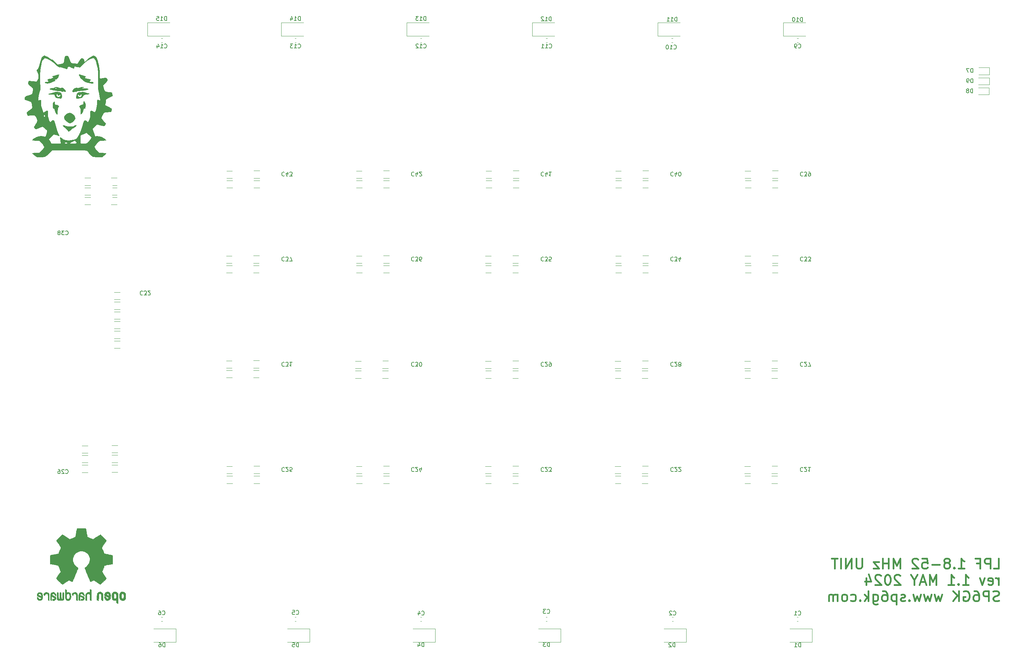
<source format=gbr>
%TF.GenerationSoftware,KiCad,Pcbnew,7.0.10*%
%TF.CreationDate,2024-05-11T12:56:43+02:00*%
%TF.ProjectId,LPF_HF+6,4c50465f-4846-42b3-962e-6b696361645f,rev?*%
%TF.SameCoordinates,Original*%
%TF.FileFunction,Legend,Bot*%
%TF.FilePolarity,Positive*%
%FSLAX46Y46*%
G04 Gerber Fmt 4.6, Leading zero omitted, Abs format (unit mm)*
G04 Created by KiCad (PCBNEW 7.0.10) date 2024-05-11 12:56:43*
%MOMM*%
%LPD*%
G01*
G04 APERTURE LIST*
%ADD10C,0.400000*%
%ADD11C,0.150000*%
%ADD12C,0.120000*%
%ADD13C,0.010000*%
G04 APERTURE END LIST*
D10*
X338031728Y-191774201D02*
X339222204Y-191774201D01*
X339222204Y-191774201D02*
X339222204Y-189274201D01*
X337198394Y-191774201D02*
X337198394Y-189274201D01*
X337198394Y-189274201D02*
X336246013Y-189274201D01*
X336246013Y-189274201D02*
X336007918Y-189393249D01*
X336007918Y-189393249D02*
X335888871Y-189512296D01*
X335888871Y-189512296D02*
X335769823Y-189750392D01*
X335769823Y-189750392D02*
X335769823Y-190107534D01*
X335769823Y-190107534D02*
X335888871Y-190345630D01*
X335888871Y-190345630D02*
X336007918Y-190464677D01*
X336007918Y-190464677D02*
X336246013Y-190583725D01*
X336246013Y-190583725D02*
X337198394Y-190583725D01*
X333865061Y-190464677D02*
X334698394Y-190464677D01*
X334698394Y-191774201D02*
X334698394Y-189274201D01*
X334698394Y-189274201D02*
X333507918Y-189274201D01*
X329341252Y-191774201D02*
X330769823Y-191774201D01*
X330055537Y-191774201D02*
X330055537Y-189274201D01*
X330055537Y-189274201D02*
X330293633Y-189631344D01*
X330293633Y-189631344D02*
X330531728Y-189869439D01*
X330531728Y-189869439D02*
X330769823Y-189988487D01*
X328269823Y-191536106D02*
X328150776Y-191655154D01*
X328150776Y-191655154D02*
X328269823Y-191774201D01*
X328269823Y-191774201D02*
X328388871Y-191655154D01*
X328388871Y-191655154D02*
X328269823Y-191536106D01*
X328269823Y-191536106D02*
X328269823Y-191774201D01*
X326722205Y-190345630D02*
X326960300Y-190226582D01*
X326960300Y-190226582D02*
X327079347Y-190107534D01*
X327079347Y-190107534D02*
X327198395Y-189869439D01*
X327198395Y-189869439D02*
X327198395Y-189750392D01*
X327198395Y-189750392D02*
X327079347Y-189512296D01*
X327079347Y-189512296D02*
X326960300Y-189393249D01*
X326960300Y-189393249D02*
X326722205Y-189274201D01*
X326722205Y-189274201D02*
X326246014Y-189274201D01*
X326246014Y-189274201D02*
X326007919Y-189393249D01*
X326007919Y-189393249D02*
X325888871Y-189512296D01*
X325888871Y-189512296D02*
X325769824Y-189750392D01*
X325769824Y-189750392D02*
X325769824Y-189869439D01*
X325769824Y-189869439D02*
X325888871Y-190107534D01*
X325888871Y-190107534D02*
X326007919Y-190226582D01*
X326007919Y-190226582D02*
X326246014Y-190345630D01*
X326246014Y-190345630D02*
X326722205Y-190345630D01*
X326722205Y-190345630D02*
X326960300Y-190464677D01*
X326960300Y-190464677D02*
X327079347Y-190583725D01*
X327079347Y-190583725D02*
X327198395Y-190821820D01*
X327198395Y-190821820D02*
X327198395Y-191298011D01*
X327198395Y-191298011D02*
X327079347Y-191536106D01*
X327079347Y-191536106D02*
X326960300Y-191655154D01*
X326960300Y-191655154D02*
X326722205Y-191774201D01*
X326722205Y-191774201D02*
X326246014Y-191774201D01*
X326246014Y-191774201D02*
X326007919Y-191655154D01*
X326007919Y-191655154D02*
X325888871Y-191536106D01*
X325888871Y-191536106D02*
X325769824Y-191298011D01*
X325769824Y-191298011D02*
X325769824Y-190821820D01*
X325769824Y-190821820D02*
X325888871Y-190583725D01*
X325888871Y-190583725D02*
X326007919Y-190464677D01*
X326007919Y-190464677D02*
X326246014Y-190345630D01*
X324698395Y-190821820D02*
X322793634Y-190821820D01*
X320412681Y-189274201D02*
X321603157Y-189274201D01*
X321603157Y-189274201D02*
X321722205Y-190464677D01*
X321722205Y-190464677D02*
X321603157Y-190345630D01*
X321603157Y-190345630D02*
X321365062Y-190226582D01*
X321365062Y-190226582D02*
X320769824Y-190226582D01*
X320769824Y-190226582D02*
X320531729Y-190345630D01*
X320531729Y-190345630D02*
X320412681Y-190464677D01*
X320412681Y-190464677D02*
X320293634Y-190702773D01*
X320293634Y-190702773D02*
X320293634Y-191298011D01*
X320293634Y-191298011D02*
X320412681Y-191536106D01*
X320412681Y-191536106D02*
X320531729Y-191655154D01*
X320531729Y-191655154D02*
X320769824Y-191774201D01*
X320769824Y-191774201D02*
X321365062Y-191774201D01*
X321365062Y-191774201D02*
X321603157Y-191655154D01*
X321603157Y-191655154D02*
X321722205Y-191536106D01*
X319341253Y-189512296D02*
X319222205Y-189393249D01*
X319222205Y-189393249D02*
X318984110Y-189274201D01*
X318984110Y-189274201D02*
X318388872Y-189274201D01*
X318388872Y-189274201D02*
X318150777Y-189393249D01*
X318150777Y-189393249D02*
X318031729Y-189512296D01*
X318031729Y-189512296D02*
X317912682Y-189750392D01*
X317912682Y-189750392D02*
X317912682Y-189988487D01*
X317912682Y-189988487D02*
X318031729Y-190345630D01*
X318031729Y-190345630D02*
X319460301Y-191774201D01*
X319460301Y-191774201D02*
X317912682Y-191774201D01*
X314936491Y-191774201D02*
X314936491Y-189274201D01*
X314936491Y-189274201D02*
X314103158Y-191059915D01*
X314103158Y-191059915D02*
X313269825Y-189274201D01*
X313269825Y-189274201D02*
X313269825Y-191774201D01*
X312079348Y-191774201D02*
X312079348Y-189274201D01*
X312079348Y-190464677D02*
X310650777Y-190464677D01*
X310650777Y-191774201D02*
X310650777Y-189274201D01*
X309698396Y-190107534D02*
X308388872Y-190107534D01*
X308388872Y-190107534D02*
X309698396Y-191774201D01*
X309698396Y-191774201D02*
X308388872Y-191774201D01*
X305531728Y-189274201D02*
X305531728Y-191298011D01*
X305531728Y-191298011D02*
X305412681Y-191536106D01*
X305412681Y-191536106D02*
X305293633Y-191655154D01*
X305293633Y-191655154D02*
X305055538Y-191774201D01*
X305055538Y-191774201D02*
X304579347Y-191774201D01*
X304579347Y-191774201D02*
X304341252Y-191655154D01*
X304341252Y-191655154D02*
X304222205Y-191536106D01*
X304222205Y-191536106D02*
X304103157Y-191298011D01*
X304103157Y-191298011D02*
X304103157Y-189274201D01*
X302912680Y-191774201D02*
X302912680Y-189274201D01*
X302912680Y-189274201D02*
X301484109Y-191774201D01*
X301484109Y-191774201D02*
X301484109Y-189274201D01*
X300293632Y-191774201D02*
X300293632Y-189274201D01*
X299460299Y-189274201D02*
X298031728Y-189274201D01*
X298746014Y-191774201D02*
X298746014Y-189274201D01*
X339222204Y-195799201D02*
X339222204Y-194132534D01*
X339222204Y-194608725D02*
X339103157Y-194370630D01*
X339103157Y-194370630D02*
X338984109Y-194251582D01*
X338984109Y-194251582D02*
X338746014Y-194132534D01*
X338746014Y-194132534D02*
X338507919Y-194132534D01*
X336722204Y-195680154D02*
X336960300Y-195799201D01*
X336960300Y-195799201D02*
X337436490Y-195799201D01*
X337436490Y-195799201D02*
X337674585Y-195680154D01*
X337674585Y-195680154D02*
X337793633Y-195442058D01*
X337793633Y-195442058D02*
X337793633Y-194489677D01*
X337793633Y-194489677D02*
X337674585Y-194251582D01*
X337674585Y-194251582D02*
X337436490Y-194132534D01*
X337436490Y-194132534D02*
X336960300Y-194132534D01*
X336960300Y-194132534D02*
X336722204Y-194251582D01*
X336722204Y-194251582D02*
X336603157Y-194489677D01*
X336603157Y-194489677D02*
X336603157Y-194727773D01*
X336603157Y-194727773D02*
X337793633Y-194965868D01*
X335769824Y-194132534D02*
X335174586Y-195799201D01*
X335174586Y-195799201D02*
X334579347Y-194132534D01*
X330412681Y-195799201D02*
X331841252Y-195799201D01*
X331126966Y-195799201D02*
X331126966Y-193299201D01*
X331126966Y-193299201D02*
X331365062Y-193656344D01*
X331365062Y-193656344D02*
X331603157Y-193894439D01*
X331603157Y-193894439D02*
X331841252Y-194013487D01*
X329341252Y-195561106D02*
X329222205Y-195680154D01*
X329222205Y-195680154D02*
X329341252Y-195799201D01*
X329341252Y-195799201D02*
X329460300Y-195680154D01*
X329460300Y-195680154D02*
X329341252Y-195561106D01*
X329341252Y-195561106D02*
X329341252Y-195799201D01*
X326841253Y-195799201D02*
X328269824Y-195799201D01*
X327555538Y-195799201D02*
X327555538Y-193299201D01*
X327555538Y-193299201D02*
X327793634Y-193656344D01*
X327793634Y-193656344D02*
X328031729Y-193894439D01*
X328031729Y-193894439D02*
X328269824Y-194013487D01*
X323865062Y-195799201D02*
X323865062Y-193299201D01*
X323865062Y-193299201D02*
X323031729Y-195084915D01*
X323031729Y-195084915D02*
X322198396Y-193299201D01*
X322198396Y-193299201D02*
X322198396Y-195799201D01*
X321126967Y-195084915D02*
X319936491Y-195084915D01*
X321365062Y-195799201D02*
X320531729Y-193299201D01*
X320531729Y-193299201D02*
X319698396Y-195799201D01*
X318388872Y-194608725D02*
X318388872Y-195799201D01*
X319222205Y-193299201D02*
X318388872Y-194608725D01*
X318388872Y-194608725D02*
X317555539Y-193299201D01*
X314936491Y-193537296D02*
X314817443Y-193418249D01*
X314817443Y-193418249D02*
X314579348Y-193299201D01*
X314579348Y-193299201D02*
X313984110Y-193299201D01*
X313984110Y-193299201D02*
X313746015Y-193418249D01*
X313746015Y-193418249D02*
X313626967Y-193537296D01*
X313626967Y-193537296D02*
X313507920Y-193775392D01*
X313507920Y-193775392D02*
X313507920Y-194013487D01*
X313507920Y-194013487D02*
X313626967Y-194370630D01*
X313626967Y-194370630D02*
X315055539Y-195799201D01*
X315055539Y-195799201D02*
X313507920Y-195799201D01*
X311960301Y-193299201D02*
X311722206Y-193299201D01*
X311722206Y-193299201D02*
X311484110Y-193418249D01*
X311484110Y-193418249D02*
X311365063Y-193537296D01*
X311365063Y-193537296D02*
X311246015Y-193775392D01*
X311246015Y-193775392D02*
X311126968Y-194251582D01*
X311126968Y-194251582D02*
X311126968Y-194846820D01*
X311126968Y-194846820D02*
X311246015Y-195323011D01*
X311246015Y-195323011D02*
X311365063Y-195561106D01*
X311365063Y-195561106D02*
X311484110Y-195680154D01*
X311484110Y-195680154D02*
X311722206Y-195799201D01*
X311722206Y-195799201D02*
X311960301Y-195799201D01*
X311960301Y-195799201D02*
X312198396Y-195680154D01*
X312198396Y-195680154D02*
X312317444Y-195561106D01*
X312317444Y-195561106D02*
X312436491Y-195323011D01*
X312436491Y-195323011D02*
X312555539Y-194846820D01*
X312555539Y-194846820D02*
X312555539Y-194251582D01*
X312555539Y-194251582D02*
X312436491Y-193775392D01*
X312436491Y-193775392D02*
X312317444Y-193537296D01*
X312317444Y-193537296D02*
X312198396Y-193418249D01*
X312198396Y-193418249D02*
X311960301Y-193299201D01*
X310174587Y-193537296D02*
X310055539Y-193418249D01*
X310055539Y-193418249D02*
X309817444Y-193299201D01*
X309817444Y-193299201D02*
X309222206Y-193299201D01*
X309222206Y-193299201D02*
X308984111Y-193418249D01*
X308984111Y-193418249D02*
X308865063Y-193537296D01*
X308865063Y-193537296D02*
X308746016Y-193775392D01*
X308746016Y-193775392D02*
X308746016Y-194013487D01*
X308746016Y-194013487D02*
X308865063Y-194370630D01*
X308865063Y-194370630D02*
X310293635Y-195799201D01*
X310293635Y-195799201D02*
X308746016Y-195799201D01*
X306603159Y-194132534D02*
X306603159Y-195799201D01*
X307198397Y-193180154D02*
X307793635Y-194965868D01*
X307793635Y-194965868D02*
X306246016Y-194965868D01*
X339341252Y-199705154D02*
X338984109Y-199824201D01*
X338984109Y-199824201D02*
X338388871Y-199824201D01*
X338388871Y-199824201D02*
X338150776Y-199705154D01*
X338150776Y-199705154D02*
X338031728Y-199586106D01*
X338031728Y-199586106D02*
X337912681Y-199348011D01*
X337912681Y-199348011D02*
X337912681Y-199109915D01*
X337912681Y-199109915D02*
X338031728Y-198871820D01*
X338031728Y-198871820D02*
X338150776Y-198752773D01*
X338150776Y-198752773D02*
X338388871Y-198633725D01*
X338388871Y-198633725D02*
X338865062Y-198514677D01*
X338865062Y-198514677D02*
X339103157Y-198395630D01*
X339103157Y-198395630D02*
X339222204Y-198276582D01*
X339222204Y-198276582D02*
X339341252Y-198038487D01*
X339341252Y-198038487D02*
X339341252Y-197800392D01*
X339341252Y-197800392D02*
X339222204Y-197562296D01*
X339222204Y-197562296D02*
X339103157Y-197443249D01*
X339103157Y-197443249D02*
X338865062Y-197324201D01*
X338865062Y-197324201D02*
X338269823Y-197324201D01*
X338269823Y-197324201D02*
X337912681Y-197443249D01*
X336841252Y-199824201D02*
X336841252Y-197324201D01*
X336841252Y-197324201D02*
X335888871Y-197324201D01*
X335888871Y-197324201D02*
X335650776Y-197443249D01*
X335650776Y-197443249D02*
X335531729Y-197562296D01*
X335531729Y-197562296D02*
X335412681Y-197800392D01*
X335412681Y-197800392D02*
X335412681Y-198157534D01*
X335412681Y-198157534D02*
X335531729Y-198395630D01*
X335531729Y-198395630D02*
X335650776Y-198514677D01*
X335650776Y-198514677D02*
X335888871Y-198633725D01*
X335888871Y-198633725D02*
X336841252Y-198633725D01*
X333269824Y-197324201D02*
X333746014Y-197324201D01*
X333746014Y-197324201D02*
X333984110Y-197443249D01*
X333984110Y-197443249D02*
X334103157Y-197562296D01*
X334103157Y-197562296D02*
X334341252Y-197919439D01*
X334341252Y-197919439D02*
X334460300Y-198395630D01*
X334460300Y-198395630D02*
X334460300Y-199348011D01*
X334460300Y-199348011D02*
X334341252Y-199586106D01*
X334341252Y-199586106D02*
X334222205Y-199705154D01*
X334222205Y-199705154D02*
X333984110Y-199824201D01*
X333984110Y-199824201D02*
X333507919Y-199824201D01*
X333507919Y-199824201D02*
X333269824Y-199705154D01*
X333269824Y-199705154D02*
X333150776Y-199586106D01*
X333150776Y-199586106D02*
X333031729Y-199348011D01*
X333031729Y-199348011D02*
X333031729Y-198752773D01*
X333031729Y-198752773D02*
X333150776Y-198514677D01*
X333150776Y-198514677D02*
X333269824Y-198395630D01*
X333269824Y-198395630D02*
X333507919Y-198276582D01*
X333507919Y-198276582D02*
X333984110Y-198276582D01*
X333984110Y-198276582D02*
X334222205Y-198395630D01*
X334222205Y-198395630D02*
X334341252Y-198514677D01*
X334341252Y-198514677D02*
X334460300Y-198752773D01*
X330650777Y-197443249D02*
X330888872Y-197324201D01*
X330888872Y-197324201D02*
X331246015Y-197324201D01*
X331246015Y-197324201D02*
X331603158Y-197443249D01*
X331603158Y-197443249D02*
X331841253Y-197681344D01*
X331841253Y-197681344D02*
X331960300Y-197919439D01*
X331960300Y-197919439D02*
X332079348Y-198395630D01*
X332079348Y-198395630D02*
X332079348Y-198752773D01*
X332079348Y-198752773D02*
X331960300Y-199228963D01*
X331960300Y-199228963D02*
X331841253Y-199467058D01*
X331841253Y-199467058D02*
X331603158Y-199705154D01*
X331603158Y-199705154D02*
X331246015Y-199824201D01*
X331246015Y-199824201D02*
X331007919Y-199824201D01*
X331007919Y-199824201D02*
X330650777Y-199705154D01*
X330650777Y-199705154D02*
X330531729Y-199586106D01*
X330531729Y-199586106D02*
X330531729Y-198752773D01*
X330531729Y-198752773D02*
X331007919Y-198752773D01*
X329460300Y-199824201D02*
X329460300Y-197324201D01*
X328031729Y-199824201D02*
X329103158Y-198395630D01*
X328031729Y-197324201D02*
X329460300Y-198752773D01*
X325293634Y-198157534D02*
X324817443Y-199824201D01*
X324817443Y-199824201D02*
X324341253Y-198633725D01*
X324341253Y-198633725D02*
X323865062Y-199824201D01*
X323865062Y-199824201D02*
X323388872Y-198157534D01*
X322674586Y-198157534D02*
X322198395Y-199824201D01*
X322198395Y-199824201D02*
X321722205Y-198633725D01*
X321722205Y-198633725D02*
X321246014Y-199824201D01*
X321246014Y-199824201D02*
X320769824Y-198157534D01*
X320055538Y-198157534D02*
X319579347Y-199824201D01*
X319579347Y-199824201D02*
X319103157Y-198633725D01*
X319103157Y-198633725D02*
X318626966Y-199824201D01*
X318626966Y-199824201D02*
X318150776Y-198157534D01*
X317198394Y-199586106D02*
X317079347Y-199705154D01*
X317079347Y-199705154D02*
X317198394Y-199824201D01*
X317198394Y-199824201D02*
X317317442Y-199705154D01*
X317317442Y-199705154D02*
X317198394Y-199586106D01*
X317198394Y-199586106D02*
X317198394Y-199824201D01*
X316126966Y-199705154D02*
X315888871Y-199824201D01*
X315888871Y-199824201D02*
X315412680Y-199824201D01*
X315412680Y-199824201D02*
X315174585Y-199705154D01*
X315174585Y-199705154D02*
X315055537Y-199467058D01*
X315055537Y-199467058D02*
X315055537Y-199348011D01*
X315055537Y-199348011D02*
X315174585Y-199109915D01*
X315174585Y-199109915D02*
X315412680Y-198990868D01*
X315412680Y-198990868D02*
X315769823Y-198990868D01*
X315769823Y-198990868D02*
X316007918Y-198871820D01*
X316007918Y-198871820D02*
X316126966Y-198633725D01*
X316126966Y-198633725D02*
X316126966Y-198514677D01*
X316126966Y-198514677D02*
X316007918Y-198276582D01*
X316007918Y-198276582D02*
X315769823Y-198157534D01*
X315769823Y-198157534D02*
X315412680Y-198157534D01*
X315412680Y-198157534D02*
X315174585Y-198276582D01*
X313984108Y-198157534D02*
X313984108Y-200657534D01*
X313984108Y-198276582D02*
X313746013Y-198157534D01*
X313746013Y-198157534D02*
X313269823Y-198157534D01*
X313269823Y-198157534D02*
X313031727Y-198276582D01*
X313031727Y-198276582D02*
X312912680Y-198395630D01*
X312912680Y-198395630D02*
X312793632Y-198633725D01*
X312793632Y-198633725D02*
X312793632Y-199348011D01*
X312793632Y-199348011D02*
X312912680Y-199586106D01*
X312912680Y-199586106D02*
X313031727Y-199705154D01*
X313031727Y-199705154D02*
X313269823Y-199824201D01*
X313269823Y-199824201D02*
X313746013Y-199824201D01*
X313746013Y-199824201D02*
X313984108Y-199705154D01*
X310650775Y-197324201D02*
X311126965Y-197324201D01*
X311126965Y-197324201D02*
X311365061Y-197443249D01*
X311365061Y-197443249D02*
X311484108Y-197562296D01*
X311484108Y-197562296D02*
X311722203Y-197919439D01*
X311722203Y-197919439D02*
X311841251Y-198395630D01*
X311841251Y-198395630D02*
X311841251Y-199348011D01*
X311841251Y-199348011D02*
X311722203Y-199586106D01*
X311722203Y-199586106D02*
X311603156Y-199705154D01*
X311603156Y-199705154D02*
X311365061Y-199824201D01*
X311365061Y-199824201D02*
X310888870Y-199824201D01*
X310888870Y-199824201D02*
X310650775Y-199705154D01*
X310650775Y-199705154D02*
X310531727Y-199586106D01*
X310531727Y-199586106D02*
X310412680Y-199348011D01*
X310412680Y-199348011D02*
X310412680Y-198752773D01*
X310412680Y-198752773D02*
X310531727Y-198514677D01*
X310531727Y-198514677D02*
X310650775Y-198395630D01*
X310650775Y-198395630D02*
X310888870Y-198276582D01*
X310888870Y-198276582D02*
X311365061Y-198276582D01*
X311365061Y-198276582D02*
X311603156Y-198395630D01*
X311603156Y-198395630D02*
X311722203Y-198514677D01*
X311722203Y-198514677D02*
X311841251Y-198752773D01*
X308269823Y-198157534D02*
X308269823Y-200181344D01*
X308269823Y-200181344D02*
X308388870Y-200419439D01*
X308388870Y-200419439D02*
X308507918Y-200538487D01*
X308507918Y-200538487D02*
X308746013Y-200657534D01*
X308746013Y-200657534D02*
X309103156Y-200657534D01*
X309103156Y-200657534D02*
X309341251Y-200538487D01*
X308269823Y-199705154D02*
X308507918Y-199824201D01*
X308507918Y-199824201D02*
X308984109Y-199824201D01*
X308984109Y-199824201D02*
X309222204Y-199705154D01*
X309222204Y-199705154D02*
X309341251Y-199586106D01*
X309341251Y-199586106D02*
X309460299Y-199348011D01*
X309460299Y-199348011D02*
X309460299Y-198633725D01*
X309460299Y-198633725D02*
X309341251Y-198395630D01*
X309341251Y-198395630D02*
X309222204Y-198276582D01*
X309222204Y-198276582D02*
X308984109Y-198157534D01*
X308984109Y-198157534D02*
X308507918Y-198157534D01*
X308507918Y-198157534D02*
X308269823Y-198276582D01*
X307079346Y-199824201D02*
X307079346Y-197324201D01*
X306841251Y-198871820D02*
X306126965Y-199824201D01*
X306126965Y-198157534D02*
X307079346Y-199109915D01*
X305055536Y-199586106D02*
X304936489Y-199705154D01*
X304936489Y-199705154D02*
X305055536Y-199824201D01*
X305055536Y-199824201D02*
X305174584Y-199705154D01*
X305174584Y-199705154D02*
X305055536Y-199586106D01*
X305055536Y-199586106D02*
X305055536Y-199824201D01*
X302793632Y-199705154D02*
X303031727Y-199824201D01*
X303031727Y-199824201D02*
X303507918Y-199824201D01*
X303507918Y-199824201D02*
X303746013Y-199705154D01*
X303746013Y-199705154D02*
X303865060Y-199586106D01*
X303865060Y-199586106D02*
X303984108Y-199348011D01*
X303984108Y-199348011D02*
X303984108Y-198633725D01*
X303984108Y-198633725D02*
X303865060Y-198395630D01*
X303865060Y-198395630D02*
X303746013Y-198276582D01*
X303746013Y-198276582D02*
X303507918Y-198157534D01*
X303507918Y-198157534D02*
X303031727Y-198157534D01*
X303031727Y-198157534D02*
X302793632Y-198276582D01*
X301365061Y-199824201D02*
X301603156Y-199705154D01*
X301603156Y-199705154D02*
X301722203Y-199586106D01*
X301722203Y-199586106D02*
X301841251Y-199348011D01*
X301841251Y-199348011D02*
X301841251Y-198633725D01*
X301841251Y-198633725D02*
X301722203Y-198395630D01*
X301722203Y-198395630D02*
X301603156Y-198276582D01*
X301603156Y-198276582D02*
X301365061Y-198157534D01*
X301365061Y-198157534D02*
X301007918Y-198157534D01*
X301007918Y-198157534D02*
X300769822Y-198276582D01*
X300769822Y-198276582D02*
X300650775Y-198395630D01*
X300650775Y-198395630D02*
X300531727Y-198633725D01*
X300531727Y-198633725D02*
X300531727Y-199348011D01*
X300531727Y-199348011D02*
X300650775Y-199586106D01*
X300650775Y-199586106D02*
X300769822Y-199705154D01*
X300769822Y-199705154D02*
X301007918Y-199824201D01*
X301007918Y-199824201D02*
X301365061Y-199824201D01*
X299460298Y-199824201D02*
X299460298Y-198157534D01*
X299460298Y-198395630D02*
X299341251Y-198276582D01*
X299341251Y-198276582D02*
X299103156Y-198157534D01*
X299103156Y-198157534D02*
X298746013Y-198157534D01*
X298746013Y-198157534D02*
X298507917Y-198276582D01*
X298507917Y-198276582D02*
X298388870Y-198514677D01*
X298388870Y-198514677D02*
X298388870Y-199824201D01*
X298388870Y-198514677D02*
X298269822Y-198276582D01*
X298269822Y-198276582D02*
X298031727Y-198157534D01*
X298031727Y-198157534D02*
X297674584Y-198157534D01*
X297674584Y-198157534D02*
X297436489Y-198276582D01*
X297436489Y-198276582D02*
X297317441Y-198514677D01*
X297317441Y-198514677D02*
X297317441Y-199824201D01*
D11*
X127913542Y-123307573D02*
X127865923Y-123259954D01*
X127865923Y-123259954D02*
X127723066Y-123212334D01*
X127723066Y-123212334D02*
X127627828Y-123212334D01*
X127627828Y-123212334D02*
X127484971Y-123259954D01*
X127484971Y-123259954D02*
X127389733Y-123355192D01*
X127389733Y-123355192D02*
X127342114Y-123450430D01*
X127342114Y-123450430D02*
X127294495Y-123640906D01*
X127294495Y-123640906D02*
X127294495Y-123783763D01*
X127294495Y-123783763D02*
X127342114Y-123974239D01*
X127342114Y-123974239D02*
X127389733Y-124069477D01*
X127389733Y-124069477D02*
X127484971Y-124164715D01*
X127484971Y-124164715D02*
X127627828Y-124212334D01*
X127627828Y-124212334D02*
X127723066Y-124212334D01*
X127723066Y-124212334D02*
X127865923Y-124164715D01*
X127865923Y-124164715D02*
X127913542Y-124117096D01*
X128246876Y-124212334D02*
X128865923Y-124212334D01*
X128865923Y-124212334D02*
X128532590Y-123831382D01*
X128532590Y-123831382D02*
X128675447Y-123831382D01*
X128675447Y-123831382D02*
X128770685Y-123783763D01*
X128770685Y-123783763D02*
X128818304Y-123736144D01*
X128818304Y-123736144D02*
X128865923Y-123640906D01*
X128865923Y-123640906D02*
X128865923Y-123402811D01*
X128865923Y-123402811D02*
X128818304Y-123307573D01*
X128818304Y-123307573D02*
X128770685Y-123259954D01*
X128770685Y-123259954D02*
X128675447Y-123212334D01*
X128675447Y-123212334D02*
X128389733Y-123212334D01*
X128389733Y-123212334D02*
X128294495Y-123259954D01*
X128294495Y-123259954D02*
X128246876Y-123307573D01*
X129246876Y-124117096D02*
X129294495Y-124164715D01*
X129294495Y-124164715D02*
X129389733Y-124212334D01*
X129389733Y-124212334D02*
X129627828Y-124212334D01*
X129627828Y-124212334D02*
X129723066Y-124164715D01*
X129723066Y-124164715D02*
X129770685Y-124117096D01*
X129770685Y-124117096D02*
X129818304Y-124021858D01*
X129818304Y-124021858D02*
X129818304Y-123926620D01*
X129818304Y-123926620D02*
X129770685Y-123783763D01*
X129770685Y-123783763D02*
X129199257Y-123212334D01*
X129199257Y-123212334D02*
X129818304Y-123212334D01*
X162913542Y-166907573D02*
X162865923Y-166859954D01*
X162865923Y-166859954D02*
X162723066Y-166812334D01*
X162723066Y-166812334D02*
X162627828Y-166812334D01*
X162627828Y-166812334D02*
X162484971Y-166859954D01*
X162484971Y-166859954D02*
X162389733Y-166955192D01*
X162389733Y-166955192D02*
X162342114Y-167050430D01*
X162342114Y-167050430D02*
X162294495Y-167240906D01*
X162294495Y-167240906D02*
X162294495Y-167383763D01*
X162294495Y-167383763D02*
X162342114Y-167574239D01*
X162342114Y-167574239D02*
X162389733Y-167669477D01*
X162389733Y-167669477D02*
X162484971Y-167764715D01*
X162484971Y-167764715D02*
X162627828Y-167812334D01*
X162627828Y-167812334D02*
X162723066Y-167812334D01*
X162723066Y-167812334D02*
X162865923Y-167764715D01*
X162865923Y-167764715D02*
X162913542Y-167717096D01*
X163294495Y-167717096D02*
X163342114Y-167764715D01*
X163342114Y-167764715D02*
X163437352Y-167812334D01*
X163437352Y-167812334D02*
X163675447Y-167812334D01*
X163675447Y-167812334D02*
X163770685Y-167764715D01*
X163770685Y-167764715D02*
X163818304Y-167717096D01*
X163818304Y-167717096D02*
X163865923Y-167621858D01*
X163865923Y-167621858D02*
X163865923Y-167526620D01*
X163865923Y-167526620D02*
X163818304Y-167383763D01*
X163818304Y-167383763D02*
X163246876Y-166812334D01*
X163246876Y-166812334D02*
X163865923Y-166812334D01*
X164770685Y-167812334D02*
X164294495Y-167812334D01*
X164294495Y-167812334D02*
X164246876Y-167336144D01*
X164246876Y-167336144D02*
X164294495Y-167383763D01*
X164294495Y-167383763D02*
X164389733Y-167431382D01*
X164389733Y-167431382D02*
X164627828Y-167431382D01*
X164627828Y-167431382D02*
X164723066Y-167383763D01*
X164723066Y-167383763D02*
X164770685Y-167336144D01*
X164770685Y-167336144D02*
X164818304Y-167240906D01*
X164818304Y-167240906D02*
X164818304Y-167002811D01*
X164818304Y-167002811D02*
X164770685Y-166907573D01*
X164770685Y-166907573D02*
X164723066Y-166859954D01*
X164723066Y-166859954D02*
X164627828Y-166812334D01*
X164627828Y-166812334D02*
X164389733Y-166812334D01*
X164389733Y-166812334D02*
X164294495Y-166859954D01*
X164294495Y-166859954D02*
X164246876Y-166907573D01*
X162913542Y-93907573D02*
X162865923Y-93859954D01*
X162865923Y-93859954D02*
X162723066Y-93812334D01*
X162723066Y-93812334D02*
X162627828Y-93812334D01*
X162627828Y-93812334D02*
X162484971Y-93859954D01*
X162484971Y-93859954D02*
X162389733Y-93955192D01*
X162389733Y-93955192D02*
X162342114Y-94050430D01*
X162342114Y-94050430D02*
X162294495Y-94240906D01*
X162294495Y-94240906D02*
X162294495Y-94383763D01*
X162294495Y-94383763D02*
X162342114Y-94574239D01*
X162342114Y-94574239D02*
X162389733Y-94669477D01*
X162389733Y-94669477D02*
X162484971Y-94764715D01*
X162484971Y-94764715D02*
X162627828Y-94812334D01*
X162627828Y-94812334D02*
X162723066Y-94812334D01*
X162723066Y-94812334D02*
X162865923Y-94764715D01*
X162865923Y-94764715D02*
X162913542Y-94717096D01*
X163770685Y-94479001D02*
X163770685Y-93812334D01*
X163532590Y-94859954D02*
X163294495Y-94145668D01*
X163294495Y-94145668D02*
X163913542Y-94145668D01*
X164199257Y-94812334D02*
X164818304Y-94812334D01*
X164818304Y-94812334D02*
X164484971Y-94431382D01*
X164484971Y-94431382D02*
X164627828Y-94431382D01*
X164627828Y-94431382D02*
X164723066Y-94383763D01*
X164723066Y-94383763D02*
X164770685Y-94336144D01*
X164770685Y-94336144D02*
X164818304Y-94240906D01*
X164818304Y-94240906D02*
X164818304Y-94002811D01*
X164818304Y-94002811D02*
X164770685Y-93907573D01*
X164770685Y-93907573D02*
X164723066Y-93859954D01*
X164723066Y-93859954D02*
X164627828Y-93812334D01*
X164627828Y-93812334D02*
X164342114Y-93812334D01*
X164342114Y-93812334D02*
X164246876Y-93859954D01*
X164246876Y-93859954D02*
X164199257Y-93907573D01*
X258913542Y-166907573D02*
X258865923Y-166859954D01*
X258865923Y-166859954D02*
X258723066Y-166812334D01*
X258723066Y-166812334D02*
X258627828Y-166812334D01*
X258627828Y-166812334D02*
X258484971Y-166859954D01*
X258484971Y-166859954D02*
X258389733Y-166955192D01*
X258389733Y-166955192D02*
X258342114Y-167050430D01*
X258342114Y-167050430D02*
X258294495Y-167240906D01*
X258294495Y-167240906D02*
X258294495Y-167383763D01*
X258294495Y-167383763D02*
X258342114Y-167574239D01*
X258342114Y-167574239D02*
X258389733Y-167669477D01*
X258389733Y-167669477D02*
X258484971Y-167764715D01*
X258484971Y-167764715D02*
X258627828Y-167812334D01*
X258627828Y-167812334D02*
X258723066Y-167812334D01*
X258723066Y-167812334D02*
X258865923Y-167764715D01*
X258865923Y-167764715D02*
X258913542Y-167717096D01*
X259294495Y-167717096D02*
X259342114Y-167764715D01*
X259342114Y-167764715D02*
X259437352Y-167812334D01*
X259437352Y-167812334D02*
X259675447Y-167812334D01*
X259675447Y-167812334D02*
X259770685Y-167764715D01*
X259770685Y-167764715D02*
X259818304Y-167717096D01*
X259818304Y-167717096D02*
X259865923Y-167621858D01*
X259865923Y-167621858D02*
X259865923Y-167526620D01*
X259865923Y-167526620D02*
X259818304Y-167383763D01*
X259818304Y-167383763D02*
X259246876Y-166812334D01*
X259246876Y-166812334D02*
X259865923Y-166812334D01*
X260246876Y-167717096D02*
X260294495Y-167764715D01*
X260294495Y-167764715D02*
X260389733Y-167812334D01*
X260389733Y-167812334D02*
X260627828Y-167812334D01*
X260627828Y-167812334D02*
X260723066Y-167764715D01*
X260723066Y-167764715D02*
X260770685Y-167717096D01*
X260770685Y-167717096D02*
X260818304Y-167621858D01*
X260818304Y-167621858D02*
X260818304Y-167526620D01*
X260818304Y-167526620D02*
X260770685Y-167383763D01*
X260770685Y-167383763D02*
X260199257Y-166812334D01*
X260199257Y-166812334D02*
X260818304Y-166812334D01*
X133832885Y-56333173D02*
X133832885Y-55333173D01*
X133832885Y-55333173D02*
X133594790Y-55333173D01*
X133594790Y-55333173D02*
X133451933Y-55380792D01*
X133451933Y-55380792D02*
X133356695Y-55476030D01*
X133356695Y-55476030D02*
X133309076Y-55571268D01*
X133309076Y-55571268D02*
X133261457Y-55761744D01*
X133261457Y-55761744D02*
X133261457Y-55904601D01*
X133261457Y-55904601D02*
X133309076Y-56095077D01*
X133309076Y-56095077D02*
X133356695Y-56190315D01*
X133356695Y-56190315D02*
X133451933Y-56285554D01*
X133451933Y-56285554D02*
X133594790Y-56333173D01*
X133594790Y-56333173D02*
X133832885Y-56333173D01*
X132309076Y-56333173D02*
X132880504Y-56333173D01*
X132594790Y-56333173D02*
X132594790Y-55333173D01*
X132594790Y-55333173D02*
X132690028Y-55476030D01*
X132690028Y-55476030D02*
X132785266Y-55571268D01*
X132785266Y-55571268D02*
X132880504Y-55618887D01*
X131404314Y-55333173D02*
X131880504Y-55333173D01*
X131880504Y-55333173D02*
X131928123Y-55809363D01*
X131928123Y-55809363D02*
X131880504Y-55761744D01*
X131880504Y-55761744D02*
X131785266Y-55714125D01*
X131785266Y-55714125D02*
X131547171Y-55714125D01*
X131547171Y-55714125D02*
X131451933Y-55761744D01*
X131451933Y-55761744D02*
X131404314Y-55809363D01*
X131404314Y-55809363D02*
X131356695Y-55904601D01*
X131356695Y-55904601D02*
X131356695Y-56142696D01*
X131356695Y-56142696D02*
X131404314Y-56237934D01*
X131404314Y-56237934D02*
X131451933Y-56285554D01*
X131451933Y-56285554D02*
X131547171Y-56333173D01*
X131547171Y-56333173D02*
X131785266Y-56333173D01*
X131785266Y-56333173D02*
X131880504Y-56285554D01*
X131880504Y-56285554D02*
X131928123Y-56237934D01*
X108899257Y-109226734D02*
X108946876Y-109274354D01*
X108946876Y-109274354D02*
X109089733Y-109321973D01*
X109089733Y-109321973D02*
X109184971Y-109321973D01*
X109184971Y-109321973D02*
X109327828Y-109274354D01*
X109327828Y-109274354D02*
X109423066Y-109179115D01*
X109423066Y-109179115D02*
X109470685Y-109083877D01*
X109470685Y-109083877D02*
X109518304Y-108893401D01*
X109518304Y-108893401D02*
X109518304Y-108750544D01*
X109518304Y-108750544D02*
X109470685Y-108560068D01*
X109470685Y-108560068D02*
X109423066Y-108464830D01*
X109423066Y-108464830D02*
X109327828Y-108369592D01*
X109327828Y-108369592D02*
X109184971Y-108321973D01*
X109184971Y-108321973D02*
X109089733Y-108321973D01*
X109089733Y-108321973D02*
X108946876Y-108369592D01*
X108946876Y-108369592D02*
X108899257Y-108417211D01*
X108565923Y-108321973D02*
X107946876Y-108321973D01*
X107946876Y-108321973D02*
X108280209Y-108702925D01*
X108280209Y-108702925D02*
X108137352Y-108702925D01*
X108137352Y-108702925D02*
X108042114Y-108750544D01*
X108042114Y-108750544D02*
X107994495Y-108798163D01*
X107994495Y-108798163D02*
X107946876Y-108893401D01*
X107946876Y-108893401D02*
X107946876Y-109131496D01*
X107946876Y-109131496D02*
X107994495Y-109226734D01*
X107994495Y-109226734D02*
X108042114Y-109274354D01*
X108042114Y-109274354D02*
X108137352Y-109321973D01*
X108137352Y-109321973D02*
X108423066Y-109321973D01*
X108423066Y-109321973D02*
X108518304Y-109274354D01*
X108518304Y-109274354D02*
X108565923Y-109226734D01*
X107375447Y-108750544D02*
X107470685Y-108702925D01*
X107470685Y-108702925D02*
X107518304Y-108655306D01*
X107518304Y-108655306D02*
X107565923Y-108560068D01*
X107565923Y-108560068D02*
X107565923Y-108512449D01*
X107565923Y-108512449D02*
X107518304Y-108417211D01*
X107518304Y-108417211D02*
X107470685Y-108369592D01*
X107470685Y-108369592D02*
X107375447Y-108321973D01*
X107375447Y-108321973D02*
X107184971Y-108321973D01*
X107184971Y-108321973D02*
X107089733Y-108369592D01*
X107089733Y-108369592D02*
X107042114Y-108417211D01*
X107042114Y-108417211D02*
X106994495Y-108512449D01*
X106994495Y-108512449D02*
X106994495Y-108560068D01*
X106994495Y-108560068D02*
X107042114Y-108655306D01*
X107042114Y-108655306D02*
X107089733Y-108702925D01*
X107089733Y-108702925D02*
X107184971Y-108750544D01*
X107184971Y-108750544D02*
X107375447Y-108750544D01*
X107375447Y-108750544D02*
X107470685Y-108798163D01*
X107470685Y-108798163D02*
X107518304Y-108845782D01*
X107518304Y-108845782D02*
X107565923Y-108941020D01*
X107565923Y-108941020D02*
X107565923Y-109131496D01*
X107565923Y-109131496D02*
X107518304Y-109226734D01*
X107518304Y-109226734D02*
X107470685Y-109274354D01*
X107470685Y-109274354D02*
X107375447Y-109321973D01*
X107375447Y-109321973D02*
X107184971Y-109321973D01*
X107184971Y-109321973D02*
X107089733Y-109274354D01*
X107089733Y-109274354D02*
X107042114Y-109226734D01*
X107042114Y-109226734D02*
X106994495Y-109131496D01*
X106994495Y-109131496D02*
X106994495Y-108941020D01*
X106994495Y-108941020D02*
X107042114Y-108845782D01*
X107042114Y-108845782D02*
X107089733Y-108798163D01*
X107089733Y-108798163D02*
X107184971Y-108750544D01*
X290913542Y-166907573D02*
X290865923Y-166859954D01*
X290865923Y-166859954D02*
X290723066Y-166812334D01*
X290723066Y-166812334D02*
X290627828Y-166812334D01*
X290627828Y-166812334D02*
X290484971Y-166859954D01*
X290484971Y-166859954D02*
X290389733Y-166955192D01*
X290389733Y-166955192D02*
X290342114Y-167050430D01*
X290342114Y-167050430D02*
X290294495Y-167240906D01*
X290294495Y-167240906D02*
X290294495Y-167383763D01*
X290294495Y-167383763D02*
X290342114Y-167574239D01*
X290342114Y-167574239D02*
X290389733Y-167669477D01*
X290389733Y-167669477D02*
X290484971Y-167764715D01*
X290484971Y-167764715D02*
X290627828Y-167812334D01*
X290627828Y-167812334D02*
X290723066Y-167812334D01*
X290723066Y-167812334D02*
X290865923Y-167764715D01*
X290865923Y-167764715D02*
X290913542Y-167717096D01*
X291294495Y-167717096D02*
X291342114Y-167764715D01*
X291342114Y-167764715D02*
X291437352Y-167812334D01*
X291437352Y-167812334D02*
X291675447Y-167812334D01*
X291675447Y-167812334D02*
X291770685Y-167764715D01*
X291770685Y-167764715D02*
X291818304Y-167717096D01*
X291818304Y-167717096D02*
X291865923Y-167621858D01*
X291865923Y-167621858D02*
X291865923Y-167526620D01*
X291865923Y-167526620D02*
X291818304Y-167383763D01*
X291818304Y-167383763D02*
X291246876Y-166812334D01*
X291246876Y-166812334D02*
X291865923Y-166812334D01*
X292818304Y-166812334D02*
X292246876Y-166812334D01*
X292532590Y-166812334D02*
X292532590Y-167812334D01*
X292532590Y-167812334D02*
X292437352Y-167669477D01*
X292437352Y-167669477D02*
X292342114Y-167574239D01*
X292342114Y-167574239D02*
X292246876Y-167526620D01*
X133427694Y-211146773D02*
X133427694Y-210146773D01*
X133427694Y-210146773D02*
X133189599Y-210146773D01*
X133189599Y-210146773D02*
X133046742Y-210194392D01*
X133046742Y-210194392D02*
X132951504Y-210289630D01*
X132951504Y-210289630D02*
X132903885Y-210384868D01*
X132903885Y-210384868D02*
X132856266Y-210575344D01*
X132856266Y-210575344D02*
X132856266Y-210718201D01*
X132856266Y-210718201D02*
X132903885Y-210908677D01*
X132903885Y-210908677D02*
X132951504Y-211003915D01*
X132951504Y-211003915D02*
X133046742Y-211099154D01*
X133046742Y-211099154D02*
X133189599Y-211146773D01*
X133189599Y-211146773D02*
X133427694Y-211146773D01*
X131999123Y-210146773D02*
X132189599Y-210146773D01*
X132189599Y-210146773D02*
X132284837Y-210194392D01*
X132284837Y-210194392D02*
X132332456Y-210242011D01*
X132332456Y-210242011D02*
X132427694Y-210384868D01*
X132427694Y-210384868D02*
X132475313Y-210575344D01*
X132475313Y-210575344D02*
X132475313Y-210956296D01*
X132475313Y-210956296D02*
X132427694Y-211051534D01*
X132427694Y-211051534D02*
X132380075Y-211099154D01*
X132380075Y-211099154D02*
X132284837Y-211146773D01*
X132284837Y-211146773D02*
X132094361Y-211146773D01*
X132094361Y-211146773D02*
X131999123Y-211099154D01*
X131999123Y-211099154D02*
X131951504Y-211051534D01*
X131951504Y-211051534D02*
X131903885Y-210956296D01*
X131903885Y-210956296D02*
X131903885Y-210718201D01*
X131903885Y-210718201D02*
X131951504Y-210622963D01*
X131951504Y-210622963D02*
X131999123Y-210575344D01*
X131999123Y-210575344D02*
X132094361Y-210527725D01*
X132094361Y-210527725D02*
X132284837Y-210527725D01*
X132284837Y-210527725D02*
X132380075Y-210575344D01*
X132380075Y-210575344D02*
X132427694Y-210622963D01*
X132427694Y-210622963D02*
X132475313Y-210718201D01*
X162913542Y-140907573D02*
X162865923Y-140859954D01*
X162865923Y-140859954D02*
X162723066Y-140812334D01*
X162723066Y-140812334D02*
X162627828Y-140812334D01*
X162627828Y-140812334D02*
X162484971Y-140859954D01*
X162484971Y-140859954D02*
X162389733Y-140955192D01*
X162389733Y-140955192D02*
X162342114Y-141050430D01*
X162342114Y-141050430D02*
X162294495Y-141240906D01*
X162294495Y-141240906D02*
X162294495Y-141383763D01*
X162294495Y-141383763D02*
X162342114Y-141574239D01*
X162342114Y-141574239D02*
X162389733Y-141669477D01*
X162389733Y-141669477D02*
X162484971Y-141764715D01*
X162484971Y-141764715D02*
X162627828Y-141812334D01*
X162627828Y-141812334D02*
X162723066Y-141812334D01*
X162723066Y-141812334D02*
X162865923Y-141764715D01*
X162865923Y-141764715D02*
X162913542Y-141717096D01*
X163246876Y-141812334D02*
X163865923Y-141812334D01*
X163865923Y-141812334D02*
X163532590Y-141431382D01*
X163532590Y-141431382D02*
X163675447Y-141431382D01*
X163675447Y-141431382D02*
X163770685Y-141383763D01*
X163770685Y-141383763D02*
X163818304Y-141336144D01*
X163818304Y-141336144D02*
X163865923Y-141240906D01*
X163865923Y-141240906D02*
X163865923Y-141002811D01*
X163865923Y-141002811D02*
X163818304Y-140907573D01*
X163818304Y-140907573D02*
X163770685Y-140859954D01*
X163770685Y-140859954D02*
X163675447Y-140812334D01*
X163675447Y-140812334D02*
X163389733Y-140812334D01*
X163389733Y-140812334D02*
X163294495Y-140859954D01*
X163294495Y-140859954D02*
X163246876Y-140907573D01*
X164818304Y-140812334D02*
X164246876Y-140812334D01*
X164532590Y-140812334D02*
X164532590Y-141812334D01*
X164532590Y-141812334D02*
X164437352Y-141669477D01*
X164437352Y-141669477D02*
X164342114Y-141574239D01*
X164342114Y-141574239D02*
X164246876Y-141526620D01*
X332843094Y-74240773D02*
X332843094Y-73240773D01*
X332843094Y-73240773D02*
X332604999Y-73240773D01*
X332604999Y-73240773D02*
X332462142Y-73288392D01*
X332462142Y-73288392D02*
X332366904Y-73383630D01*
X332366904Y-73383630D02*
X332319285Y-73478868D01*
X332319285Y-73478868D02*
X332271666Y-73669344D01*
X332271666Y-73669344D02*
X332271666Y-73812201D01*
X332271666Y-73812201D02*
X332319285Y-74002677D01*
X332319285Y-74002677D02*
X332366904Y-74097915D01*
X332366904Y-74097915D02*
X332462142Y-74193154D01*
X332462142Y-74193154D02*
X332604999Y-74240773D01*
X332604999Y-74240773D02*
X332843094Y-74240773D01*
X331700237Y-73669344D02*
X331795475Y-73621725D01*
X331795475Y-73621725D02*
X331843094Y-73574106D01*
X331843094Y-73574106D02*
X331890713Y-73478868D01*
X331890713Y-73478868D02*
X331890713Y-73431249D01*
X331890713Y-73431249D02*
X331843094Y-73336011D01*
X331843094Y-73336011D02*
X331795475Y-73288392D01*
X331795475Y-73288392D02*
X331700237Y-73240773D01*
X331700237Y-73240773D02*
X331509761Y-73240773D01*
X331509761Y-73240773D02*
X331414523Y-73288392D01*
X331414523Y-73288392D02*
X331366904Y-73336011D01*
X331366904Y-73336011D02*
X331319285Y-73431249D01*
X331319285Y-73431249D02*
X331319285Y-73478868D01*
X331319285Y-73478868D02*
X331366904Y-73574106D01*
X331366904Y-73574106D02*
X331414523Y-73621725D01*
X331414523Y-73621725D02*
X331509761Y-73669344D01*
X331509761Y-73669344D02*
X331700237Y-73669344D01*
X331700237Y-73669344D02*
X331795475Y-73716963D01*
X331795475Y-73716963D02*
X331843094Y-73764582D01*
X331843094Y-73764582D02*
X331890713Y-73859820D01*
X331890713Y-73859820D02*
X331890713Y-74050296D01*
X331890713Y-74050296D02*
X331843094Y-74145534D01*
X331843094Y-74145534D02*
X331795475Y-74193154D01*
X331795475Y-74193154D02*
X331700237Y-74240773D01*
X331700237Y-74240773D02*
X331509761Y-74240773D01*
X331509761Y-74240773D02*
X331414523Y-74193154D01*
X331414523Y-74193154D02*
X331366904Y-74145534D01*
X331366904Y-74145534D02*
X331319285Y-74050296D01*
X331319285Y-74050296D02*
X331319285Y-73859820D01*
X331319285Y-73859820D02*
X331366904Y-73764582D01*
X331366904Y-73764582D02*
X331414523Y-73716963D01*
X331414523Y-73716963D02*
X331509761Y-73669344D01*
X132805466Y-203126734D02*
X132853085Y-203174354D01*
X132853085Y-203174354D02*
X132995942Y-203221973D01*
X132995942Y-203221973D02*
X133091180Y-203221973D01*
X133091180Y-203221973D02*
X133234037Y-203174354D01*
X133234037Y-203174354D02*
X133329275Y-203079115D01*
X133329275Y-203079115D02*
X133376894Y-202983877D01*
X133376894Y-202983877D02*
X133424513Y-202793401D01*
X133424513Y-202793401D02*
X133424513Y-202650544D01*
X133424513Y-202650544D02*
X133376894Y-202460068D01*
X133376894Y-202460068D02*
X133329275Y-202364830D01*
X133329275Y-202364830D02*
X133234037Y-202269592D01*
X133234037Y-202269592D02*
X133091180Y-202221973D01*
X133091180Y-202221973D02*
X132995942Y-202221973D01*
X132995942Y-202221973D02*
X132853085Y-202269592D01*
X132853085Y-202269592D02*
X132805466Y-202317211D01*
X131948323Y-202221973D02*
X132138799Y-202221973D01*
X132138799Y-202221973D02*
X132234037Y-202269592D01*
X132234037Y-202269592D02*
X132281656Y-202317211D01*
X132281656Y-202317211D02*
X132376894Y-202460068D01*
X132376894Y-202460068D02*
X132424513Y-202650544D01*
X132424513Y-202650544D02*
X132424513Y-203031496D01*
X132424513Y-203031496D02*
X132376894Y-203126734D01*
X132376894Y-203126734D02*
X132329275Y-203174354D01*
X132329275Y-203174354D02*
X132234037Y-203221973D01*
X132234037Y-203221973D02*
X132043561Y-203221973D01*
X132043561Y-203221973D02*
X131948323Y-203174354D01*
X131948323Y-203174354D02*
X131900704Y-203126734D01*
X131900704Y-203126734D02*
X131853085Y-203031496D01*
X131853085Y-203031496D02*
X131853085Y-202793401D01*
X131853085Y-202793401D02*
X131900704Y-202698163D01*
X131900704Y-202698163D02*
X131948323Y-202650544D01*
X131948323Y-202650544D02*
X132043561Y-202602925D01*
X132043561Y-202602925D02*
X132234037Y-202602925D01*
X132234037Y-202602925D02*
X132329275Y-202650544D01*
X132329275Y-202650544D02*
X132376894Y-202698163D01*
X132376894Y-202698163D02*
X132424513Y-202793401D01*
X228803485Y-56434773D02*
X228803485Y-55434773D01*
X228803485Y-55434773D02*
X228565390Y-55434773D01*
X228565390Y-55434773D02*
X228422533Y-55482392D01*
X228422533Y-55482392D02*
X228327295Y-55577630D01*
X228327295Y-55577630D02*
X228279676Y-55672868D01*
X228279676Y-55672868D02*
X228232057Y-55863344D01*
X228232057Y-55863344D02*
X228232057Y-56006201D01*
X228232057Y-56006201D02*
X228279676Y-56196677D01*
X228279676Y-56196677D02*
X228327295Y-56291915D01*
X228327295Y-56291915D02*
X228422533Y-56387154D01*
X228422533Y-56387154D02*
X228565390Y-56434773D01*
X228565390Y-56434773D02*
X228803485Y-56434773D01*
X227279676Y-56434773D02*
X227851104Y-56434773D01*
X227565390Y-56434773D02*
X227565390Y-55434773D01*
X227565390Y-55434773D02*
X227660628Y-55577630D01*
X227660628Y-55577630D02*
X227755866Y-55672868D01*
X227755866Y-55672868D02*
X227851104Y-55720487D01*
X226898723Y-55530011D02*
X226851104Y-55482392D01*
X226851104Y-55482392D02*
X226755866Y-55434773D01*
X226755866Y-55434773D02*
X226517771Y-55434773D01*
X226517771Y-55434773D02*
X226422533Y-55482392D01*
X226422533Y-55482392D02*
X226374914Y-55530011D01*
X226374914Y-55530011D02*
X226327295Y-55625249D01*
X226327295Y-55625249D02*
X226327295Y-55720487D01*
X226327295Y-55720487D02*
X226374914Y-55863344D01*
X226374914Y-55863344D02*
X226946342Y-56434773D01*
X226946342Y-56434773D02*
X226327295Y-56434773D01*
X258913542Y-140907573D02*
X258865923Y-140859954D01*
X258865923Y-140859954D02*
X258723066Y-140812334D01*
X258723066Y-140812334D02*
X258627828Y-140812334D01*
X258627828Y-140812334D02*
X258484971Y-140859954D01*
X258484971Y-140859954D02*
X258389733Y-140955192D01*
X258389733Y-140955192D02*
X258342114Y-141050430D01*
X258342114Y-141050430D02*
X258294495Y-141240906D01*
X258294495Y-141240906D02*
X258294495Y-141383763D01*
X258294495Y-141383763D02*
X258342114Y-141574239D01*
X258342114Y-141574239D02*
X258389733Y-141669477D01*
X258389733Y-141669477D02*
X258484971Y-141764715D01*
X258484971Y-141764715D02*
X258627828Y-141812334D01*
X258627828Y-141812334D02*
X258723066Y-141812334D01*
X258723066Y-141812334D02*
X258865923Y-141764715D01*
X258865923Y-141764715D02*
X258913542Y-141717096D01*
X259294495Y-141717096D02*
X259342114Y-141764715D01*
X259342114Y-141764715D02*
X259437352Y-141812334D01*
X259437352Y-141812334D02*
X259675447Y-141812334D01*
X259675447Y-141812334D02*
X259770685Y-141764715D01*
X259770685Y-141764715D02*
X259818304Y-141717096D01*
X259818304Y-141717096D02*
X259865923Y-141621858D01*
X259865923Y-141621858D02*
X259865923Y-141526620D01*
X259865923Y-141526620D02*
X259818304Y-141383763D01*
X259818304Y-141383763D02*
X259246876Y-140812334D01*
X259246876Y-140812334D02*
X259865923Y-140812334D01*
X260437352Y-141383763D02*
X260342114Y-141431382D01*
X260342114Y-141431382D02*
X260294495Y-141479001D01*
X260294495Y-141479001D02*
X260246876Y-141574239D01*
X260246876Y-141574239D02*
X260246876Y-141621858D01*
X260246876Y-141621858D02*
X260294495Y-141717096D01*
X260294495Y-141717096D02*
X260342114Y-141764715D01*
X260342114Y-141764715D02*
X260437352Y-141812334D01*
X260437352Y-141812334D02*
X260627828Y-141812334D01*
X260627828Y-141812334D02*
X260723066Y-141764715D01*
X260723066Y-141764715D02*
X260770685Y-141717096D01*
X260770685Y-141717096D02*
X260818304Y-141621858D01*
X260818304Y-141621858D02*
X260818304Y-141574239D01*
X260818304Y-141574239D02*
X260770685Y-141479001D01*
X260770685Y-141479001D02*
X260723066Y-141431382D01*
X260723066Y-141431382D02*
X260627828Y-141383763D01*
X260627828Y-141383763D02*
X260437352Y-141383763D01*
X260437352Y-141383763D02*
X260342114Y-141336144D01*
X260342114Y-141336144D02*
X260294495Y-141288525D01*
X260294495Y-141288525D02*
X260246876Y-141193287D01*
X260246876Y-141193287D02*
X260246876Y-141002811D01*
X260246876Y-141002811D02*
X260294495Y-140907573D01*
X260294495Y-140907573D02*
X260342114Y-140859954D01*
X260342114Y-140859954D02*
X260437352Y-140812334D01*
X260437352Y-140812334D02*
X260627828Y-140812334D01*
X260627828Y-140812334D02*
X260723066Y-140859954D01*
X260723066Y-140859954D02*
X260770685Y-140907573D01*
X260770685Y-140907573D02*
X260818304Y-141002811D01*
X260818304Y-141002811D02*
X260818304Y-141193287D01*
X260818304Y-141193287D02*
X260770685Y-141288525D01*
X260770685Y-141288525D02*
X260723066Y-141336144D01*
X260723066Y-141336144D02*
X260627828Y-141383763D01*
X290913542Y-140907573D02*
X290865923Y-140859954D01*
X290865923Y-140859954D02*
X290723066Y-140812334D01*
X290723066Y-140812334D02*
X290627828Y-140812334D01*
X290627828Y-140812334D02*
X290484971Y-140859954D01*
X290484971Y-140859954D02*
X290389733Y-140955192D01*
X290389733Y-140955192D02*
X290342114Y-141050430D01*
X290342114Y-141050430D02*
X290294495Y-141240906D01*
X290294495Y-141240906D02*
X290294495Y-141383763D01*
X290294495Y-141383763D02*
X290342114Y-141574239D01*
X290342114Y-141574239D02*
X290389733Y-141669477D01*
X290389733Y-141669477D02*
X290484971Y-141764715D01*
X290484971Y-141764715D02*
X290627828Y-141812334D01*
X290627828Y-141812334D02*
X290723066Y-141812334D01*
X290723066Y-141812334D02*
X290865923Y-141764715D01*
X290865923Y-141764715D02*
X290913542Y-141717096D01*
X291294495Y-141717096D02*
X291342114Y-141764715D01*
X291342114Y-141764715D02*
X291437352Y-141812334D01*
X291437352Y-141812334D02*
X291675447Y-141812334D01*
X291675447Y-141812334D02*
X291770685Y-141764715D01*
X291770685Y-141764715D02*
X291818304Y-141717096D01*
X291818304Y-141717096D02*
X291865923Y-141621858D01*
X291865923Y-141621858D02*
X291865923Y-141526620D01*
X291865923Y-141526620D02*
X291818304Y-141383763D01*
X291818304Y-141383763D02*
X291246876Y-140812334D01*
X291246876Y-140812334D02*
X291865923Y-140812334D01*
X292199257Y-141812334D02*
X292865923Y-141812334D01*
X292865923Y-141812334D02*
X292437352Y-140812334D01*
X194913542Y-140907573D02*
X194865923Y-140859954D01*
X194865923Y-140859954D02*
X194723066Y-140812334D01*
X194723066Y-140812334D02*
X194627828Y-140812334D01*
X194627828Y-140812334D02*
X194484971Y-140859954D01*
X194484971Y-140859954D02*
X194389733Y-140955192D01*
X194389733Y-140955192D02*
X194342114Y-141050430D01*
X194342114Y-141050430D02*
X194294495Y-141240906D01*
X194294495Y-141240906D02*
X194294495Y-141383763D01*
X194294495Y-141383763D02*
X194342114Y-141574239D01*
X194342114Y-141574239D02*
X194389733Y-141669477D01*
X194389733Y-141669477D02*
X194484971Y-141764715D01*
X194484971Y-141764715D02*
X194627828Y-141812334D01*
X194627828Y-141812334D02*
X194723066Y-141812334D01*
X194723066Y-141812334D02*
X194865923Y-141764715D01*
X194865923Y-141764715D02*
X194913542Y-141717096D01*
X195246876Y-141812334D02*
X195865923Y-141812334D01*
X195865923Y-141812334D02*
X195532590Y-141431382D01*
X195532590Y-141431382D02*
X195675447Y-141431382D01*
X195675447Y-141431382D02*
X195770685Y-141383763D01*
X195770685Y-141383763D02*
X195818304Y-141336144D01*
X195818304Y-141336144D02*
X195865923Y-141240906D01*
X195865923Y-141240906D02*
X195865923Y-141002811D01*
X195865923Y-141002811D02*
X195818304Y-140907573D01*
X195818304Y-140907573D02*
X195770685Y-140859954D01*
X195770685Y-140859954D02*
X195675447Y-140812334D01*
X195675447Y-140812334D02*
X195389733Y-140812334D01*
X195389733Y-140812334D02*
X195294495Y-140859954D01*
X195294495Y-140859954D02*
X195246876Y-140907573D01*
X196484971Y-141812334D02*
X196580209Y-141812334D01*
X196580209Y-141812334D02*
X196675447Y-141764715D01*
X196675447Y-141764715D02*
X196723066Y-141717096D01*
X196723066Y-141717096D02*
X196770685Y-141621858D01*
X196770685Y-141621858D02*
X196818304Y-141431382D01*
X196818304Y-141431382D02*
X196818304Y-141193287D01*
X196818304Y-141193287D02*
X196770685Y-141002811D01*
X196770685Y-141002811D02*
X196723066Y-140907573D01*
X196723066Y-140907573D02*
X196675447Y-140859954D01*
X196675447Y-140859954D02*
X196580209Y-140812334D01*
X196580209Y-140812334D02*
X196484971Y-140812334D01*
X196484971Y-140812334D02*
X196389733Y-140859954D01*
X196389733Y-140859954D02*
X196342114Y-140907573D01*
X196342114Y-140907573D02*
X196294495Y-141002811D01*
X196294495Y-141002811D02*
X196246876Y-141193287D01*
X196246876Y-141193287D02*
X196246876Y-141431382D01*
X196246876Y-141431382D02*
X196294495Y-141621858D01*
X196294495Y-141621858D02*
X196342114Y-141717096D01*
X196342114Y-141717096D02*
X196389733Y-141764715D01*
X196389733Y-141764715D02*
X196484971Y-141812334D01*
X259063057Y-63311934D02*
X259110676Y-63359554D01*
X259110676Y-63359554D02*
X259253533Y-63407173D01*
X259253533Y-63407173D02*
X259348771Y-63407173D01*
X259348771Y-63407173D02*
X259491628Y-63359554D01*
X259491628Y-63359554D02*
X259586866Y-63264315D01*
X259586866Y-63264315D02*
X259634485Y-63169077D01*
X259634485Y-63169077D02*
X259682104Y-62978601D01*
X259682104Y-62978601D02*
X259682104Y-62835744D01*
X259682104Y-62835744D02*
X259634485Y-62645268D01*
X259634485Y-62645268D02*
X259586866Y-62550030D01*
X259586866Y-62550030D02*
X259491628Y-62454792D01*
X259491628Y-62454792D02*
X259348771Y-62407173D01*
X259348771Y-62407173D02*
X259253533Y-62407173D01*
X259253533Y-62407173D02*
X259110676Y-62454792D01*
X259110676Y-62454792D02*
X259063057Y-62502411D01*
X258110676Y-63407173D02*
X258682104Y-63407173D01*
X258396390Y-63407173D02*
X258396390Y-62407173D01*
X258396390Y-62407173D02*
X258491628Y-62550030D01*
X258491628Y-62550030D02*
X258586866Y-62645268D01*
X258586866Y-62645268D02*
X258682104Y-62692887D01*
X257491628Y-62407173D02*
X257396390Y-62407173D01*
X257396390Y-62407173D02*
X257301152Y-62454792D01*
X257301152Y-62454792D02*
X257253533Y-62502411D01*
X257253533Y-62502411D02*
X257205914Y-62597649D01*
X257205914Y-62597649D02*
X257158295Y-62788125D01*
X257158295Y-62788125D02*
X257158295Y-63026220D01*
X257158295Y-63026220D02*
X257205914Y-63216696D01*
X257205914Y-63216696D02*
X257253533Y-63311934D01*
X257253533Y-63311934D02*
X257301152Y-63359554D01*
X257301152Y-63359554D02*
X257396390Y-63407173D01*
X257396390Y-63407173D02*
X257491628Y-63407173D01*
X257491628Y-63407173D02*
X257586866Y-63359554D01*
X257586866Y-63359554D02*
X257634485Y-63311934D01*
X257634485Y-63311934D02*
X257682104Y-63216696D01*
X257682104Y-63216696D02*
X257729723Y-63026220D01*
X257729723Y-63026220D02*
X257729723Y-62788125D01*
X257729723Y-62788125D02*
X257682104Y-62597649D01*
X257682104Y-62597649D02*
X257634485Y-62502411D01*
X257634485Y-62502411D02*
X257586866Y-62454792D01*
X257586866Y-62454792D02*
X257491628Y-62407173D01*
X226913542Y-140907573D02*
X226865923Y-140859954D01*
X226865923Y-140859954D02*
X226723066Y-140812334D01*
X226723066Y-140812334D02*
X226627828Y-140812334D01*
X226627828Y-140812334D02*
X226484971Y-140859954D01*
X226484971Y-140859954D02*
X226389733Y-140955192D01*
X226389733Y-140955192D02*
X226342114Y-141050430D01*
X226342114Y-141050430D02*
X226294495Y-141240906D01*
X226294495Y-141240906D02*
X226294495Y-141383763D01*
X226294495Y-141383763D02*
X226342114Y-141574239D01*
X226342114Y-141574239D02*
X226389733Y-141669477D01*
X226389733Y-141669477D02*
X226484971Y-141764715D01*
X226484971Y-141764715D02*
X226627828Y-141812334D01*
X226627828Y-141812334D02*
X226723066Y-141812334D01*
X226723066Y-141812334D02*
X226865923Y-141764715D01*
X226865923Y-141764715D02*
X226913542Y-141717096D01*
X227294495Y-141717096D02*
X227342114Y-141764715D01*
X227342114Y-141764715D02*
X227437352Y-141812334D01*
X227437352Y-141812334D02*
X227675447Y-141812334D01*
X227675447Y-141812334D02*
X227770685Y-141764715D01*
X227770685Y-141764715D02*
X227818304Y-141717096D01*
X227818304Y-141717096D02*
X227865923Y-141621858D01*
X227865923Y-141621858D02*
X227865923Y-141526620D01*
X227865923Y-141526620D02*
X227818304Y-141383763D01*
X227818304Y-141383763D02*
X227246876Y-140812334D01*
X227246876Y-140812334D02*
X227865923Y-140812334D01*
X228342114Y-140812334D02*
X228532590Y-140812334D01*
X228532590Y-140812334D02*
X228627828Y-140859954D01*
X228627828Y-140859954D02*
X228675447Y-140907573D01*
X228675447Y-140907573D02*
X228770685Y-141050430D01*
X228770685Y-141050430D02*
X228818304Y-141240906D01*
X228818304Y-141240906D02*
X228818304Y-141621858D01*
X228818304Y-141621858D02*
X228770685Y-141717096D01*
X228770685Y-141717096D02*
X228723066Y-141764715D01*
X228723066Y-141764715D02*
X228627828Y-141812334D01*
X228627828Y-141812334D02*
X228437352Y-141812334D01*
X228437352Y-141812334D02*
X228342114Y-141764715D01*
X228342114Y-141764715D02*
X228294495Y-141717096D01*
X228294495Y-141717096D02*
X228246876Y-141621858D01*
X228246876Y-141621858D02*
X228246876Y-141383763D01*
X228246876Y-141383763D02*
X228294495Y-141288525D01*
X228294495Y-141288525D02*
X228342114Y-141240906D01*
X228342114Y-141240906D02*
X228437352Y-141193287D01*
X228437352Y-141193287D02*
X228627828Y-141193287D01*
X228627828Y-141193287D02*
X228723066Y-141240906D01*
X228723066Y-141240906D02*
X228770685Y-141288525D01*
X228770685Y-141288525D02*
X228818304Y-141383763D01*
X226913542Y-93907573D02*
X226865923Y-93859954D01*
X226865923Y-93859954D02*
X226723066Y-93812334D01*
X226723066Y-93812334D02*
X226627828Y-93812334D01*
X226627828Y-93812334D02*
X226484971Y-93859954D01*
X226484971Y-93859954D02*
X226389733Y-93955192D01*
X226389733Y-93955192D02*
X226342114Y-94050430D01*
X226342114Y-94050430D02*
X226294495Y-94240906D01*
X226294495Y-94240906D02*
X226294495Y-94383763D01*
X226294495Y-94383763D02*
X226342114Y-94574239D01*
X226342114Y-94574239D02*
X226389733Y-94669477D01*
X226389733Y-94669477D02*
X226484971Y-94764715D01*
X226484971Y-94764715D02*
X226627828Y-94812334D01*
X226627828Y-94812334D02*
X226723066Y-94812334D01*
X226723066Y-94812334D02*
X226865923Y-94764715D01*
X226865923Y-94764715D02*
X226913542Y-94717096D01*
X227770685Y-94479001D02*
X227770685Y-93812334D01*
X227532590Y-94859954D02*
X227294495Y-94145668D01*
X227294495Y-94145668D02*
X227913542Y-94145668D01*
X228818304Y-93812334D02*
X228246876Y-93812334D01*
X228532590Y-93812334D02*
X228532590Y-94812334D01*
X228532590Y-94812334D02*
X228437352Y-94669477D01*
X228437352Y-94669477D02*
X228342114Y-94574239D01*
X228342114Y-94574239D02*
X228246876Y-94526620D01*
X259360894Y-211146773D02*
X259360894Y-210146773D01*
X259360894Y-210146773D02*
X259122799Y-210146773D01*
X259122799Y-210146773D02*
X258979942Y-210194392D01*
X258979942Y-210194392D02*
X258884704Y-210289630D01*
X258884704Y-210289630D02*
X258837085Y-210384868D01*
X258837085Y-210384868D02*
X258789466Y-210575344D01*
X258789466Y-210575344D02*
X258789466Y-210718201D01*
X258789466Y-210718201D02*
X258837085Y-210908677D01*
X258837085Y-210908677D02*
X258884704Y-211003915D01*
X258884704Y-211003915D02*
X258979942Y-211099154D01*
X258979942Y-211099154D02*
X259122799Y-211146773D01*
X259122799Y-211146773D02*
X259360894Y-211146773D01*
X258408513Y-210242011D02*
X258360894Y-210194392D01*
X258360894Y-210194392D02*
X258265656Y-210146773D01*
X258265656Y-210146773D02*
X258027561Y-210146773D01*
X258027561Y-210146773D02*
X257932323Y-210194392D01*
X257932323Y-210194392D02*
X257884704Y-210242011D01*
X257884704Y-210242011D02*
X257837085Y-210337249D01*
X257837085Y-210337249D02*
X257837085Y-210432487D01*
X257837085Y-210432487D02*
X257884704Y-210575344D01*
X257884704Y-210575344D02*
X258456132Y-211146773D01*
X258456132Y-211146773D02*
X257837085Y-211146773D01*
X194913542Y-93907573D02*
X194865923Y-93859954D01*
X194865923Y-93859954D02*
X194723066Y-93812334D01*
X194723066Y-93812334D02*
X194627828Y-93812334D01*
X194627828Y-93812334D02*
X194484971Y-93859954D01*
X194484971Y-93859954D02*
X194389733Y-93955192D01*
X194389733Y-93955192D02*
X194342114Y-94050430D01*
X194342114Y-94050430D02*
X194294495Y-94240906D01*
X194294495Y-94240906D02*
X194294495Y-94383763D01*
X194294495Y-94383763D02*
X194342114Y-94574239D01*
X194342114Y-94574239D02*
X194389733Y-94669477D01*
X194389733Y-94669477D02*
X194484971Y-94764715D01*
X194484971Y-94764715D02*
X194627828Y-94812334D01*
X194627828Y-94812334D02*
X194723066Y-94812334D01*
X194723066Y-94812334D02*
X194865923Y-94764715D01*
X194865923Y-94764715D02*
X194913542Y-94717096D01*
X195770685Y-94479001D02*
X195770685Y-93812334D01*
X195532590Y-94859954D02*
X195294495Y-94145668D01*
X195294495Y-94145668D02*
X195913542Y-94145668D01*
X196246876Y-94717096D02*
X196294495Y-94764715D01*
X196294495Y-94764715D02*
X196389733Y-94812334D01*
X196389733Y-94812334D02*
X196627828Y-94812334D01*
X196627828Y-94812334D02*
X196723066Y-94764715D01*
X196723066Y-94764715D02*
X196770685Y-94717096D01*
X196770685Y-94717096D02*
X196818304Y-94621858D01*
X196818304Y-94621858D02*
X196818304Y-94526620D01*
X196818304Y-94526620D02*
X196770685Y-94383763D01*
X196770685Y-94383763D02*
X196199257Y-93812334D01*
X196199257Y-93812334D02*
X196818304Y-93812334D01*
X226913542Y-114907573D02*
X226865923Y-114859954D01*
X226865923Y-114859954D02*
X226723066Y-114812334D01*
X226723066Y-114812334D02*
X226627828Y-114812334D01*
X226627828Y-114812334D02*
X226484971Y-114859954D01*
X226484971Y-114859954D02*
X226389733Y-114955192D01*
X226389733Y-114955192D02*
X226342114Y-115050430D01*
X226342114Y-115050430D02*
X226294495Y-115240906D01*
X226294495Y-115240906D02*
X226294495Y-115383763D01*
X226294495Y-115383763D02*
X226342114Y-115574239D01*
X226342114Y-115574239D02*
X226389733Y-115669477D01*
X226389733Y-115669477D02*
X226484971Y-115764715D01*
X226484971Y-115764715D02*
X226627828Y-115812334D01*
X226627828Y-115812334D02*
X226723066Y-115812334D01*
X226723066Y-115812334D02*
X226865923Y-115764715D01*
X226865923Y-115764715D02*
X226913542Y-115717096D01*
X227246876Y-115812334D02*
X227865923Y-115812334D01*
X227865923Y-115812334D02*
X227532590Y-115431382D01*
X227532590Y-115431382D02*
X227675447Y-115431382D01*
X227675447Y-115431382D02*
X227770685Y-115383763D01*
X227770685Y-115383763D02*
X227818304Y-115336144D01*
X227818304Y-115336144D02*
X227865923Y-115240906D01*
X227865923Y-115240906D02*
X227865923Y-115002811D01*
X227865923Y-115002811D02*
X227818304Y-114907573D01*
X227818304Y-114907573D02*
X227770685Y-114859954D01*
X227770685Y-114859954D02*
X227675447Y-114812334D01*
X227675447Y-114812334D02*
X227389733Y-114812334D01*
X227389733Y-114812334D02*
X227294495Y-114859954D01*
X227294495Y-114859954D02*
X227246876Y-114907573D01*
X228770685Y-115812334D02*
X228294495Y-115812334D01*
X228294495Y-115812334D02*
X228246876Y-115336144D01*
X228246876Y-115336144D02*
X228294495Y-115383763D01*
X228294495Y-115383763D02*
X228389733Y-115431382D01*
X228389733Y-115431382D02*
X228627828Y-115431382D01*
X228627828Y-115431382D02*
X228723066Y-115383763D01*
X228723066Y-115383763D02*
X228770685Y-115336144D01*
X228770685Y-115336144D02*
X228818304Y-115240906D01*
X228818304Y-115240906D02*
X228818304Y-115002811D01*
X228818304Y-115002811D02*
X228770685Y-114907573D01*
X228770685Y-114907573D02*
X228723066Y-114859954D01*
X228723066Y-114859954D02*
X228627828Y-114812334D01*
X228627828Y-114812334D02*
X228389733Y-114812334D01*
X228389733Y-114812334D02*
X228294495Y-114859954D01*
X228294495Y-114859954D02*
X228246876Y-114907573D01*
X227801466Y-202771134D02*
X227849085Y-202818754D01*
X227849085Y-202818754D02*
X227991942Y-202866373D01*
X227991942Y-202866373D02*
X228087180Y-202866373D01*
X228087180Y-202866373D02*
X228230037Y-202818754D01*
X228230037Y-202818754D02*
X228325275Y-202723515D01*
X228325275Y-202723515D02*
X228372894Y-202628277D01*
X228372894Y-202628277D02*
X228420513Y-202437801D01*
X228420513Y-202437801D02*
X228420513Y-202294944D01*
X228420513Y-202294944D02*
X228372894Y-202104468D01*
X228372894Y-202104468D02*
X228325275Y-202009230D01*
X228325275Y-202009230D02*
X228230037Y-201913992D01*
X228230037Y-201913992D02*
X228087180Y-201866373D01*
X228087180Y-201866373D02*
X227991942Y-201866373D01*
X227991942Y-201866373D02*
X227849085Y-201913992D01*
X227849085Y-201913992D02*
X227801466Y-201961611D01*
X227468132Y-201866373D02*
X226849085Y-201866373D01*
X226849085Y-201866373D02*
X227182418Y-202247325D01*
X227182418Y-202247325D02*
X227039561Y-202247325D01*
X227039561Y-202247325D02*
X226944323Y-202294944D01*
X226944323Y-202294944D02*
X226896704Y-202342563D01*
X226896704Y-202342563D02*
X226849085Y-202437801D01*
X226849085Y-202437801D02*
X226849085Y-202675896D01*
X226849085Y-202675896D02*
X226896704Y-202771134D01*
X226896704Y-202771134D02*
X226944323Y-202818754D01*
X226944323Y-202818754D02*
X227039561Y-202866373D01*
X227039561Y-202866373D02*
X227325275Y-202866373D01*
X227325275Y-202866373D02*
X227420513Y-202818754D01*
X227420513Y-202818754D02*
X227468132Y-202771134D01*
X332893894Y-71726173D02*
X332893894Y-70726173D01*
X332893894Y-70726173D02*
X332655799Y-70726173D01*
X332655799Y-70726173D02*
X332512942Y-70773792D01*
X332512942Y-70773792D02*
X332417704Y-70869030D01*
X332417704Y-70869030D02*
X332370085Y-70964268D01*
X332370085Y-70964268D02*
X332322466Y-71154744D01*
X332322466Y-71154744D02*
X332322466Y-71297601D01*
X332322466Y-71297601D02*
X332370085Y-71488077D01*
X332370085Y-71488077D02*
X332417704Y-71583315D01*
X332417704Y-71583315D02*
X332512942Y-71678554D01*
X332512942Y-71678554D02*
X332655799Y-71726173D01*
X332655799Y-71726173D02*
X332893894Y-71726173D01*
X331846275Y-71726173D02*
X331655799Y-71726173D01*
X331655799Y-71726173D02*
X331560561Y-71678554D01*
X331560561Y-71678554D02*
X331512942Y-71630934D01*
X331512942Y-71630934D02*
X331417704Y-71488077D01*
X331417704Y-71488077D02*
X331370085Y-71297601D01*
X331370085Y-71297601D02*
X331370085Y-70916649D01*
X331370085Y-70916649D02*
X331417704Y-70821411D01*
X331417704Y-70821411D02*
X331465323Y-70773792D01*
X331465323Y-70773792D02*
X331560561Y-70726173D01*
X331560561Y-70726173D02*
X331751037Y-70726173D01*
X331751037Y-70726173D02*
X331846275Y-70773792D01*
X331846275Y-70773792D02*
X331893894Y-70821411D01*
X331893894Y-70821411D02*
X331941513Y-70916649D01*
X331941513Y-70916649D02*
X331941513Y-71154744D01*
X331941513Y-71154744D02*
X331893894Y-71249982D01*
X331893894Y-71249982D02*
X331846275Y-71297601D01*
X331846275Y-71297601D02*
X331751037Y-71345220D01*
X331751037Y-71345220D02*
X331560561Y-71345220D01*
X331560561Y-71345220D02*
X331465323Y-71297601D01*
X331465323Y-71297601D02*
X331417704Y-71249982D01*
X331417704Y-71249982D02*
X331370085Y-71154744D01*
X194913542Y-166907573D02*
X194865923Y-166859954D01*
X194865923Y-166859954D02*
X194723066Y-166812334D01*
X194723066Y-166812334D02*
X194627828Y-166812334D01*
X194627828Y-166812334D02*
X194484971Y-166859954D01*
X194484971Y-166859954D02*
X194389733Y-166955192D01*
X194389733Y-166955192D02*
X194342114Y-167050430D01*
X194342114Y-167050430D02*
X194294495Y-167240906D01*
X194294495Y-167240906D02*
X194294495Y-167383763D01*
X194294495Y-167383763D02*
X194342114Y-167574239D01*
X194342114Y-167574239D02*
X194389733Y-167669477D01*
X194389733Y-167669477D02*
X194484971Y-167764715D01*
X194484971Y-167764715D02*
X194627828Y-167812334D01*
X194627828Y-167812334D02*
X194723066Y-167812334D01*
X194723066Y-167812334D02*
X194865923Y-167764715D01*
X194865923Y-167764715D02*
X194913542Y-167717096D01*
X195294495Y-167717096D02*
X195342114Y-167764715D01*
X195342114Y-167764715D02*
X195437352Y-167812334D01*
X195437352Y-167812334D02*
X195675447Y-167812334D01*
X195675447Y-167812334D02*
X195770685Y-167764715D01*
X195770685Y-167764715D02*
X195818304Y-167717096D01*
X195818304Y-167717096D02*
X195865923Y-167621858D01*
X195865923Y-167621858D02*
X195865923Y-167526620D01*
X195865923Y-167526620D02*
X195818304Y-167383763D01*
X195818304Y-167383763D02*
X195246876Y-166812334D01*
X195246876Y-166812334D02*
X195865923Y-166812334D01*
X196723066Y-167479001D02*
X196723066Y-166812334D01*
X196484971Y-167859954D02*
X196246876Y-167145668D01*
X196246876Y-167145668D02*
X196865923Y-167145668D01*
X108899257Y-168226734D02*
X108946876Y-168274354D01*
X108946876Y-168274354D02*
X109089733Y-168321973D01*
X109089733Y-168321973D02*
X109184971Y-168321973D01*
X109184971Y-168321973D02*
X109327828Y-168274354D01*
X109327828Y-168274354D02*
X109423066Y-168179115D01*
X109423066Y-168179115D02*
X109470685Y-168083877D01*
X109470685Y-168083877D02*
X109518304Y-167893401D01*
X109518304Y-167893401D02*
X109518304Y-167750544D01*
X109518304Y-167750544D02*
X109470685Y-167560068D01*
X109470685Y-167560068D02*
X109423066Y-167464830D01*
X109423066Y-167464830D02*
X109327828Y-167369592D01*
X109327828Y-167369592D02*
X109184971Y-167321973D01*
X109184971Y-167321973D02*
X109089733Y-167321973D01*
X109089733Y-167321973D02*
X108946876Y-167369592D01*
X108946876Y-167369592D02*
X108899257Y-167417211D01*
X108518304Y-167417211D02*
X108470685Y-167369592D01*
X108470685Y-167369592D02*
X108375447Y-167321973D01*
X108375447Y-167321973D02*
X108137352Y-167321973D01*
X108137352Y-167321973D02*
X108042114Y-167369592D01*
X108042114Y-167369592D02*
X107994495Y-167417211D01*
X107994495Y-167417211D02*
X107946876Y-167512449D01*
X107946876Y-167512449D02*
X107946876Y-167607687D01*
X107946876Y-167607687D02*
X107994495Y-167750544D01*
X107994495Y-167750544D02*
X108565923Y-168321973D01*
X108565923Y-168321973D02*
X107946876Y-168321973D01*
X107089733Y-167321973D02*
X107280209Y-167321973D01*
X107280209Y-167321973D02*
X107375447Y-167369592D01*
X107375447Y-167369592D02*
X107423066Y-167417211D01*
X107423066Y-167417211D02*
X107518304Y-167560068D01*
X107518304Y-167560068D02*
X107565923Y-167750544D01*
X107565923Y-167750544D02*
X107565923Y-168131496D01*
X107565923Y-168131496D02*
X107518304Y-168226734D01*
X107518304Y-168226734D02*
X107470685Y-168274354D01*
X107470685Y-168274354D02*
X107375447Y-168321973D01*
X107375447Y-168321973D02*
X107184971Y-168321973D01*
X107184971Y-168321973D02*
X107089733Y-168274354D01*
X107089733Y-168274354D02*
X107042114Y-168226734D01*
X107042114Y-168226734D02*
X106994495Y-168131496D01*
X106994495Y-168131496D02*
X106994495Y-167893401D01*
X106994495Y-167893401D02*
X107042114Y-167798163D01*
X107042114Y-167798163D02*
X107089733Y-167750544D01*
X107089733Y-167750544D02*
X107184971Y-167702925D01*
X107184971Y-167702925D02*
X107375447Y-167702925D01*
X107375447Y-167702925D02*
X107470685Y-167750544D01*
X107470685Y-167750544D02*
X107518304Y-167798163D01*
X107518304Y-167798163D02*
X107565923Y-167893401D01*
X197850485Y-56333173D02*
X197850485Y-55333173D01*
X197850485Y-55333173D02*
X197612390Y-55333173D01*
X197612390Y-55333173D02*
X197469533Y-55380792D01*
X197469533Y-55380792D02*
X197374295Y-55476030D01*
X197374295Y-55476030D02*
X197326676Y-55571268D01*
X197326676Y-55571268D02*
X197279057Y-55761744D01*
X197279057Y-55761744D02*
X197279057Y-55904601D01*
X197279057Y-55904601D02*
X197326676Y-56095077D01*
X197326676Y-56095077D02*
X197374295Y-56190315D01*
X197374295Y-56190315D02*
X197469533Y-56285554D01*
X197469533Y-56285554D02*
X197612390Y-56333173D01*
X197612390Y-56333173D02*
X197850485Y-56333173D01*
X196326676Y-56333173D02*
X196898104Y-56333173D01*
X196612390Y-56333173D02*
X196612390Y-55333173D01*
X196612390Y-55333173D02*
X196707628Y-55476030D01*
X196707628Y-55476030D02*
X196802866Y-55571268D01*
X196802866Y-55571268D02*
X196898104Y-55618887D01*
X195993342Y-55333173D02*
X195374295Y-55333173D01*
X195374295Y-55333173D02*
X195707628Y-55714125D01*
X195707628Y-55714125D02*
X195564771Y-55714125D01*
X195564771Y-55714125D02*
X195469533Y-55761744D01*
X195469533Y-55761744D02*
X195421914Y-55809363D01*
X195421914Y-55809363D02*
X195374295Y-55904601D01*
X195374295Y-55904601D02*
X195374295Y-56142696D01*
X195374295Y-56142696D02*
X195421914Y-56237934D01*
X195421914Y-56237934D02*
X195469533Y-56285554D01*
X195469533Y-56285554D02*
X195564771Y-56333173D01*
X195564771Y-56333173D02*
X195850485Y-56333173D01*
X195850485Y-56333173D02*
X195945723Y-56285554D01*
X195945723Y-56285554D02*
X195993342Y-56237934D01*
X166852885Y-56333173D02*
X166852885Y-55333173D01*
X166852885Y-55333173D02*
X166614790Y-55333173D01*
X166614790Y-55333173D02*
X166471933Y-55380792D01*
X166471933Y-55380792D02*
X166376695Y-55476030D01*
X166376695Y-55476030D02*
X166329076Y-55571268D01*
X166329076Y-55571268D02*
X166281457Y-55761744D01*
X166281457Y-55761744D02*
X166281457Y-55904601D01*
X166281457Y-55904601D02*
X166329076Y-56095077D01*
X166329076Y-56095077D02*
X166376695Y-56190315D01*
X166376695Y-56190315D02*
X166471933Y-56285554D01*
X166471933Y-56285554D02*
X166614790Y-56333173D01*
X166614790Y-56333173D02*
X166852885Y-56333173D01*
X165329076Y-56333173D02*
X165900504Y-56333173D01*
X165614790Y-56333173D02*
X165614790Y-55333173D01*
X165614790Y-55333173D02*
X165710028Y-55476030D01*
X165710028Y-55476030D02*
X165805266Y-55571268D01*
X165805266Y-55571268D02*
X165900504Y-55618887D01*
X164471933Y-55666506D02*
X164471933Y-56333173D01*
X164710028Y-55285554D02*
X164948123Y-55999839D01*
X164948123Y-55999839D02*
X164329076Y-55999839D01*
X290399694Y-211146773D02*
X290399694Y-210146773D01*
X290399694Y-210146773D02*
X290161599Y-210146773D01*
X290161599Y-210146773D02*
X290018742Y-210194392D01*
X290018742Y-210194392D02*
X289923504Y-210289630D01*
X289923504Y-210289630D02*
X289875885Y-210384868D01*
X289875885Y-210384868D02*
X289828266Y-210575344D01*
X289828266Y-210575344D02*
X289828266Y-210718201D01*
X289828266Y-210718201D02*
X289875885Y-210908677D01*
X289875885Y-210908677D02*
X289923504Y-211003915D01*
X289923504Y-211003915D02*
X290018742Y-211099154D01*
X290018742Y-211099154D02*
X290161599Y-211146773D01*
X290161599Y-211146773D02*
X290399694Y-211146773D01*
X288875885Y-211146773D02*
X289447313Y-211146773D01*
X289161599Y-211146773D02*
X289161599Y-210146773D01*
X289161599Y-210146773D02*
X289256837Y-210289630D01*
X289256837Y-210289630D02*
X289352075Y-210384868D01*
X289352075Y-210384868D02*
X289447313Y-210432487D01*
X166299257Y-63056734D02*
X166346876Y-63104354D01*
X166346876Y-63104354D02*
X166489733Y-63151973D01*
X166489733Y-63151973D02*
X166584971Y-63151973D01*
X166584971Y-63151973D02*
X166727828Y-63104354D01*
X166727828Y-63104354D02*
X166823066Y-63009115D01*
X166823066Y-63009115D02*
X166870685Y-62913877D01*
X166870685Y-62913877D02*
X166918304Y-62723401D01*
X166918304Y-62723401D02*
X166918304Y-62580544D01*
X166918304Y-62580544D02*
X166870685Y-62390068D01*
X166870685Y-62390068D02*
X166823066Y-62294830D01*
X166823066Y-62294830D02*
X166727828Y-62199592D01*
X166727828Y-62199592D02*
X166584971Y-62151973D01*
X166584971Y-62151973D02*
X166489733Y-62151973D01*
X166489733Y-62151973D02*
X166346876Y-62199592D01*
X166346876Y-62199592D02*
X166299257Y-62247211D01*
X165346876Y-63151973D02*
X165918304Y-63151973D01*
X165632590Y-63151973D02*
X165632590Y-62151973D01*
X165632590Y-62151973D02*
X165727828Y-62294830D01*
X165727828Y-62294830D02*
X165823066Y-62390068D01*
X165823066Y-62390068D02*
X165918304Y-62437687D01*
X165013542Y-62151973D02*
X164394495Y-62151973D01*
X164394495Y-62151973D02*
X164727828Y-62532925D01*
X164727828Y-62532925D02*
X164584971Y-62532925D01*
X164584971Y-62532925D02*
X164489733Y-62580544D01*
X164489733Y-62580544D02*
X164442114Y-62628163D01*
X164442114Y-62628163D02*
X164394495Y-62723401D01*
X164394495Y-62723401D02*
X164394495Y-62961496D01*
X164394495Y-62961496D02*
X164442114Y-63056734D01*
X164442114Y-63056734D02*
X164489733Y-63104354D01*
X164489733Y-63104354D02*
X164584971Y-63151973D01*
X164584971Y-63151973D02*
X164870685Y-63151973D01*
X164870685Y-63151973D02*
X164965923Y-63104354D01*
X164965923Y-63104354D02*
X165013542Y-63056734D01*
X166396894Y-211146773D02*
X166396894Y-210146773D01*
X166396894Y-210146773D02*
X166158799Y-210146773D01*
X166158799Y-210146773D02*
X166015942Y-210194392D01*
X166015942Y-210194392D02*
X165920704Y-210289630D01*
X165920704Y-210289630D02*
X165873085Y-210384868D01*
X165873085Y-210384868D02*
X165825466Y-210575344D01*
X165825466Y-210575344D02*
X165825466Y-210718201D01*
X165825466Y-210718201D02*
X165873085Y-210908677D01*
X165873085Y-210908677D02*
X165920704Y-211003915D01*
X165920704Y-211003915D02*
X166015942Y-211099154D01*
X166015942Y-211099154D02*
X166158799Y-211146773D01*
X166158799Y-211146773D02*
X166396894Y-211146773D01*
X164920704Y-210146773D02*
X165396894Y-210146773D01*
X165396894Y-210146773D02*
X165444513Y-210622963D01*
X165444513Y-210622963D02*
X165396894Y-210575344D01*
X165396894Y-210575344D02*
X165301656Y-210527725D01*
X165301656Y-210527725D02*
X165063561Y-210527725D01*
X165063561Y-210527725D02*
X164968323Y-210575344D01*
X164968323Y-210575344D02*
X164920704Y-210622963D01*
X164920704Y-210622963D02*
X164873085Y-210718201D01*
X164873085Y-210718201D02*
X164873085Y-210956296D01*
X164873085Y-210956296D02*
X164920704Y-211051534D01*
X164920704Y-211051534D02*
X164968323Y-211099154D01*
X164968323Y-211099154D02*
X165063561Y-211146773D01*
X165063561Y-211146773D02*
X165301656Y-211146773D01*
X165301656Y-211146773D02*
X165396894Y-211099154D01*
X165396894Y-211099154D02*
X165444513Y-211051534D01*
X289777466Y-203196734D02*
X289825085Y-203244354D01*
X289825085Y-203244354D02*
X289967942Y-203291973D01*
X289967942Y-203291973D02*
X290063180Y-203291973D01*
X290063180Y-203291973D02*
X290206037Y-203244354D01*
X290206037Y-203244354D02*
X290301275Y-203149115D01*
X290301275Y-203149115D02*
X290348894Y-203053877D01*
X290348894Y-203053877D02*
X290396513Y-202863401D01*
X290396513Y-202863401D02*
X290396513Y-202720544D01*
X290396513Y-202720544D02*
X290348894Y-202530068D01*
X290348894Y-202530068D02*
X290301275Y-202434830D01*
X290301275Y-202434830D02*
X290206037Y-202339592D01*
X290206037Y-202339592D02*
X290063180Y-202291973D01*
X290063180Y-202291973D02*
X289967942Y-202291973D01*
X289967942Y-202291973D02*
X289825085Y-202339592D01*
X289825085Y-202339592D02*
X289777466Y-202387211D01*
X288825085Y-203291973D02*
X289396513Y-203291973D01*
X289110799Y-203291973D02*
X289110799Y-202291973D01*
X289110799Y-202291973D02*
X289206037Y-202434830D01*
X289206037Y-202434830D02*
X289301275Y-202530068D01*
X289301275Y-202530068D02*
X289396513Y-202577687D01*
X196823066Y-203196734D02*
X196870685Y-203244354D01*
X196870685Y-203244354D02*
X197013542Y-203291973D01*
X197013542Y-203291973D02*
X197108780Y-203291973D01*
X197108780Y-203291973D02*
X197251637Y-203244354D01*
X197251637Y-203244354D02*
X197346875Y-203149115D01*
X197346875Y-203149115D02*
X197394494Y-203053877D01*
X197394494Y-203053877D02*
X197442113Y-202863401D01*
X197442113Y-202863401D02*
X197442113Y-202720544D01*
X197442113Y-202720544D02*
X197394494Y-202530068D01*
X197394494Y-202530068D02*
X197346875Y-202434830D01*
X197346875Y-202434830D02*
X197251637Y-202339592D01*
X197251637Y-202339592D02*
X197108780Y-202291973D01*
X197108780Y-202291973D02*
X197013542Y-202291973D01*
X197013542Y-202291973D02*
X196870685Y-202339592D01*
X196870685Y-202339592D02*
X196823066Y-202387211D01*
X195965923Y-202625306D02*
X195965923Y-203291973D01*
X196204018Y-202244354D02*
X196442113Y-202958639D01*
X196442113Y-202958639D02*
X195823066Y-202958639D01*
X228372894Y-211045173D02*
X228372894Y-210045173D01*
X228372894Y-210045173D02*
X228134799Y-210045173D01*
X228134799Y-210045173D02*
X227991942Y-210092792D01*
X227991942Y-210092792D02*
X227896704Y-210188030D01*
X227896704Y-210188030D02*
X227849085Y-210283268D01*
X227849085Y-210283268D02*
X227801466Y-210473744D01*
X227801466Y-210473744D02*
X227801466Y-210616601D01*
X227801466Y-210616601D02*
X227849085Y-210807077D01*
X227849085Y-210807077D02*
X227896704Y-210902315D01*
X227896704Y-210902315D02*
X227991942Y-210997554D01*
X227991942Y-210997554D02*
X228134799Y-211045173D01*
X228134799Y-211045173D02*
X228372894Y-211045173D01*
X227468132Y-210045173D02*
X226849085Y-210045173D01*
X226849085Y-210045173D02*
X227182418Y-210426125D01*
X227182418Y-210426125D02*
X227039561Y-210426125D01*
X227039561Y-210426125D02*
X226944323Y-210473744D01*
X226944323Y-210473744D02*
X226896704Y-210521363D01*
X226896704Y-210521363D02*
X226849085Y-210616601D01*
X226849085Y-210616601D02*
X226849085Y-210854696D01*
X226849085Y-210854696D02*
X226896704Y-210949934D01*
X226896704Y-210949934D02*
X226944323Y-210997554D01*
X226944323Y-210997554D02*
X227039561Y-211045173D01*
X227039561Y-211045173D02*
X227325275Y-211045173D01*
X227325275Y-211045173D02*
X227420513Y-210997554D01*
X227420513Y-210997554D02*
X227468132Y-210949934D01*
X290913542Y-114907573D02*
X290865923Y-114859954D01*
X290865923Y-114859954D02*
X290723066Y-114812334D01*
X290723066Y-114812334D02*
X290627828Y-114812334D01*
X290627828Y-114812334D02*
X290484971Y-114859954D01*
X290484971Y-114859954D02*
X290389733Y-114955192D01*
X290389733Y-114955192D02*
X290342114Y-115050430D01*
X290342114Y-115050430D02*
X290294495Y-115240906D01*
X290294495Y-115240906D02*
X290294495Y-115383763D01*
X290294495Y-115383763D02*
X290342114Y-115574239D01*
X290342114Y-115574239D02*
X290389733Y-115669477D01*
X290389733Y-115669477D02*
X290484971Y-115764715D01*
X290484971Y-115764715D02*
X290627828Y-115812334D01*
X290627828Y-115812334D02*
X290723066Y-115812334D01*
X290723066Y-115812334D02*
X290865923Y-115764715D01*
X290865923Y-115764715D02*
X290913542Y-115717096D01*
X291246876Y-115812334D02*
X291865923Y-115812334D01*
X291865923Y-115812334D02*
X291532590Y-115431382D01*
X291532590Y-115431382D02*
X291675447Y-115431382D01*
X291675447Y-115431382D02*
X291770685Y-115383763D01*
X291770685Y-115383763D02*
X291818304Y-115336144D01*
X291818304Y-115336144D02*
X291865923Y-115240906D01*
X291865923Y-115240906D02*
X291865923Y-115002811D01*
X291865923Y-115002811D02*
X291818304Y-114907573D01*
X291818304Y-114907573D02*
X291770685Y-114859954D01*
X291770685Y-114859954D02*
X291675447Y-114812334D01*
X291675447Y-114812334D02*
X291389733Y-114812334D01*
X291389733Y-114812334D02*
X291294495Y-114859954D01*
X291294495Y-114859954D02*
X291246876Y-114907573D01*
X292199257Y-115812334D02*
X292818304Y-115812334D01*
X292818304Y-115812334D02*
X292484971Y-115431382D01*
X292484971Y-115431382D02*
X292627828Y-115431382D01*
X292627828Y-115431382D02*
X292723066Y-115383763D01*
X292723066Y-115383763D02*
X292770685Y-115336144D01*
X292770685Y-115336144D02*
X292818304Y-115240906D01*
X292818304Y-115240906D02*
X292818304Y-115002811D01*
X292818304Y-115002811D02*
X292770685Y-114907573D01*
X292770685Y-114907573D02*
X292723066Y-114859954D01*
X292723066Y-114859954D02*
X292627828Y-114812334D01*
X292627828Y-114812334D02*
X292342114Y-114812334D01*
X292342114Y-114812334D02*
X292246876Y-114859954D01*
X292246876Y-114859954D02*
X292199257Y-114907573D01*
X258941866Y-203196734D02*
X258989485Y-203244354D01*
X258989485Y-203244354D02*
X259132342Y-203291973D01*
X259132342Y-203291973D02*
X259227580Y-203291973D01*
X259227580Y-203291973D02*
X259370437Y-203244354D01*
X259370437Y-203244354D02*
X259465675Y-203149115D01*
X259465675Y-203149115D02*
X259513294Y-203053877D01*
X259513294Y-203053877D02*
X259560913Y-202863401D01*
X259560913Y-202863401D02*
X259560913Y-202720544D01*
X259560913Y-202720544D02*
X259513294Y-202530068D01*
X259513294Y-202530068D02*
X259465675Y-202434830D01*
X259465675Y-202434830D02*
X259370437Y-202339592D01*
X259370437Y-202339592D02*
X259227580Y-202291973D01*
X259227580Y-202291973D02*
X259132342Y-202291973D01*
X259132342Y-202291973D02*
X258989485Y-202339592D01*
X258989485Y-202339592D02*
X258941866Y-202387211D01*
X258560913Y-202387211D02*
X258513294Y-202339592D01*
X258513294Y-202339592D02*
X258418056Y-202291973D01*
X258418056Y-202291973D02*
X258179961Y-202291973D01*
X258179961Y-202291973D02*
X258084723Y-202339592D01*
X258084723Y-202339592D02*
X258037104Y-202387211D01*
X258037104Y-202387211D02*
X257989485Y-202482449D01*
X257989485Y-202482449D02*
X257989485Y-202577687D01*
X257989485Y-202577687D02*
X258037104Y-202720544D01*
X258037104Y-202720544D02*
X258608532Y-203291973D01*
X258608532Y-203291973D02*
X257989485Y-203291973D01*
X197384894Y-211095973D02*
X197384894Y-210095973D01*
X197384894Y-210095973D02*
X197146799Y-210095973D01*
X197146799Y-210095973D02*
X197003942Y-210143592D01*
X197003942Y-210143592D02*
X196908704Y-210238830D01*
X196908704Y-210238830D02*
X196861085Y-210334068D01*
X196861085Y-210334068D02*
X196813466Y-210524544D01*
X196813466Y-210524544D02*
X196813466Y-210667401D01*
X196813466Y-210667401D02*
X196861085Y-210857877D01*
X196861085Y-210857877D02*
X196908704Y-210953115D01*
X196908704Y-210953115D02*
X197003942Y-211048354D01*
X197003942Y-211048354D02*
X197146799Y-211095973D01*
X197146799Y-211095973D02*
X197384894Y-211095973D01*
X195956323Y-210429306D02*
X195956323Y-211095973D01*
X196194418Y-210048354D02*
X196432513Y-210762639D01*
X196432513Y-210762639D02*
X195813466Y-210762639D01*
X290913542Y-93907573D02*
X290865923Y-93859954D01*
X290865923Y-93859954D02*
X290723066Y-93812334D01*
X290723066Y-93812334D02*
X290627828Y-93812334D01*
X290627828Y-93812334D02*
X290484971Y-93859954D01*
X290484971Y-93859954D02*
X290389733Y-93955192D01*
X290389733Y-93955192D02*
X290342114Y-94050430D01*
X290342114Y-94050430D02*
X290294495Y-94240906D01*
X290294495Y-94240906D02*
X290294495Y-94383763D01*
X290294495Y-94383763D02*
X290342114Y-94574239D01*
X290342114Y-94574239D02*
X290389733Y-94669477D01*
X290389733Y-94669477D02*
X290484971Y-94764715D01*
X290484971Y-94764715D02*
X290627828Y-94812334D01*
X290627828Y-94812334D02*
X290723066Y-94812334D01*
X290723066Y-94812334D02*
X290865923Y-94764715D01*
X290865923Y-94764715D02*
X290913542Y-94717096D01*
X291246876Y-94812334D02*
X291865923Y-94812334D01*
X291865923Y-94812334D02*
X291532590Y-94431382D01*
X291532590Y-94431382D02*
X291675447Y-94431382D01*
X291675447Y-94431382D02*
X291770685Y-94383763D01*
X291770685Y-94383763D02*
X291818304Y-94336144D01*
X291818304Y-94336144D02*
X291865923Y-94240906D01*
X291865923Y-94240906D02*
X291865923Y-94002811D01*
X291865923Y-94002811D02*
X291818304Y-93907573D01*
X291818304Y-93907573D02*
X291770685Y-93859954D01*
X291770685Y-93859954D02*
X291675447Y-93812334D01*
X291675447Y-93812334D02*
X291389733Y-93812334D01*
X291389733Y-93812334D02*
X291294495Y-93859954D01*
X291294495Y-93859954D02*
X291246876Y-93907573D01*
X292342114Y-93812334D02*
X292532590Y-93812334D01*
X292532590Y-93812334D02*
X292627828Y-93859954D01*
X292627828Y-93859954D02*
X292675447Y-93907573D01*
X292675447Y-93907573D02*
X292770685Y-94050430D01*
X292770685Y-94050430D02*
X292818304Y-94240906D01*
X292818304Y-94240906D02*
X292818304Y-94621858D01*
X292818304Y-94621858D02*
X292770685Y-94717096D01*
X292770685Y-94717096D02*
X292723066Y-94764715D01*
X292723066Y-94764715D02*
X292627828Y-94812334D01*
X292627828Y-94812334D02*
X292437352Y-94812334D01*
X292437352Y-94812334D02*
X292342114Y-94764715D01*
X292342114Y-94764715D02*
X292294495Y-94717096D01*
X292294495Y-94717096D02*
X292246876Y-94621858D01*
X292246876Y-94621858D02*
X292246876Y-94383763D01*
X292246876Y-94383763D02*
X292294495Y-94288525D01*
X292294495Y-94288525D02*
X292342114Y-94240906D01*
X292342114Y-94240906D02*
X292437352Y-94193287D01*
X292437352Y-94193287D02*
X292627828Y-94193287D01*
X292627828Y-94193287D02*
X292723066Y-94240906D01*
X292723066Y-94240906D02*
X292770685Y-94288525D01*
X292770685Y-94288525D02*
X292818304Y-94383763D01*
X258913542Y-93907573D02*
X258865923Y-93859954D01*
X258865923Y-93859954D02*
X258723066Y-93812334D01*
X258723066Y-93812334D02*
X258627828Y-93812334D01*
X258627828Y-93812334D02*
X258484971Y-93859954D01*
X258484971Y-93859954D02*
X258389733Y-93955192D01*
X258389733Y-93955192D02*
X258342114Y-94050430D01*
X258342114Y-94050430D02*
X258294495Y-94240906D01*
X258294495Y-94240906D02*
X258294495Y-94383763D01*
X258294495Y-94383763D02*
X258342114Y-94574239D01*
X258342114Y-94574239D02*
X258389733Y-94669477D01*
X258389733Y-94669477D02*
X258484971Y-94764715D01*
X258484971Y-94764715D02*
X258627828Y-94812334D01*
X258627828Y-94812334D02*
X258723066Y-94812334D01*
X258723066Y-94812334D02*
X258865923Y-94764715D01*
X258865923Y-94764715D02*
X258913542Y-94717096D01*
X259770685Y-94479001D02*
X259770685Y-93812334D01*
X259532590Y-94859954D02*
X259294495Y-94145668D01*
X259294495Y-94145668D02*
X259913542Y-94145668D01*
X260484971Y-94812334D02*
X260580209Y-94812334D01*
X260580209Y-94812334D02*
X260675447Y-94764715D01*
X260675447Y-94764715D02*
X260723066Y-94717096D01*
X260723066Y-94717096D02*
X260770685Y-94621858D01*
X260770685Y-94621858D02*
X260818304Y-94431382D01*
X260818304Y-94431382D02*
X260818304Y-94193287D01*
X260818304Y-94193287D02*
X260770685Y-94002811D01*
X260770685Y-94002811D02*
X260723066Y-93907573D01*
X260723066Y-93907573D02*
X260675447Y-93859954D01*
X260675447Y-93859954D02*
X260580209Y-93812334D01*
X260580209Y-93812334D02*
X260484971Y-93812334D01*
X260484971Y-93812334D02*
X260389733Y-93859954D01*
X260389733Y-93859954D02*
X260342114Y-93907573D01*
X260342114Y-93907573D02*
X260294495Y-94002811D01*
X260294495Y-94002811D02*
X260246876Y-94193287D01*
X260246876Y-94193287D02*
X260246876Y-94431382D01*
X260246876Y-94431382D02*
X260294495Y-94621858D01*
X260294495Y-94621858D02*
X260342114Y-94717096D01*
X260342114Y-94717096D02*
X260389733Y-94764715D01*
X260389733Y-94764715D02*
X260484971Y-94812334D01*
X194913542Y-114907573D02*
X194865923Y-114859954D01*
X194865923Y-114859954D02*
X194723066Y-114812334D01*
X194723066Y-114812334D02*
X194627828Y-114812334D01*
X194627828Y-114812334D02*
X194484971Y-114859954D01*
X194484971Y-114859954D02*
X194389733Y-114955192D01*
X194389733Y-114955192D02*
X194342114Y-115050430D01*
X194342114Y-115050430D02*
X194294495Y-115240906D01*
X194294495Y-115240906D02*
X194294495Y-115383763D01*
X194294495Y-115383763D02*
X194342114Y-115574239D01*
X194342114Y-115574239D02*
X194389733Y-115669477D01*
X194389733Y-115669477D02*
X194484971Y-115764715D01*
X194484971Y-115764715D02*
X194627828Y-115812334D01*
X194627828Y-115812334D02*
X194723066Y-115812334D01*
X194723066Y-115812334D02*
X194865923Y-115764715D01*
X194865923Y-115764715D02*
X194913542Y-115717096D01*
X195246876Y-115812334D02*
X195865923Y-115812334D01*
X195865923Y-115812334D02*
X195532590Y-115431382D01*
X195532590Y-115431382D02*
X195675447Y-115431382D01*
X195675447Y-115431382D02*
X195770685Y-115383763D01*
X195770685Y-115383763D02*
X195818304Y-115336144D01*
X195818304Y-115336144D02*
X195865923Y-115240906D01*
X195865923Y-115240906D02*
X195865923Y-115002811D01*
X195865923Y-115002811D02*
X195818304Y-114907573D01*
X195818304Y-114907573D02*
X195770685Y-114859954D01*
X195770685Y-114859954D02*
X195675447Y-114812334D01*
X195675447Y-114812334D02*
X195389733Y-114812334D01*
X195389733Y-114812334D02*
X195294495Y-114859954D01*
X195294495Y-114859954D02*
X195246876Y-114907573D01*
X196723066Y-115812334D02*
X196532590Y-115812334D01*
X196532590Y-115812334D02*
X196437352Y-115764715D01*
X196437352Y-115764715D02*
X196389733Y-115717096D01*
X196389733Y-115717096D02*
X196294495Y-115574239D01*
X196294495Y-115574239D02*
X196246876Y-115383763D01*
X196246876Y-115383763D02*
X196246876Y-115002811D01*
X196246876Y-115002811D02*
X196294495Y-114907573D01*
X196294495Y-114907573D02*
X196342114Y-114859954D01*
X196342114Y-114859954D02*
X196437352Y-114812334D01*
X196437352Y-114812334D02*
X196627828Y-114812334D01*
X196627828Y-114812334D02*
X196723066Y-114859954D01*
X196723066Y-114859954D02*
X196770685Y-114907573D01*
X196770685Y-114907573D02*
X196818304Y-115002811D01*
X196818304Y-115002811D02*
X196818304Y-115240906D01*
X196818304Y-115240906D02*
X196770685Y-115336144D01*
X196770685Y-115336144D02*
X196723066Y-115383763D01*
X196723066Y-115383763D02*
X196627828Y-115431382D01*
X196627828Y-115431382D02*
X196437352Y-115431382D01*
X196437352Y-115431382D02*
X196342114Y-115383763D01*
X196342114Y-115383763D02*
X196294495Y-115336144D01*
X196294495Y-115336144D02*
X196246876Y-115240906D01*
X259842285Y-56536373D02*
X259842285Y-55536373D01*
X259842285Y-55536373D02*
X259604190Y-55536373D01*
X259604190Y-55536373D02*
X259461333Y-55583992D01*
X259461333Y-55583992D02*
X259366095Y-55679230D01*
X259366095Y-55679230D02*
X259318476Y-55774468D01*
X259318476Y-55774468D02*
X259270857Y-55964944D01*
X259270857Y-55964944D02*
X259270857Y-56107801D01*
X259270857Y-56107801D02*
X259318476Y-56298277D01*
X259318476Y-56298277D02*
X259366095Y-56393515D01*
X259366095Y-56393515D02*
X259461333Y-56488754D01*
X259461333Y-56488754D02*
X259604190Y-56536373D01*
X259604190Y-56536373D02*
X259842285Y-56536373D01*
X258318476Y-56536373D02*
X258889904Y-56536373D01*
X258604190Y-56536373D02*
X258604190Y-55536373D01*
X258604190Y-55536373D02*
X258699428Y-55679230D01*
X258699428Y-55679230D02*
X258794666Y-55774468D01*
X258794666Y-55774468D02*
X258889904Y-55822087D01*
X257366095Y-56536373D02*
X257937523Y-56536373D01*
X257651809Y-56536373D02*
X257651809Y-55536373D01*
X257651809Y-55536373D02*
X257747047Y-55679230D01*
X257747047Y-55679230D02*
X257842285Y-55774468D01*
X257842285Y-55774468D02*
X257937523Y-55822087D01*
X258913542Y-114907573D02*
X258865923Y-114859954D01*
X258865923Y-114859954D02*
X258723066Y-114812334D01*
X258723066Y-114812334D02*
X258627828Y-114812334D01*
X258627828Y-114812334D02*
X258484971Y-114859954D01*
X258484971Y-114859954D02*
X258389733Y-114955192D01*
X258389733Y-114955192D02*
X258342114Y-115050430D01*
X258342114Y-115050430D02*
X258294495Y-115240906D01*
X258294495Y-115240906D02*
X258294495Y-115383763D01*
X258294495Y-115383763D02*
X258342114Y-115574239D01*
X258342114Y-115574239D02*
X258389733Y-115669477D01*
X258389733Y-115669477D02*
X258484971Y-115764715D01*
X258484971Y-115764715D02*
X258627828Y-115812334D01*
X258627828Y-115812334D02*
X258723066Y-115812334D01*
X258723066Y-115812334D02*
X258865923Y-115764715D01*
X258865923Y-115764715D02*
X258913542Y-115717096D01*
X259246876Y-115812334D02*
X259865923Y-115812334D01*
X259865923Y-115812334D02*
X259532590Y-115431382D01*
X259532590Y-115431382D02*
X259675447Y-115431382D01*
X259675447Y-115431382D02*
X259770685Y-115383763D01*
X259770685Y-115383763D02*
X259818304Y-115336144D01*
X259818304Y-115336144D02*
X259865923Y-115240906D01*
X259865923Y-115240906D02*
X259865923Y-115002811D01*
X259865923Y-115002811D02*
X259818304Y-114907573D01*
X259818304Y-114907573D02*
X259770685Y-114859954D01*
X259770685Y-114859954D02*
X259675447Y-114812334D01*
X259675447Y-114812334D02*
X259389733Y-114812334D01*
X259389733Y-114812334D02*
X259294495Y-114859954D01*
X259294495Y-114859954D02*
X259246876Y-114907573D01*
X260723066Y-115479001D02*
X260723066Y-114812334D01*
X260484971Y-115859954D02*
X260246876Y-115145668D01*
X260246876Y-115145668D02*
X260865923Y-115145668D01*
X290830285Y-56587173D02*
X290830285Y-55587173D01*
X290830285Y-55587173D02*
X290592190Y-55587173D01*
X290592190Y-55587173D02*
X290449333Y-55634792D01*
X290449333Y-55634792D02*
X290354095Y-55730030D01*
X290354095Y-55730030D02*
X290306476Y-55825268D01*
X290306476Y-55825268D02*
X290258857Y-56015744D01*
X290258857Y-56015744D02*
X290258857Y-56158601D01*
X290258857Y-56158601D02*
X290306476Y-56349077D01*
X290306476Y-56349077D02*
X290354095Y-56444315D01*
X290354095Y-56444315D02*
X290449333Y-56539554D01*
X290449333Y-56539554D02*
X290592190Y-56587173D01*
X290592190Y-56587173D02*
X290830285Y-56587173D01*
X289306476Y-56587173D02*
X289877904Y-56587173D01*
X289592190Y-56587173D02*
X289592190Y-55587173D01*
X289592190Y-55587173D02*
X289687428Y-55730030D01*
X289687428Y-55730030D02*
X289782666Y-55825268D01*
X289782666Y-55825268D02*
X289877904Y-55872887D01*
X288687428Y-55587173D02*
X288592190Y-55587173D01*
X288592190Y-55587173D02*
X288496952Y-55634792D01*
X288496952Y-55634792D02*
X288449333Y-55682411D01*
X288449333Y-55682411D02*
X288401714Y-55777649D01*
X288401714Y-55777649D02*
X288354095Y-55968125D01*
X288354095Y-55968125D02*
X288354095Y-56206220D01*
X288354095Y-56206220D02*
X288401714Y-56396696D01*
X288401714Y-56396696D02*
X288449333Y-56491934D01*
X288449333Y-56491934D02*
X288496952Y-56539554D01*
X288496952Y-56539554D02*
X288592190Y-56587173D01*
X288592190Y-56587173D02*
X288687428Y-56587173D01*
X288687428Y-56587173D02*
X288782666Y-56539554D01*
X288782666Y-56539554D02*
X288830285Y-56491934D01*
X288830285Y-56491934D02*
X288877904Y-56396696D01*
X288877904Y-56396696D02*
X288925523Y-56206220D01*
X288925523Y-56206220D02*
X288925523Y-55968125D01*
X288925523Y-55968125D02*
X288877904Y-55777649D01*
X288877904Y-55777649D02*
X288830285Y-55682411D01*
X288830285Y-55682411D02*
X288782666Y-55634792D01*
X288782666Y-55634792D02*
X288687428Y-55587173D01*
X228299257Y-63056734D02*
X228346876Y-63104354D01*
X228346876Y-63104354D02*
X228489733Y-63151973D01*
X228489733Y-63151973D02*
X228584971Y-63151973D01*
X228584971Y-63151973D02*
X228727828Y-63104354D01*
X228727828Y-63104354D02*
X228823066Y-63009115D01*
X228823066Y-63009115D02*
X228870685Y-62913877D01*
X228870685Y-62913877D02*
X228918304Y-62723401D01*
X228918304Y-62723401D02*
X228918304Y-62580544D01*
X228918304Y-62580544D02*
X228870685Y-62390068D01*
X228870685Y-62390068D02*
X228823066Y-62294830D01*
X228823066Y-62294830D02*
X228727828Y-62199592D01*
X228727828Y-62199592D02*
X228584971Y-62151973D01*
X228584971Y-62151973D02*
X228489733Y-62151973D01*
X228489733Y-62151973D02*
X228346876Y-62199592D01*
X228346876Y-62199592D02*
X228299257Y-62247211D01*
X227346876Y-63151973D02*
X227918304Y-63151973D01*
X227632590Y-63151973D02*
X227632590Y-62151973D01*
X227632590Y-62151973D02*
X227727828Y-62294830D01*
X227727828Y-62294830D02*
X227823066Y-62390068D01*
X227823066Y-62390068D02*
X227918304Y-62437687D01*
X226394495Y-63151973D02*
X226965923Y-63151973D01*
X226680209Y-63151973D02*
X226680209Y-62151973D01*
X226680209Y-62151973D02*
X226775447Y-62294830D01*
X226775447Y-62294830D02*
X226870685Y-62390068D01*
X226870685Y-62390068D02*
X226965923Y-62437687D01*
X162913542Y-114907573D02*
X162865923Y-114859954D01*
X162865923Y-114859954D02*
X162723066Y-114812334D01*
X162723066Y-114812334D02*
X162627828Y-114812334D01*
X162627828Y-114812334D02*
X162484971Y-114859954D01*
X162484971Y-114859954D02*
X162389733Y-114955192D01*
X162389733Y-114955192D02*
X162342114Y-115050430D01*
X162342114Y-115050430D02*
X162294495Y-115240906D01*
X162294495Y-115240906D02*
X162294495Y-115383763D01*
X162294495Y-115383763D02*
X162342114Y-115574239D01*
X162342114Y-115574239D02*
X162389733Y-115669477D01*
X162389733Y-115669477D02*
X162484971Y-115764715D01*
X162484971Y-115764715D02*
X162627828Y-115812334D01*
X162627828Y-115812334D02*
X162723066Y-115812334D01*
X162723066Y-115812334D02*
X162865923Y-115764715D01*
X162865923Y-115764715D02*
X162913542Y-115717096D01*
X163246876Y-115812334D02*
X163865923Y-115812334D01*
X163865923Y-115812334D02*
X163532590Y-115431382D01*
X163532590Y-115431382D02*
X163675447Y-115431382D01*
X163675447Y-115431382D02*
X163770685Y-115383763D01*
X163770685Y-115383763D02*
X163818304Y-115336144D01*
X163818304Y-115336144D02*
X163865923Y-115240906D01*
X163865923Y-115240906D02*
X163865923Y-115002811D01*
X163865923Y-115002811D02*
X163818304Y-114907573D01*
X163818304Y-114907573D02*
X163770685Y-114859954D01*
X163770685Y-114859954D02*
X163675447Y-114812334D01*
X163675447Y-114812334D02*
X163389733Y-114812334D01*
X163389733Y-114812334D02*
X163294495Y-114859954D01*
X163294495Y-114859954D02*
X163246876Y-114907573D01*
X164199257Y-115812334D02*
X164865923Y-115812334D01*
X164865923Y-115812334D02*
X164437352Y-114812334D01*
X289823066Y-63056734D02*
X289870685Y-63104354D01*
X289870685Y-63104354D02*
X290013542Y-63151973D01*
X290013542Y-63151973D02*
X290108780Y-63151973D01*
X290108780Y-63151973D02*
X290251637Y-63104354D01*
X290251637Y-63104354D02*
X290346875Y-63009115D01*
X290346875Y-63009115D02*
X290394494Y-62913877D01*
X290394494Y-62913877D02*
X290442113Y-62723401D01*
X290442113Y-62723401D02*
X290442113Y-62580544D01*
X290442113Y-62580544D02*
X290394494Y-62390068D01*
X290394494Y-62390068D02*
X290346875Y-62294830D01*
X290346875Y-62294830D02*
X290251637Y-62199592D01*
X290251637Y-62199592D02*
X290108780Y-62151973D01*
X290108780Y-62151973D02*
X290013542Y-62151973D01*
X290013542Y-62151973D02*
X289870685Y-62199592D01*
X289870685Y-62199592D02*
X289823066Y-62247211D01*
X289346875Y-63151973D02*
X289156399Y-63151973D01*
X289156399Y-63151973D02*
X289061161Y-63104354D01*
X289061161Y-63104354D02*
X289013542Y-63056734D01*
X289013542Y-63056734D02*
X288918304Y-62913877D01*
X288918304Y-62913877D02*
X288870685Y-62723401D01*
X288870685Y-62723401D02*
X288870685Y-62342449D01*
X288870685Y-62342449D02*
X288918304Y-62247211D01*
X288918304Y-62247211D02*
X288965923Y-62199592D01*
X288965923Y-62199592D02*
X289061161Y-62151973D01*
X289061161Y-62151973D02*
X289251637Y-62151973D01*
X289251637Y-62151973D02*
X289346875Y-62199592D01*
X289346875Y-62199592D02*
X289394494Y-62247211D01*
X289394494Y-62247211D02*
X289442113Y-62342449D01*
X289442113Y-62342449D02*
X289442113Y-62580544D01*
X289442113Y-62580544D02*
X289394494Y-62675782D01*
X289394494Y-62675782D02*
X289346875Y-62723401D01*
X289346875Y-62723401D02*
X289251637Y-62771020D01*
X289251637Y-62771020D02*
X289061161Y-62771020D01*
X289061161Y-62771020D02*
X288965923Y-62723401D01*
X288965923Y-62723401D02*
X288918304Y-62675782D01*
X288918304Y-62675782D02*
X288870685Y-62580544D01*
X133299257Y-63056734D02*
X133346876Y-63104354D01*
X133346876Y-63104354D02*
X133489733Y-63151973D01*
X133489733Y-63151973D02*
X133584971Y-63151973D01*
X133584971Y-63151973D02*
X133727828Y-63104354D01*
X133727828Y-63104354D02*
X133823066Y-63009115D01*
X133823066Y-63009115D02*
X133870685Y-62913877D01*
X133870685Y-62913877D02*
X133918304Y-62723401D01*
X133918304Y-62723401D02*
X133918304Y-62580544D01*
X133918304Y-62580544D02*
X133870685Y-62390068D01*
X133870685Y-62390068D02*
X133823066Y-62294830D01*
X133823066Y-62294830D02*
X133727828Y-62199592D01*
X133727828Y-62199592D02*
X133584971Y-62151973D01*
X133584971Y-62151973D02*
X133489733Y-62151973D01*
X133489733Y-62151973D02*
X133346876Y-62199592D01*
X133346876Y-62199592D02*
X133299257Y-62247211D01*
X132346876Y-63151973D02*
X132918304Y-63151973D01*
X132632590Y-63151973D02*
X132632590Y-62151973D01*
X132632590Y-62151973D02*
X132727828Y-62294830D01*
X132727828Y-62294830D02*
X132823066Y-62390068D01*
X132823066Y-62390068D02*
X132918304Y-62437687D01*
X131489733Y-62485306D02*
X131489733Y-63151973D01*
X131727828Y-62104354D02*
X131965923Y-62818639D01*
X131965923Y-62818639D02*
X131346876Y-62818639D01*
X226913542Y-166907573D02*
X226865923Y-166859954D01*
X226865923Y-166859954D02*
X226723066Y-166812334D01*
X226723066Y-166812334D02*
X226627828Y-166812334D01*
X226627828Y-166812334D02*
X226484971Y-166859954D01*
X226484971Y-166859954D02*
X226389733Y-166955192D01*
X226389733Y-166955192D02*
X226342114Y-167050430D01*
X226342114Y-167050430D02*
X226294495Y-167240906D01*
X226294495Y-167240906D02*
X226294495Y-167383763D01*
X226294495Y-167383763D02*
X226342114Y-167574239D01*
X226342114Y-167574239D02*
X226389733Y-167669477D01*
X226389733Y-167669477D02*
X226484971Y-167764715D01*
X226484971Y-167764715D02*
X226627828Y-167812334D01*
X226627828Y-167812334D02*
X226723066Y-167812334D01*
X226723066Y-167812334D02*
X226865923Y-167764715D01*
X226865923Y-167764715D02*
X226913542Y-167717096D01*
X227294495Y-167717096D02*
X227342114Y-167764715D01*
X227342114Y-167764715D02*
X227437352Y-167812334D01*
X227437352Y-167812334D02*
X227675447Y-167812334D01*
X227675447Y-167812334D02*
X227770685Y-167764715D01*
X227770685Y-167764715D02*
X227818304Y-167717096D01*
X227818304Y-167717096D02*
X227865923Y-167621858D01*
X227865923Y-167621858D02*
X227865923Y-167526620D01*
X227865923Y-167526620D02*
X227818304Y-167383763D01*
X227818304Y-167383763D02*
X227246876Y-166812334D01*
X227246876Y-166812334D02*
X227865923Y-166812334D01*
X228199257Y-167812334D02*
X228818304Y-167812334D01*
X228818304Y-167812334D02*
X228484971Y-167431382D01*
X228484971Y-167431382D02*
X228627828Y-167431382D01*
X228627828Y-167431382D02*
X228723066Y-167383763D01*
X228723066Y-167383763D02*
X228770685Y-167336144D01*
X228770685Y-167336144D02*
X228818304Y-167240906D01*
X228818304Y-167240906D02*
X228818304Y-167002811D01*
X228818304Y-167002811D02*
X228770685Y-166907573D01*
X228770685Y-166907573D02*
X228723066Y-166859954D01*
X228723066Y-166859954D02*
X228627828Y-166812334D01*
X228627828Y-166812334D02*
X228342114Y-166812334D01*
X228342114Y-166812334D02*
X228246876Y-166859954D01*
X228246876Y-166859954D02*
X228199257Y-166907573D01*
X332893894Y-69186173D02*
X332893894Y-68186173D01*
X332893894Y-68186173D02*
X332655799Y-68186173D01*
X332655799Y-68186173D02*
X332512942Y-68233792D01*
X332512942Y-68233792D02*
X332417704Y-68329030D01*
X332417704Y-68329030D02*
X332370085Y-68424268D01*
X332370085Y-68424268D02*
X332322466Y-68614744D01*
X332322466Y-68614744D02*
X332322466Y-68757601D01*
X332322466Y-68757601D02*
X332370085Y-68948077D01*
X332370085Y-68948077D02*
X332417704Y-69043315D01*
X332417704Y-69043315D02*
X332512942Y-69138554D01*
X332512942Y-69138554D02*
X332655799Y-69186173D01*
X332655799Y-69186173D02*
X332893894Y-69186173D01*
X331989132Y-68186173D02*
X331322466Y-68186173D01*
X331322466Y-68186173D02*
X331751037Y-69186173D01*
X165825466Y-203025134D02*
X165873085Y-203072754D01*
X165873085Y-203072754D02*
X166015942Y-203120373D01*
X166015942Y-203120373D02*
X166111180Y-203120373D01*
X166111180Y-203120373D02*
X166254037Y-203072754D01*
X166254037Y-203072754D02*
X166349275Y-202977515D01*
X166349275Y-202977515D02*
X166396894Y-202882277D01*
X166396894Y-202882277D02*
X166444513Y-202691801D01*
X166444513Y-202691801D02*
X166444513Y-202548944D01*
X166444513Y-202548944D02*
X166396894Y-202358468D01*
X166396894Y-202358468D02*
X166349275Y-202263230D01*
X166349275Y-202263230D02*
X166254037Y-202167992D01*
X166254037Y-202167992D02*
X166111180Y-202120373D01*
X166111180Y-202120373D02*
X166015942Y-202120373D01*
X166015942Y-202120373D02*
X165873085Y-202167992D01*
X165873085Y-202167992D02*
X165825466Y-202215611D01*
X164920704Y-202120373D02*
X165396894Y-202120373D01*
X165396894Y-202120373D02*
X165444513Y-202596563D01*
X165444513Y-202596563D02*
X165396894Y-202548944D01*
X165396894Y-202548944D02*
X165301656Y-202501325D01*
X165301656Y-202501325D02*
X165063561Y-202501325D01*
X165063561Y-202501325D02*
X164968323Y-202548944D01*
X164968323Y-202548944D02*
X164920704Y-202596563D01*
X164920704Y-202596563D02*
X164873085Y-202691801D01*
X164873085Y-202691801D02*
X164873085Y-202929896D01*
X164873085Y-202929896D02*
X164920704Y-203025134D01*
X164920704Y-203025134D02*
X164968323Y-203072754D01*
X164968323Y-203072754D02*
X165063561Y-203120373D01*
X165063561Y-203120373D02*
X165301656Y-203120373D01*
X165301656Y-203120373D02*
X165396894Y-203072754D01*
X165396894Y-203072754D02*
X165444513Y-203025134D01*
X197299257Y-63056734D02*
X197346876Y-63104354D01*
X197346876Y-63104354D02*
X197489733Y-63151973D01*
X197489733Y-63151973D02*
X197584971Y-63151973D01*
X197584971Y-63151973D02*
X197727828Y-63104354D01*
X197727828Y-63104354D02*
X197823066Y-63009115D01*
X197823066Y-63009115D02*
X197870685Y-62913877D01*
X197870685Y-62913877D02*
X197918304Y-62723401D01*
X197918304Y-62723401D02*
X197918304Y-62580544D01*
X197918304Y-62580544D02*
X197870685Y-62390068D01*
X197870685Y-62390068D02*
X197823066Y-62294830D01*
X197823066Y-62294830D02*
X197727828Y-62199592D01*
X197727828Y-62199592D02*
X197584971Y-62151973D01*
X197584971Y-62151973D02*
X197489733Y-62151973D01*
X197489733Y-62151973D02*
X197346876Y-62199592D01*
X197346876Y-62199592D02*
X197299257Y-62247211D01*
X196346876Y-63151973D02*
X196918304Y-63151973D01*
X196632590Y-63151973D02*
X196632590Y-62151973D01*
X196632590Y-62151973D02*
X196727828Y-62294830D01*
X196727828Y-62294830D02*
X196823066Y-62390068D01*
X196823066Y-62390068D02*
X196918304Y-62437687D01*
X195965923Y-62247211D02*
X195918304Y-62199592D01*
X195918304Y-62199592D02*
X195823066Y-62151973D01*
X195823066Y-62151973D02*
X195584971Y-62151973D01*
X195584971Y-62151973D02*
X195489733Y-62199592D01*
X195489733Y-62199592D02*
X195442114Y-62247211D01*
X195442114Y-62247211D02*
X195394495Y-62342449D01*
X195394495Y-62342449D02*
X195394495Y-62437687D01*
X195394495Y-62437687D02*
X195442114Y-62580544D01*
X195442114Y-62580544D02*
X196013542Y-63151973D01*
X196013542Y-63151973D02*
X195394495Y-63151973D01*
D12*
%TO.C,C32*%
X120925148Y-123507154D02*
X122347652Y-123507154D01*
X120925148Y-125327154D02*
X122347652Y-125327154D01*
X120925148Y-125907154D02*
X122347652Y-125907154D01*
X120925148Y-127727154D02*
X122347652Y-127727154D01*
X120925148Y-128307154D02*
X122347652Y-128307154D01*
X120925148Y-130127154D02*
X122347652Y-130127154D01*
X120925148Y-130707154D02*
X122347652Y-130707154D01*
X120925148Y-132527154D02*
X122347652Y-132527154D01*
X120925148Y-133107154D02*
X122347652Y-133107154D01*
X120925148Y-134927154D02*
X122347652Y-134927154D01*
X120925148Y-135507154D02*
X122347652Y-135507154D01*
X120925148Y-137327154D02*
X122347652Y-137327154D01*
%TO.C,C25*%
X150067652Y-166507154D02*
X148645148Y-166507154D01*
X150067652Y-168327154D02*
X148645148Y-168327154D01*
X150085152Y-168907154D02*
X148662648Y-168907154D01*
X150085152Y-170727154D02*
X148662648Y-170727154D01*
X155345148Y-168327154D02*
X156767652Y-168327154D01*
X155345148Y-168907154D02*
X156767652Y-168907154D01*
X155345148Y-170727154D02*
X156767652Y-170727154D01*
X156787652Y-166467154D02*
X155365148Y-166467154D01*
%TO.C,C43*%
X150067652Y-93507154D02*
X148645148Y-93507154D01*
X150067652Y-95327154D02*
X148645148Y-95327154D01*
X150085152Y-95907154D02*
X148662648Y-95907154D01*
X150085152Y-97727154D02*
X148662648Y-97727154D01*
X155345148Y-95327154D02*
X156767652Y-95327154D01*
X155345148Y-95907154D02*
X156767652Y-95907154D01*
X155345148Y-97727154D02*
X156767652Y-97727154D01*
X156787652Y-93467154D02*
X155365148Y-93467154D01*
%TO.C,C22*%
X245967652Y-166507154D02*
X244545148Y-166507154D01*
X245967652Y-168327154D02*
X244545148Y-168327154D01*
X245985152Y-168907154D02*
X244562648Y-168907154D01*
X245985152Y-170727154D02*
X244562648Y-170727154D01*
X251245148Y-168327154D02*
X252667652Y-168327154D01*
X251245148Y-168907154D02*
X252667652Y-168907154D01*
X251245148Y-170727154D02*
X252667652Y-170727154D01*
X252687652Y-166467154D02*
X251265148Y-166467154D01*
%TO.C,D15*%
X129100800Y-56895954D02*
X134610800Y-56895954D01*
X129100800Y-60195954D02*
X129100800Y-56895954D01*
X129100800Y-60195954D02*
X134610800Y-60195954D01*
%TO.C,C38*%
X121556400Y-101877154D02*
X120133896Y-101877154D01*
X121556400Y-100057154D02*
X120456400Y-100057154D01*
X121556400Y-99477154D02*
X120356400Y-99477154D01*
X121556400Y-97657154D02*
X120456400Y-97657154D01*
X121556400Y-97077154D02*
X120456400Y-97077154D01*
X121556400Y-95257154D02*
X120133896Y-95257154D01*
X115067652Y-101877154D02*
X113645148Y-101877154D01*
X115067652Y-100057154D02*
X113645148Y-100057154D01*
X115067652Y-99477154D02*
X113645148Y-99477154D01*
X115067652Y-97657154D02*
X113645148Y-97657154D01*
X115067652Y-97077154D02*
X113645148Y-97077154D01*
X115067652Y-95257154D02*
X113645148Y-95257154D01*
%TO.C,C21*%
X277967652Y-166507154D02*
X276545148Y-166507154D01*
X277967652Y-168327154D02*
X276545148Y-168327154D01*
X277985152Y-168907154D02*
X276562648Y-168907154D01*
X277985152Y-170727154D02*
X276562648Y-170727154D01*
X283245148Y-168327154D02*
X284667652Y-168327154D01*
X283245148Y-168907154D02*
X284667652Y-168907154D01*
X283245148Y-170727154D02*
X284667652Y-170727154D01*
X284687652Y-166467154D02*
X283265148Y-166467154D01*
%TO.C,D6*%
X136166400Y-209917154D02*
X130656400Y-209917154D01*
X136166400Y-206617154D02*
X136166400Y-209917154D01*
X136166400Y-206617154D02*
X130656400Y-206617154D01*
%TO.C,C31*%
X149967652Y-140407154D02*
X148545148Y-140407154D01*
X149967652Y-142227154D02*
X148545148Y-142227154D01*
X149985152Y-142807154D02*
X148562648Y-142807154D01*
X149985152Y-144627154D02*
X148562648Y-144627154D01*
X155245148Y-142227154D02*
X156667652Y-142227154D01*
X155245148Y-142807154D02*
X156667652Y-142807154D01*
X155245148Y-144627154D02*
X156667652Y-144627154D01*
X156687652Y-140367154D02*
X155265148Y-140367154D01*
%TO.C,D8*%
X336891000Y-74640754D02*
X334231000Y-74640754D01*
X336891000Y-72940754D02*
X336891000Y-74640754D01*
X336891000Y-72940754D02*
X334231000Y-72940754D01*
%TO.C,C6*%
X132802667Y-204777154D02*
X132510133Y-204777154D01*
X132802667Y-203757154D02*
X132510133Y-203757154D01*
%TO.C,D12*%
X224100800Y-56895954D02*
X229610800Y-56895954D01*
X224100800Y-60195954D02*
X224100800Y-56895954D01*
X224100800Y-60195954D02*
X229610800Y-60195954D01*
%TO.C,C28*%
X245967652Y-140507154D02*
X244545148Y-140507154D01*
X245967652Y-142327154D02*
X244545148Y-142327154D01*
X245985152Y-142907154D02*
X244562648Y-142907154D01*
X245985152Y-144727154D02*
X244562648Y-144727154D01*
X251245148Y-142327154D02*
X252667652Y-142327154D01*
X251245148Y-142907154D02*
X252667652Y-142907154D01*
X251245148Y-144727154D02*
X252667652Y-144727154D01*
X252687652Y-140467154D02*
X251265148Y-140467154D01*
%TO.C,C27*%
X277967652Y-140507154D02*
X276545148Y-140507154D01*
X277967652Y-142327154D02*
X276545148Y-142327154D01*
X277985152Y-142907154D02*
X276562648Y-142907154D01*
X277985152Y-144727154D02*
X276562648Y-144727154D01*
X283245148Y-142327154D02*
X284667652Y-142327154D01*
X283245148Y-142907154D02*
X284667652Y-142907154D01*
X283245148Y-144727154D02*
X284667652Y-144727154D01*
X284687652Y-140467154D02*
X283265148Y-140467154D01*
%TO.C,C30*%
X181867652Y-140507154D02*
X180445148Y-140507154D01*
X181867652Y-142327154D02*
X180445148Y-142327154D01*
X181885152Y-142907154D02*
X180462648Y-142907154D01*
X181885152Y-144727154D02*
X180462648Y-144727154D01*
X187145148Y-142327154D02*
X188567652Y-142327154D01*
X187145148Y-142907154D02*
X188567652Y-142907154D01*
X187145148Y-144727154D02*
X188567652Y-144727154D01*
X188587652Y-140467154D02*
X187165148Y-140467154D01*
%TO.C,C10*%
X258510133Y-60757154D02*
X258802667Y-60757154D01*
X258510133Y-61777154D02*
X258802667Y-61777154D01*
%TO.C,C29*%
X213967652Y-140507154D02*
X212545148Y-140507154D01*
X213967652Y-142327154D02*
X212545148Y-142327154D01*
X213985152Y-142907154D02*
X212562648Y-142907154D01*
X213985152Y-144727154D02*
X212562648Y-144727154D01*
X219245148Y-142327154D02*
X220667652Y-142327154D01*
X219245148Y-142907154D02*
X220667652Y-142907154D01*
X219245148Y-144727154D02*
X220667652Y-144727154D01*
X220687652Y-140467154D02*
X219265148Y-140467154D01*
%TO.C,G\u002A\u002A\u002A*%
G36*
X110389086Y-79276995D02*
G01*
X110838133Y-79587842D01*
X111071023Y-79855680D01*
X111265003Y-80216797D01*
X111340846Y-80550490D01*
X111337976Y-80570505D01*
X111242751Y-80741882D01*
X111047997Y-80988060D01*
X110801843Y-81255995D01*
X110552416Y-81492643D01*
X110347842Y-81644958D01*
X110197621Y-81712869D01*
X109981999Y-81764122D01*
X109864008Y-81744225D01*
X109566187Y-81604412D01*
X109212606Y-81359744D01*
X108856644Y-81044362D01*
X108740675Y-80915035D01*
X108544164Y-80533637D01*
X108552733Y-80151429D01*
X108763958Y-79780652D01*
X109175417Y-79433547D01*
X109521310Y-79249999D01*
X109960875Y-79165376D01*
X110389086Y-79276995D01*
G37*
G36*
X106176664Y-76385042D02*
G01*
X106219036Y-76576358D01*
X106251662Y-76896657D01*
X106379791Y-77105669D01*
X106622194Y-77171839D01*
X106837410Y-77207700D01*
X107107039Y-77332782D01*
X107130290Y-77350454D01*
X107247704Y-77464254D01*
X107247129Y-77588927D01*
X107133171Y-77808299D01*
X107090537Y-77892654D01*
X106984726Y-78288148D01*
X106950723Y-78849413D01*
X106950682Y-78871511D01*
X106937748Y-79225573D01*
X106906155Y-79477003D01*
X106862397Y-79572630D01*
X106798914Y-79555853D01*
X106625083Y-79394829D01*
X106446757Y-79107267D01*
X106294123Y-78747724D01*
X106197372Y-78370760D01*
X106146645Y-78250033D01*
X105956323Y-78161706D01*
X105872239Y-78151537D01*
X105789658Y-78075990D01*
X105745371Y-77886034D01*
X105721683Y-77534358D01*
X105718949Y-77330692D01*
X105769719Y-76861728D01*
X105896420Y-76526073D01*
X106088377Y-76357976D01*
X106176664Y-76385042D01*
G37*
G36*
X111622564Y-82201022D02*
G01*
X111597147Y-82304310D01*
X111462401Y-82476395D01*
X111256206Y-82678207D01*
X111016444Y-82870676D01*
X110780993Y-83014730D01*
X110671170Y-83072496D01*
X110323430Y-83302663D01*
X110049229Y-83546335D01*
X109947013Y-83656563D01*
X109740912Y-83825157D01*
X109604922Y-83821502D01*
X109512154Y-83650830D01*
X109438703Y-83527311D01*
X109233258Y-83299678D01*
X108956345Y-83055149D01*
X108597042Y-82756970D01*
X108310623Y-82475126D01*
X108206465Y-82295379D01*
X108284524Y-82217642D01*
X108544756Y-82241826D01*
X108551415Y-82243264D01*
X108822906Y-82322555D01*
X109004530Y-82410926D01*
X109138853Y-82461940D01*
X109429406Y-82512886D01*
X109796264Y-82549505D01*
X110168778Y-82566913D01*
X110476299Y-82560227D01*
X110648176Y-82524562D01*
X110667687Y-82512891D01*
X110869189Y-82420348D01*
X111148943Y-82313606D01*
X111416934Y-82225126D01*
X111583149Y-82187372D01*
X111622564Y-82201022D01*
G37*
G36*
X113499163Y-76284953D02*
G01*
X113634967Y-76515222D01*
X113749694Y-76755658D01*
X113868058Y-76994382D01*
X113905682Y-77109793D01*
X113901892Y-77486191D01*
X113780991Y-78035228D01*
X113719425Y-78143171D01*
X113540544Y-78162990D01*
X113507076Y-78153544D01*
X113385314Y-78178223D01*
X113352986Y-78365239D01*
X113319233Y-78601636D01*
X113194497Y-78951217D01*
X113016613Y-79266667D01*
X112827031Y-79461589D01*
X112721669Y-79521845D01*
X112630938Y-79569451D01*
X112630369Y-79569122D01*
X112623983Y-79463340D01*
X112622278Y-79204736D01*
X112625642Y-78846064D01*
X112626082Y-78814188D01*
X112614874Y-78381915D01*
X112562330Y-78102003D01*
X112459213Y-77923224D01*
X112446626Y-77909069D01*
X112305322Y-77649216D01*
X112364762Y-77431307D01*
X112619862Y-77261848D01*
X113065538Y-77147344D01*
X113169996Y-77110541D01*
X113262927Y-76967710D01*
X113306733Y-76671111D01*
X113333754Y-76435916D01*
X113399739Y-76258053D01*
X113499163Y-76284953D01*
G37*
G36*
X112582681Y-69741431D02*
G01*
X112871182Y-69833966D01*
X113222328Y-69937087D01*
X113467349Y-70006428D01*
X113725827Y-70089771D01*
X113839294Y-70160217D01*
X113842469Y-70245391D01*
X113770068Y-70372916D01*
X113723051Y-70459198D01*
X113719758Y-70554183D01*
X113826294Y-70622449D01*
X114075298Y-70680673D01*
X114499412Y-70745529D01*
X114867664Y-70826457D01*
X115094134Y-70941850D01*
X115144744Y-71074200D01*
X115003104Y-71208445D01*
X114882268Y-71292362D01*
X114848750Y-71410040D01*
X114997703Y-71492800D01*
X115312863Y-71524070D01*
X115644177Y-71562229D01*
X115804349Y-71673924D01*
X115774963Y-71851032D01*
X115664661Y-71918404D01*
X115389373Y-71940865D01*
X115009892Y-71902186D01*
X114575578Y-71814742D01*
X114135792Y-71690907D01*
X113739894Y-71543057D01*
X113437244Y-71383567D01*
X113277202Y-71224812D01*
X113131248Y-71045902D01*
X112883897Y-70886616D01*
X112688751Y-70759664D01*
X112529037Y-70491702D01*
X112451828Y-70287104D01*
X112308203Y-70091849D01*
X112230984Y-70001023D01*
X112204519Y-69826269D01*
X112292902Y-69699679D01*
X112465390Y-69698233D01*
X112582681Y-69741431D01*
G37*
G36*
X113340444Y-72810141D02*
G01*
X113431381Y-72882918D01*
X113392180Y-72943671D01*
X113222328Y-72987444D01*
X113100997Y-73003023D01*
X113013274Y-73070793D01*
X113092494Y-73106141D01*
X113328536Y-73124871D01*
X113666567Y-73118572D01*
X113857760Y-73112437D01*
X114232313Y-73132113D01*
X114479931Y-73192150D01*
X114573370Y-73283307D01*
X114485383Y-73396341D01*
X114352034Y-73452740D01*
X114032286Y-73537645D01*
X113608908Y-73622825D01*
X113142405Y-73698718D01*
X112693279Y-73755762D01*
X112322037Y-73784393D01*
X112089180Y-73775051D01*
X112082152Y-73773524D01*
X111838603Y-73760390D01*
X111723921Y-73868710D01*
X111608680Y-73977187D01*
X111357501Y-73968101D01*
X111132435Y-73955351D01*
X110978101Y-74027699D01*
X110910714Y-74095432D01*
X110744932Y-74084853D01*
X110567861Y-73900530D01*
X110557038Y-73880919D01*
X110560541Y-73677936D01*
X110706815Y-73446154D01*
X110947405Y-73223168D01*
X111233857Y-73046573D01*
X111517716Y-72953964D01*
X111750527Y-72982935D01*
X111960105Y-73030700D01*
X112246085Y-72934488D01*
X112247273Y-72933870D01*
X112499258Y-72846400D01*
X112809022Y-72794726D01*
X113111204Y-72781692D01*
X113340444Y-72810141D01*
G37*
G36*
X108002816Y-74953821D02*
G01*
X108023884Y-75295032D01*
X107982284Y-75521696D01*
X107889827Y-75625582D01*
X107652097Y-75659525D01*
X107585026Y-75646744D01*
X107293074Y-75599448D01*
X106947995Y-75551161D01*
X106850917Y-75537828D01*
X106587632Y-75472246D01*
X106429674Y-75337933D01*
X106295013Y-75075084D01*
X106139459Y-74716029D01*
X106673448Y-74716029D01*
X106678908Y-74872361D01*
X106797456Y-75081873D01*
X107022840Y-75249047D01*
X107283913Y-75255642D01*
X107515334Y-75060945D01*
X107582731Y-74947672D01*
X107621041Y-74773716D01*
X107540294Y-74718075D01*
X107365039Y-74820093D01*
X107187987Y-74923185D01*
X107019219Y-74892107D01*
X106950723Y-74705967D01*
X106904457Y-74580516D01*
X106785396Y-74575650D01*
X106673448Y-74716029D01*
X106139459Y-74716029D01*
X106115130Y-74659872D01*
X105383132Y-74659872D01*
X105239398Y-74658944D01*
X104858397Y-74640370D01*
X104673483Y-74596492D01*
X104686659Y-74525380D01*
X104899931Y-74425106D01*
X105315305Y-74293741D01*
X105934785Y-74129359D01*
X106127680Y-74082989D01*
X106534936Y-74013122D01*
X106900330Y-74011356D01*
X107334510Y-74073258D01*
X107410066Y-74089119D01*
X107694665Y-74193918D01*
X107844107Y-74327965D01*
X107928534Y-74579735D01*
X107967053Y-74773716D01*
X108002816Y-74953821D01*
G37*
G36*
X107364731Y-69757520D02*
G01*
X107286478Y-69959504D01*
X107211556Y-70103897D01*
X107159776Y-70287725D01*
X107114514Y-70423494D01*
X106945382Y-70637958D01*
X106721930Y-70820035D01*
X106520564Y-70896909D01*
X106420031Y-70910867D01*
X106271299Y-71001436D01*
X106254966Y-71041926D01*
X106317394Y-71105963D01*
X106347099Y-71108871D01*
X106428089Y-71184974D01*
X106379922Y-71249775D01*
X106153952Y-71381740D01*
X105762231Y-71551012D01*
X105226032Y-71747632D01*
X104844160Y-71857200D01*
X104393927Y-71925405D01*
X104039987Y-71907571D01*
X103828626Y-71801901D01*
X103760661Y-71655176D01*
X103868254Y-71556205D01*
X104172053Y-71522469D01*
X104379643Y-71511372D01*
X104621455Y-71445811D01*
X104681564Y-71331678D01*
X104547045Y-71180750D01*
X104418289Y-71084296D01*
X104384520Y-71001327D01*
X104510268Y-70916366D01*
X104588386Y-70883008D01*
X104866690Y-70803487D01*
X105208213Y-70737321D01*
X105291264Y-70722553D01*
X105577974Y-70630627D01*
X105767020Y-70508487D01*
X105824175Y-70386102D01*
X105715207Y-70293439D01*
X105664155Y-70273209D01*
X105592904Y-70184178D01*
X105705615Y-70091513D01*
X105983850Y-70014368D01*
X106059446Y-69999601D01*
X106441472Y-69902254D01*
X106822395Y-69778590D01*
X107011670Y-69715205D01*
X107272804Y-69675961D01*
X107364731Y-69757520D01*
G37*
G36*
X108491856Y-73189124D02*
G01*
X108645416Y-73312511D01*
X108880744Y-73571680D01*
X108994659Y-73807373D01*
X108960205Y-73974396D01*
X108862403Y-74023069D01*
X108636909Y-74013823D01*
X108435003Y-73907280D01*
X108340423Y-73834558D01*
X108309571Y-73907280D01*
X108309258Y-73917606D01*
X108230421Y-74020847D01*
X108065697Y-74005417D01*
X107892302Y-73876932D01*
X107781861Y-73795172D01*
X107512513Y-73784025D01*
X107319299Y-73799310D01*
X106981816Y-73778054D01*
X106564926Y-73724516D01*
X106116495Y-73647891D01*
X105684392Y-73557379D01*
X105316483Y-73462175D01*
X105060635Y-73371478D01*
X104964715Y-73294484D01*
X104986286Y-73246781D01*
X105150935Y-73152986D01*
X105401707Y-73091971D01*
X106375826Y-73091971D01*
X106397220Y-73120518D01*
X106538785Y-73196498D01*
X106562121Y-73193506D01*
X106637143Y-73091971D01*
X106617199Y-73042018D01*
X106474184Y-72987444D01*
X106399522Y-73002486D01*
X106375826Y-73091971D01*
X105401707Y-73091971D01*
X105416474Y-73088378D01*
X105709200Y-73074715D01*
X105916376Y-73049502D01*
X106113974Y-72935825D01*
X106203875Y-72863515D01*
X106497028Y-72787950D01*
X106884491Y-72812668D01*
X107306188Y-72937581D01*
X107317651Y-72942338D01*
X107647695Y-73035734D01*
X107881912Y-72992557D01*
X108011295Y-72954836D01*
X108206888Y-73007257D01*
X108339627Y-73091971D01*
X108491856Y-73189124D01*
G37*
G36*
X113326855Y-74911601D02*
G01*
X113313328Y-75021219D01*
X113148596Y-75290141D01*
X112823642Y-75493999D01*
X112372524Y-75607944D01*
X112149770Y-75635304D01*
X111875804Y-75670555D01*
X111738991Y-75690423D01*
X111616138Y-75639121D01*
X111542951Y-75442909D01*
X111525835Y-75156094D01*
X111562702Y-74834980D01*
X111571292Y-74806032D01*
X111967768Y-74806032D01*
X112002413Y-74999415D01*
X112093439Y-75161601D01*
X112101974Y-75169872D01*
X112346040Y-75279914D01*
X112613715Y-75242436D01*
X112808592Y-75069812D01*
X112875633Y-74840144D01*
X112835754Y-74638920D01*
X112696806Y-74555346D01*
X112660585Y-74561227D01*
X112640111Y-74648029D01*
X112641578Y-74729454D01*
X112530442Y-74879268D01*
X112506165Y-74898897D01*
X112362433Y-74957960D01*
X112232621Y-74838849D01*
X112143075Y-74733883D01*
X112034879Y-74659872D01*
X112000356Y-74674408D01*
X111967768Y-74806032D01*
X111571292Y-74806032D01*
X111651461Y-74535874D01*
X111790025Y-74315081D01*
X111858071Y-74258390D01*
X112191354Y-74109617D01*
X112636563Y-74028205D01*
X113125051Y-74022356D01*
X113588171Y-74100270D01*
X113620729Y-74109515D01*
X114027142Y-74216309D01*
X114424385Y-74309324D01*
X114525095Y-74332879D01*
X114773399Y-74426532D01*
X114818939Y-74517502D01*
X114666248Y-74591672D01*
X114319859Y-74634923D01*
X113958606Y-74660236D01*
X113590726Y-74714615D01*
X113388596Y-74796048D01*
X113365035Y-74840144D01*
X113326855Y-74911601D01*
G37*
G36*
X118940591Y-75852053D02*
G01*
X118878641Y-75982930D01*
X118865622Y-76150545D01*
X118846443Y-76500604D01*
X118801897Y-76867417D01*
X118739322Y-77245744D01*
X119546196Y-77691148D01*
X119599659Y-77720668D01*
X119965226Y-77926806D01*
X120184421Y-78072197D01*
X120290248Y-78192621D01*
X120315712Y-78323861D01*
X120293815Y-78501699D01*
X120287278Y-78540154D01*
X120228527Y-78793412D01*
X120169514Y-78931891D01*
X120155151Y-78940206D01*
X119983690Y-78975691D01*
X119671747Y-79009270D01*
X119274265Y-79034639D01*
X118943447Y-79049635D01*
X118658974Y-79080402D01*
X118465232Y-79157472D01*
X118315554Y-79315705D01*
X118163274Y-79589962D01*
X117961727Y-80015101D01*
X117728233Y-80509835D01*
X118306001Y-81186644D01*
X118883769Y-81863454D01*
X118695944Y-82181416D01*
X118662519Y-82236937D01*
X118546596Y-82391526D01*
X118408892Y-82469257D01*
X118205106Y-82473320D01*
X117890936Y-82406910D01*
X117422080Y-82273218D01*
X116656812Y-82046395D01*
X116119706Y-82583501D01*
X115582600Y-83120607D01*
X115903804Y-84038182D01*
X116225008Y-84955757D01*
X116573319Y-84926457D01*
X116618629Y-84923187D01*
X117252594Y-84970158D01*
X117901285Y-85165619D01*
X118026922Y-85235200D01*
X118474797Y-85483244D01*
X118690493Y-85651294D01*
X118893077Y-85836988D01*
X118971299Y-85949777D01*
X118877873Y-86002134D01*
X118625734Y-86039907D01*
X118265743Y-86054715D01*
X117902509Y-86063266D01*
X117560971Y-86086963D01*
X117351134Y-86120268D01*
X117306413Y-86139476D01*
X117097838Y-86292528D01*
X116831933Y-86545274D01*
X116551199Y-86849758D01*
X116298135Y-87158024D01*
X116115242Y-87422113D01*
X116045020Y-87594070D01*
X116051599Y-87628784D01*
X116155321Y-87824631D01*
X116358862Y-88108372D01*
X116628267Y-88431272D01*
X117211043Y-89084564D01*
X118032739Y-89084564D01*
X118129114Y-89085218D01*
X118508280Y-89101492D01*
X118788043Y-89135177D01*
X118913614Y-89180319D01*
X118882084Y-89276624D01*
X118724881Y-89467165D01*
X118475545Y-89702278D01*
X117978295Y-90128482D01*
X116802369Y-90129156D01*
X116379348Y-90123881D01*
X115988877Y-90106701D01*
X115724004Y-90080393D01*
X115626443Y-90047841D01*
X115624753Y-90038310D01*
X115523707Y-89926471D01*
X115314473Y-89781566D01*
X115179699Y-89682157D01*
X114915057Y-89419387D01*
X114668079Y-89105737D01*
X114523607Y-88900827D01*
X114339440Y-88661725D01*
X114222231Y-88537399D01*
X114194527Y-88530424D01*
X113989417Y-88514207D01*
X113607222Y-88499321D01*
X113070582Y-88486170D01*
X112402134Y-88475158D01*
X111624520Y-88466691D01*
X110760376Y-88461171D01*
X109832344Y-88459004D01*
X105553882Y-88457403D01*
X104862267Y-89162959D01*
X104652205Y-89377375D01*
X104322821Y-89704234D01*
X104068633Y-89919491D01*
X103840541Y-90046414D01*
X103589449Y-90108268D01*
X103266256Y-90128318D01*
X102821865Y-90129831D01*
X101819986Y-90129831D01*
X101249552Y-89708427D01*
X100962502Y-89482528D01*
X100757371Y-89294617D01*
X100679118Y-89185793D01*
X100685511Y-89172918D01*
X100827265Y-89127539D01*
X101120326Y-89096234D01*
X101518586Y-89084564D01*
X102358053Y-89084564D01*
X102981960Y-88436985D01*
X103069828Y-88343773D01*
X103345409Y-88020732D01*
X103534991Y-87749057D01*
X103605397Y-87574639D01*
X103599188Y-87536648D01*
X103496032Y-87327615D01*
X103292268Y-87033932D01*
X103022150Y-86706580D01*
X102439374Y-86053288D01*
X101559246Y-86053288D01*
X101414900Y-86051998D01*
X101036428Y-86034150D01*
X100776019Y-85999366D01*
X100679118Y-85952833D01*
X100732495Y-85823447D01*
X100941222Y-85608898D01*
X101268501Y-85374161D01*
X101672122Y-85153224D01*
X102218027Y-84971278D01*
X102906723Y-84903664D01*
X103566427Y-84996709D01*
X103576837Y-84999647D01*
X103829011Y-85043100D01*
X103988816Y-85022841D01*
X104003166Y-85009110D01*
X104080294Y-84839564D01*
X104160076Y-84547772D01*
X104230830Y-84198479D01*
X104280873Y-83856431D01*
X104298520Y-83586372D01*
X104272089Y-83453047D01*
X104178231Y-83377158D01*
X103959234Y-83202132D01*
X103677642Y-82978229D01*
X103174520Y-82579060D01*
X102467248Y-82905063D01*
X102423469Y-82925127D01*
X102066952Y-83080024D01*
X101782497Y-83189538D01*
X101628277Y-83231066D01*
X101528134Y-83193471D01*
X101342030Y-83037254D01*
X101175422Y-82831721D01*
X101101035Y-82656169D01*
X101101280Y-82651136D01*
X101162379Y-82506472D01*
X101310321Y-82246726D01*
X101515332Y-81924481D01*
X101527510Y-81906114D01*
X101732191Y-81573888D01*
X101877655Y-81294791D01*
X101933106Y-81127565D01*
X101932244Y-81111959D01*
X101868844Y-80905766D01*
X101731925Y-80606225D01*
X101559503Y-80284818D01*
X101389594Y-80013027D01*
X101325586Y-79938473D01*
X103553604Y-79938473D01*
X103573439Y-80046276D01*
X103684262Y-80173658D01*
X103774919Y-80141984D01*
X103814920Y-79938473D01*
X103785908Y-79754741D01*
X103684262Y-79703288D01*
X103615268Y-79755377D01*
X103553604Y-79938473D01*
X101325586Y-79938473D01*
X101260215Y-79862331D01*
X101245474Y-79855174D01*
X101061054Y-79830855D01*
X100739492Y-79828897D01*
X100340201Y-79850091D01*
X99530914Y-79913993D01*
X99384536Y-79565863D01*
X99367758Y-79524488D01*
X99290453Y-79270073D01*
X99282639Y-79107733D01*
X99358903Y-79019260D01*
X99567521Y-78842820D01*
X99853637Y-78631889D01*
X100075781Y-78477198D01*
X100380716Y-78251758D01*
X100558797Y-78073585D01*
X100638546Y-77894417D01*
X100648486Y-77665997D01*
X100617138Y-77340066D01*
X100575233Y-77040679D01*
X100509890Y-76736449D01*
X100444263Y-76568230D01*
X100431687Y-76555446D01*
X100257285Y-76456964D01*
X99949097Y-76331291D01*
X99564725Y-76202386D01*
X99041563Y-76043420D01*
X102149998Y-76043420D01*
X102196623Y-76105369D01*
X102311042Y-76073552D01*
X102436361Y-76030818D01*
X102717390Y-75978458D01*
X102754355Y-75977265D01*
X102846791Y-76001615D01*
X102893359Y-76103410D01*
X102904301Y-76326337D01*
X102889859Y-76714082D01*
X102881530Y-76962907D01*
X102895223Y-77348658D01*
X102956709Y-77720330D01*
X103079252Y-78145890D01*
X103276117Y-78693304D01*
X103437573Y-79120562D01*
X103797623Y-78876225D01*
X103950837Y-78781585D01*
X104249948Y-78656306D01*
X104466505Y-78647925D01*
X104559577Y-78762547D01*
X104562705Y-78842867D01*
X104560726Y-79100008D01*
X104550328Y-79435669D01*
X104548584Y-79516896D01*
X104581249Y-79938473D01*
X104586195Y-80002307D01*
X104688941Y-80512867D01*
X104837456Y-80970548D01*
X105012375Y-81297321D01*
X105087448Y-81388679D01*
X105192698Y-81444150D01*
X105304427Y-81340526D01*
X105436824Y-81210638D01*
X105676952Y-81045824D01*
X105685263Y-81041443D01*
X105902920Y-80976567D01*
X106067697Y-81057349D01*
X106199028Y-81304899D01*
X106316346Y-81740325D01*
X106416145Y-82141860D01*
X106575447Y-82684786D01*
X106762511Y-83255629D01*
X106957420Y-83796783D01*
X107140257Y-84250643D01*
X107291105Y-84559601D01*
X107374317Y-84715381D01*
X107405004Y-84862156D01*
X107304278Y-84904854D01*
X107053484Y-84847268D01*
X106633968Y-84693189D01*
X106416514Y-84617925D01*
X106131021Y-84553995D01*
X105962225Y-84562530D01*
X105960395Y-84563607D01*
X105821807Y-84681169D01*
X105595398Y-84907459D01*
X105329249Y-85194473D01*
X104834466Y-85746769D01*
X105138991Y-86239740D01*
X105443515Y-86732712D01*
X106562962Y-86762380D01*
X107682410Y-86792048D01*
X107681006Y-86628185D01*
X108727678Y-86628185D01*
X108792305Y-86738230D01*
X109041258Y-86784975D01*
X109106632Y-86782985D01*
X109308993Y-86732445D01*
X109321517Y-86698098D01*
X110045170Y-86698098D01*
X110046370Y-86699812D01*
X110176794Y-86742780D01*
X110455615Y-86773340D01*
X110824381Y-86784975D01*
X111084399Y-86782024D01*
X111369904Y-86760336D01*
X111511624Y-86709799D01*
X111549900Y-86621313D01*
X111546360Y-86550768D01*
X111451644Y-86274247D01*
X111266777Y-86100550D01*
X111044122Y-86061419D01*
X110836042Y-86188595D01*
X110820389Y-86205416D01*
X110630201Y-86337274D01*
X110357613Y-86467561D01*
X110289124Y-86496397D01*
X110096004Y-86609136D01*
X110079170Y-86638597D01*
X110045170Y-86698098D01*
X109321517Y-86698098D01*
X109343213Y-86638597D01*
X109189499Y-86534842D01*
X109028580Y-86486405D01*
X108808085Y-86494150D01*
X108727678Y-86628185D01*
X107681006Y-86628185D01*
X107679916Y-86501063D01*
X107679170Y-86469185D01*
X107647214Y-86152864D01*
X107583537Y-85805420D01*
X107524458Y-85457630D01*
X107548703Y-85240947D01*
X107667281Y-85208423D01*
X107878996Y-85361854D01*
X107906575Y-85387804D01*
X108397068Y-85722011D01*
X109003779Y-85915061D01*
X109752704Y-85975467D01*
X110173731Y-85962103D01*
X110852035Y-85868080D01*
X111361494Y-85680718D01*
X111716095Y-85395888D01*
X111721780Y-85388591D01*
X112607608Y-85388591D01*
X112616217Y-85949992D01*
X112642989Y-86621313D01*
X112647431Y-86732712D01*
X113222328Y-86746839D01*
X113390665Y-86749881D01*
X113818810Y-86736504D01*
X114109364Y-86674269D01*
X114315676Y-86545807D01*
X114491093Y-86333747D01*
X114522283Y-86289147D01*
X114765387Y-85973644D01*
X115027597Y-85670367D01*
X115106230Y-85581186D01*
X115256522Y-85368974D01*
X115298460Y-85235200D01*
X115294921Y-85227778D01*
X115181746Y-85104459D01*
X114951362Y-84900868D01*
X114648755Y-84657037D01*
X114036910Y-84183384D01*
X113498960Y-84397698D01*
X113281465Y-84484372D01*
X112995727Y-84598328D01*
X112829450Y-84664756D01*
X112710474Y-84773437D01*
X112637490Y-85005674D01*
X112607608Y-85388591D01*
X111721780Y-85388591D01*
X111761228Y-85337956D01*
X111947755Y-85050731D01*
X112168320Y-84660474D01*
X112384299Y-84234330D01*
X112446828Y-84101372D01*
X112624689Y-83696996D01*
X112784657Y-83280603D01*
X112943008Y-82804287D01*
X113116021Y-82220136D01*
X113319970Y-81480243D01*
X113332418Y-81434782D01*
X113424787Y-81176313D01*
X113542143Y-81061850D01*
X113736408Y-81036004D01*
X113938696Y-81071234D01*
X114198465Y-81271189D01*
X114363887Y-81506374D01*
X114571172Y-81245058D01*
X114571438Y-81244722D01*
X114807784Y-80796057D01*
X114951071Y-80168053D01*
X114999283Y-79369553D01*
X114999901Y-79132427D01*
X115011100Y-78845300D01*
X115049990Y-78696454D01*
X115133859Y-78640459D01*
X115279994Y-78631889D01*
X115532082Y-78690265D01*
X115794890Y-78851893D01*
X115798420Y-78855192D01*
X115991922Y-78989521D01*
X116131112Y-79008835D01*
X116141466Y-79001545D01*
X116257674Y-78822493D01*
X116379820Y-78491748D01*
X116495675Y-78060846D01*
X116593007Y-77581324D01*
X116659586Y-77104717D01*
X116683183Y-76682561D01*
X116683156Y-76622356D01*
X116696322Y-76263315D01*
X116728337Y-76010070D01*
X116773163Y-75914193D01*
X116903526Y-75940041D01*
X117135276Y-76016133D01*
X117311189Y-76068582D01*
X117389186Y-76009889D01*
X117403398Y-75787626D01*
X117373751Y-75471973D01*
X117288368Y-74992523D01*
X117155137Y-74391315D01*
X116981954Y-73707317D01*
X116970032Y-73650632D01*
X116940736Y-73342376D01*
X116926791Y-72875273D01*
X116928826Y-72287387D01*
X116947468Y-71616782D01*
X116963867Y-71083521D01*
X116962614Y-70086600D01*
X116908501Y-69174076D01*
X116795352Y-68264890D01*
X116616993Y-67277983D01*
X116528968Y-66857015D01*
X116441040Y-66499309D01*
X116355074Y-66255148D01*
X116252633Y-66074106D01*
X116115281Y-65905757D01*
X116045829Y-65833860D01*
X115861037Y-65711378D01*
X115639952Y-65692001D01*
X115335600Y-65778327D01*
X114901009Y-65972957D01*
X114899329Y-65973771D01*
X114501396Y-66177072D01*
X114168538Y-66378898D01*
X113848982Y-66617971D01*
X113490953Y-66933010D01*
X113042678Y-67362734D01*
X112392659Y-67999156D01*
X111892884Y-67894783D01*
X111733755Y-67861169D01*
X111428067Y-67794450D01*
X111236320Y-67749627D01*
X111116655Y-67781379D01*
X111046455Y-67996292D01*
X111009501Y-68193511D01*
X110961362Y-68283741D01*
X110877335Y-68255952D01*
X110649414Y-68161190D01*
X110338047Y-68022424D01*
X110108738Y-67920199D01*
X109788651Y-67801458D01*
X109593366Y-67786156D01*
X109484278Y-67876498D01*
X109422781Y-68074687D01*
X109384371Y-68231951D01*
X109311178Y-68344777D01*
X109171892Y-68363861D01*
X108925007Y-68291833D01*
X108529017Y-68131325D01*
X108467940Y-68106100D01*
X107957999Y-67946011D01*
X107565294Y-67929539D01*
X107414078Y-67943704D01*
X107252539Y-67915067D01*
X107071403Y-67813139D01*
X106828173Y-67612831D01*
X106480353Y-67289055D01*
X105880034Y-66766963D01*
X105059495Y-66192804D01*
X104254449Y-65781686D01*
X104224820Y-65770044D01*
X103832882Y-65710727D01*
X103504004Y-65850134D01*
X103243724Y-66186050D01*
X103219363Y-66236081D01*
X103074697Y-66655171D01*
X102941855Y-67236379D01*
X102824591Y-67939443D01*
X102726661Y-68724100D01*
X102651818Y-69550088D01*
X102603819Y-70377146D01*
X102586417Y-71165010D01*
X102603368Y-71873420D01*
X102658426Y-72462112D01*
X102717667Y-72919363D01*
X102734630Y-73241749D01*
X102706892Y-73484325D01*
X102633179Y-73710007D01*
X102625612Y-73728774D01*
X102459707Y-74243177D01*
X102307784Y-74902011D01*
X102184201Y-75643443D01*
X102158391Y-75844378D01*
X102149998Y-76043420D01*
X99041563Y-76043420D01*
X98788275Y-75966457D01*
X98819087Y-75562225D01*
X98828247Y-75470133D01*
X98877348Y-75283604D01*
X98991705Y-75141730D01*
X99206097Y-75022347D01*
X99555301Y-74903290D01*
X100074097Y-74762395D01*
X100293236Y-74694243D01*
X100507591Y-74568519D01*
X100652496Y-74364601D01*
X100755531Y-74039011D01*
X100844278Y-73548268D01*
X100868982Y-73364608D01*
X100859727Y-73195154D01*
X100777579Y-73045801D01*
X100592212Y-72866581D01*
X100273298Y-72607527D01*
X99984521Y-72371983D01*
X99762464Y-72158723D01*
X99664041Y-71985081D01*
X99665120Y-71803879D01*
X99741571Y-71567934D01*
X99849291Y-71284609D01*
X100819445Y-71352804D01*
X101789599Y-71420999D01*
X102031368Y-70990829D01*
X102062898Y-70933741D01*
X102190116Y-70645326D01*
X102231463Y-70361387D01*
X102204685Y-69978239D01*
X102168427Y-69757056D01*
X102061806Y-69362477D01*
X101930310Y-69062628D01*
X101897409Y-69008687D01*
X101774235Y-68790873D01*
X101724385Y-68674433D01*
X101733002Y-68652096D01*
X101837481Y-68510315D01*
X102022520Y-68300276D01*
X102070248Y-68246212D01*
X102297616Y-67861452D01*
X102453946Y-67322349D01*
X102600888Y-66682600D01*
X102826865Y-65968866D01*
X103078066Y-65456241D01*
X103353297Y-65146998D01*
X103651363Y-65043412D01*
X103718149Y-65047281D01*
X104083546Y-65150853D01*
X104517766Y-65374131D01*
X104962399Y-65688380D01*
X105057403Y-65760140D01*
X105333944Y-65920258D01*
X105553085Y-65984152D01*
X105692111Y-66028195D01*
X105970000Y-66240255D01*
X106330785Y-66619650D01*
X106545695Y-66864989D01*
X106760867Y-67075448D01*
X106960729Y-67183289D01*
X107199821Y-67201525D01*
X107532680Y-67143170D01*
X108013847Y-67021237D01*
X108179473Y-66972003D01*
X108338293Y-66875830D01*
X108433843Y-66697290D01*
X108514112Y-66374327D01*
X108546602Y-66222054D01*
X108656815Y-65721897D01*
X108745179Y-65386802D01*
X108828811Y-65185097D01*
X108924831Y-65085106D01*
X109050355Y-65055155D01*
X109222504Y-65063569D01*
X109401759Y-65085806D01*
X109534259Y-65143708D01*
X109640764Y-65276951D01*
X109753103Y-65526141D01*
X109903106Y-65931889D01*
X109955135Y-66074275D01*
X110096158Y-66441518D01*
X110210143Y-66712229D01*
X110276263Y-66835952D01*
X110278192Y-66837600D01*
X110419156Y-66880661D01*
X110706196Y-66928305D01*
X111079529Y-66970518D01*
X111811217Y-67037235D01*
X112256129Y-66353904D01*
X112421833Y-66105934D01*
X112634324Y-65836491D01*
X112816522Y-65708130D01*
X113012865Y-65695316D01*
X113267787Y-65772512D01*
X113305890Y-65787934D01*
X113486848Y-65932467D01*
X113535908Y-66190619D01*
X113535927Y-66196632D01*
X113566721Y-66415889D01*
X113638599Y-66506786D01*
X113750957Y-66446867D01*
X113967636Y-66275888D01*
X114235991Y-66032780D01*
X114304923Y-65968002D01*
X114740593Y-65607276D01*
X115181167Y-65313477D01*
X115578065Y-65115793D01*
X115882705Y-65043412D01*
X115989166Y-65055261D01*
X116288682Y-65227549D01*
X116562764Y-65601015D01*
X116808349Y-66170589D01*
X117022378Y-66931199D01*
X117055805Y-67083268D01*
X117155640Y-67624276D01*
X117243781Y-68222877D01*
X117314591Y-68826508D01*
X117362434Y-69382609D01*
X117381674Y-69838618D01*
X117366674Y-70141974D01*
X117343947Y-70464066D01*
X117426379Y-70658969D01*
X117641576Y-70708662D01*
X118011347Y-70629642D01*
X118070510Y-70611917D01*
X118534927Y-70499326D01*
X118857642Y-70489341D01*
X119078180Y-70587428D01*
X119236066Y-70799055D01*
X119240801Y-70808217D01*
X119325465Y-70994604D01*
X119328580Y-71137380D01*
X119230559Y-71302739D01*
X119011814Y-71556874D01*
X118861680Y-71723957D01*
X118594071Y-72016102D01*
X118387241Y-72235157D01*
X118152529Y-72475874D01*
X118366561Y-73123634D01*
X118478588Y-73443837D01*
X118588420Y-73720543D01*
X118660865Y-73860141D01*
X118673374Y-73869735D01*
X118844497Y-73925275D01*
X119155507Y-73985705D01*
X119549546Y-74039546D01*
X119643036Y-74050210D01*
X120010846Y-74096021D01*
X120274632Y-74135070D01*
X120382448Y-74159854D01*
X120387682Y-74170678D01*
X120425952Y-74319935D01*
X120477199Y-74578235D01*
X120547457Y-74966968D01*
X119707114Y-75389484D01*
X119356668Y-75569028D01*
X119087818Y-75725043D01*
X119015273Y-75787626D01*
X118940591Y-75852053D01*
G37*
%TO.C,C41*%
X214067652Y-93507154D02*
X212645148Y-93507154D01*
X214067652Y-95327154D02*
X212645148Y-95327154D01*
X214085152Y-95907154D02*
X212662648Y-95907154D01*
X214085152Y-97727154D02*
X212662648Y-97727154D01*
X219345148Y-95327154D02*
X220767652Y-95327154D01*
X219345148Y-95907154D02*
X220767652Y-95907154D01*
X219345148Y-97727154D02*
X220767652Y-97727154D01*
X220787652Y-93467154D02*
X219365148Y-93467154D01*
%TO.C,D2*%
X262166400Y-209917154D02*
X256656400Y-209917154D01*
X262166400Y-206617154D02*
X262166400Y-209917154D01*
X262166400Y-206617154D02*
X256656400Y-206617154D01*
%TO.C,C42*%
X182067652Y-93507154D02*
X180645148Y-93507154D01*
X182067652Y-95327154D02*
X180645148Y-95327154D01*
X182085152Y-95907154D02*
X180662648Y-95907154D01*
X182085152Y-97727154D02*
X180662648Y-97727154D01*
X187345148Y-95327154D02*
X188767652Y-95327154D01*
X187345148Y-95907154D02*
X188767652Y-95907154D01*
X187345148Y-97727154D02*
X188767652Y-97727154D01*
X188787652Y-93467154D02*
X187365148Y-93467154D01*
%TO.C,C35*%
X213967652Y-114507154D02*
X212545148Y-114507154D01*
X213967652Y-116327154D02*
X212545148Y-116327154D01*
X213985152Y-116907154D02*
X212562648Y-116907154D01*
X213985152Y-118727154D02*
X212562648Y-118727154D01*
X219245148Y-116327154D02*
X220667652Y-116327154D01*
X219245148Y-116907154D02*
X220667652Y-116907154D01*
X219245148Y-118727154D02*
X220667652Y-118727154D01*
X220687652Y-114467154D02*
X219265148Y-114467154D01*
%TO.C,C3*%
X227781067Y-204777154D02*
X227488533Y-204777154D01*
X227781067Y-203757154D02*
X227488533Y-203757154D01*
%TO.C,D9*%
X336941800Y-72176954D02*
X334281800Y-72176954D01*
X336941800Y-70476954D02*
X336941800Y-72176954D01*
X336941800Y-70476954D02*
X334281800Y-70476954D01*
%TO.C,C24*%
X182067652Y-166507154D02*
X180645148Y-166507154D01*
X182067652Y-168327154D02*
X180645148Y-168327154D01*
X182085152Y-168907154D02*
X180662648Y-168907154D01*
X182085152Y-170727154D02*
X180662648Y-170727154D01*
X187345148Y-168327154D02*
X188767652Y-168327154D01*
X187345148Y-168907154D02*
X188767652Y-168907154D01*
X187345148Y-170727154D02*
X188767652Y-170727154D01*
X188787652Y-166467154D02*
X187365148Y-166467154D01*
%TO.C,C26*%
X121767652Y-167977154D02*
X120345148Y-167977154D01*
X121767652Y-166157154D02*
X120345148Y-166157154D01*
X121767652Y-165577154D02*
X120345148Y-165577154D01*
X121767652Y-163757154D02*
X120345148Y-163757154D01*
X121767652Y-163177154D02*
X120345148Y-163177154D01*
X121767652Y-161357154D02*
X120345148Y-161357154D01*
X114367652Y-168027154D02*
X112945148Y-168027154D01*
X114367652Y-166207154D02*
X112945148Y-166207154D01*
X114367652Y-165627154D02*
X112945148Y-165627154D01*
X114367652Y-163807154D02*
X112945148Y-163807154D01*
X114367652Y-163227154D02*
X112945148Y-163227154D01*
X114367652Y-161407154D02*
X112945148Y-161407154D01*
%TO.C,D13*%
X193100800Y-56895954D02*
X198610800Y-56895954D01*
X193100800Y-60195954D02*
X193100800Y-56895954D01*
X193100800Y-60195954D02*
X198610800Y-60195954D01*
%TO.C,D14*%
X162100800Y-56895954D02*
X167610800Y-56895954D01*
X162100800Y-60195954D02*
X162100800Y-56895954D01*
X162100800Y-60195954D02*
X167610800Y-60195954D01*
%TO.C,D1*%
X293171600Y-209917154D02*
X287661600Y-209917154D01*
X293171600Y-206617154D02*
X293171600Y-209917154D01*
X293171600Y-206617154D02*
X287661600Y-206617154D01*
%TO.C,C13*%
X165510133Y-60757154D02*
X165802667Y-60757154D01*
X165510133Y-61777154D02*
X165802667Y-61777154D01*
%TO.C,D5*%
X169166400Y-209917154D02*
X163656400Y-209917154D01*
X169166400Y-206617154D02*
X169166400Y-209917154D01*
X169166400Y-206617154D02*
X163656400Y-206617154D01*
%TO.C,C1*%
X289757067Y-204777154D02*
X289464533Y-204777154D01*
X289757067Y-203757154D02*
X289464533Y-203757154D01*
%TO.C,C4*%
X196802667Y-204777154D02*
X196510133Y-204777154D01*
X196802667Y-203757154D02*
X196510133Y-203757154D01*
%TO.C,REF\u002A\u002A*%
D13*
X104337209Y-197649586D02*
X104538101Y-197724209D01*
X104621647Y-197780278D01*
X104706253Y-197860614D01*
X104766603Y-197962807D01*
X104806654Y-198101928D01*
X104830363Y-198293049D01*
X104841687Y-198551242D01*
X104844582Y-198891578D01*
X104844015Y-199067456D01*
X104841168Y-199307789D01*
X104836334Y-199499588D01*
X104829973Y-199626591D01*
X104822542Y-199672539D01*
X104774182Y-199657341D01*
X104676565Y-199616069D01*
X104673635Y-199614733D01*
X104622945Y-199588197D01*
X104588853Y-199551784D01*
X104568067Y-199488008D01*
X104557295Y-199379379D01*
X104553246Y-199208409D01*
X104552628Y-198957610D01*
X104551382Y-198798510D01*
X104538092Y-198499505D01*
X104507662Y-198280493D01*
X104456876Y-198129986D01*
X104382519Y-198036499D01*
X104281377Y-197988545D01*
X104267345Y-197985202D01*
X104077897Y-197982592D01*
X103930152Y-198067467D01*
X103828108Y-198237630D01*
X103809910Y-198286823D01*
X103768429Y-198395692D01*
X103747423Y-198445721D01*
X103704282Y-198438827D01*
X103610065Y-198401416D01*
X103522191Y-198339632D01*
X103482130Y-198222867D01*
X103494079Y-198139231D01*
X103567495Y-197969584D01*
X103686205Y-197810613D01*
X103825024Y-197700670D01*
X103883184Y-197675251D01*
X104103404Y-197632756D01*
X104337209Y-197649586D01*
G36*
X104337209Y-197649586D02*
G01*
X104538101Y-197724209D01*
X104621647Y-197780278D01*
X104706253Y-197860614D01*
X104766603Y-197962807D01*
X104806654Y-198101928D01*
X104830363Y-198293049D01*
X104841687Y-198551242D01*
X104844582Y-198891578D01*
X104844015Y-199067456D01*
X104841168Y-199307789D01*
X104836334Y-199499588D01*
X104829973Y-199626591D01*
X104822542Y-199672539D01*
X104774182Y-199657341D01*
X104676565Y-199616069D01*
X104673635Y-199614733D01*
X104622945Y-199588197D01*
X104588853Y-199551784D01*
X104568067Y-199488008D01*
X104557295Y-199379379D01*
X104553246Y-199208409D01*
X104552628Y-198957610D01*
X104551382Y-198798510D01*
X104538092Y-198499505D01*
X104507662Y-198280493D01*
X104456876Y-198129986D01*
X104382519Y-198036499D01*
X104281377Y-197988545D01*
X104267345Y-197985202D01*
X104077897Y-197982592D01*
X103930152Y-198067467D01*
X103828108Y-198237630D01*
X103809910Y-198286823D01*
X103768429Y-198395692D01*
X103747423Y-198445721D01*
X103704282Y-198438827D01*
X103610065Y-198401416D01*
X103522191Y-198339632D01*
X103482130Y-198222867D01*
X103494079Y-198139231D01*
X103567495Y-197969584D01*
X103686205Y-197810613D01*
X103825024Y-197700670D01*
X103883184Y-197675251D01*
X104103404Y-197632756D01*
X104337209Y-197649586D01*
G37*
X117573479Y-197538035D02*
X117800747Y-197644837D01*
X117986997Y-197829528D01*
X118025601Y-197887342D01*
X118057621Y-197952870D01*
X118080330Y-198035463D01*
X118095795Y-198151168D01*
X118106082Y-198316037D01*
X118113261Y-198546119D01*
X118119396Y-198857464D01*
X118134632Y-199721125D01*
X118006638Y-199672461D01*
X117889447Y-199627755D01*
X117801707Y-199584731D01*
X117744433Y-199529272D01*
X117711154Y-199444405D01*
X117695397Y-199313156D01*
X117690690Y-199118553D01*
X117690559Y-198843624D01*
X117689893Y-198624485D01*
X117685918Y-198414211D01*
X117676432Y-198270593D01*
X117659267Y-198176341D01*
X117632259Y-198114170D01*
X117593241Y-198066792D01*
X117497321Y-197999932D01*
X117336187Y-197974732D01*
X117176775Y-198038416D01*
X117166254Y-198046570D01*
X117133461Y-198084242D01*
X117109271Y-198144661D01*
X117091657Y-198242740D01*
X117078591Y-198393389D01*
X117068045Y-198611520D01*
X117057992Y-198912046D01*
X117033662Y-199716733D01*
X116826862Y-199624026D01*
X116620061Y-199531320D01*
X116620061Y-198796640D01*
X116620919Y-198597050D01*
X116628299Y-198319398D01*
X116646990Y-198112668D01*
X116681454Y-197960200D01*
X116736155Y-197845330D01*
X116815559Y-197751399D01*
X116924128Y-197661744D01*
X117080284Y-197571419D01*
X117326291Y-197512452D01*
X117573479Y-197538035D01*
G36*
X117573479Y-197538035D02*
G01*
X117800747Y-197644837D01*
X117986997Y-197829528D01*
X118025601Y-197887342D01*
X118057621Y-197952870D01*
X118080330Y-198035463D01*
X118095795Y-198151168D01*
X118106082Y-198316037D01*
X118113261Y-198546119D01*
X118119396Y-198857464D01*
X118134632Y-199721125D01*
X118006638Y-199672461D01*
X117889447Y-199627755D01*
X117801707Y-199584731D01*
X117744433Y-199529272D01*
X117711154Y-199444405D01*
X117695397Y-199313156D01*
X117690690Y-199118553D01*
X117690559Y-198843624D01*
X117689893Y-198624485D01*
X117685918Y-198414211D01*
X117676432Y-198270593D01*
X117659267Y-198176341D01*
X117632259Y-198114170D01*
X117593241Y-198066792D01*
X117497321Y-197999932D01*
X117336187Y-197974732D01*
X117176775Y-198038416D01*
X117166254Y-198046570D01*
X117133461Y-198084242D01*
X117109271Y-198144661D01*
X117091657Y-198242740D01*
X117078591Y-198393389D01*
X117068045Y-198611520D01*
X117057992Y-198912046D01*
X117033662Y-199716733D01*
X116826862Y-199624026D01*
X116620061Y-199531320D01*
X116620061Y-198796640D01*
X116620919Y-198597050D01*
X116628299Y-198319398D01*
X116646990Y-198112668D01*
X116681454Y-197960200D01*
X116736155Y-197845330D01*
X116815559Y-197751399D01*
X116924128Y-197661744D01*
X117080284Y-197571419D01*
X117326291Y-197512452D01*
X117573479Y-197538035D01*
G37*
X111460787Y-197701115D02*
X111476150Y-197709617D01*
X111601634Y-197807021D01*
X111713830Y-197932245D01*
X111733398Y-197960548D01*
X111770805Y-198026596D01*
X111797530Y-198104984D01*
X111815908Y-198212707D01*
X111828274Y-198366759D01*
X111836965Y-198584135D01*
X111844314Y-198881830D01*
X111845356Y-198932158D01*
X111848700Y-199258456D01*
X111843987Y-199489560D01*
X111831146Y-199627059D01*
X111810110Y-199672539D01*
X111746444Y-199658921D01*
X111638290Y-199617659D01*
X111612823Y-199605592D01*
X111573045Y-199578279D01*
X111545615Y-199533376D01*
X111527675Y-199454942D01*
X111516364Y-199327035D01*
X111508822Y-199133712D01*
X111502188Y-198859033D01*
X111500369Y-198778740D01*
X111493345Y-198525154D01*
X111484227Y-198347682D01*
X111470256Y-198229496D01*
X111448677Y-198153770D01*
X111416731Y-198103674D01*
X111371663Y-198062381D01*
X111238227Y-197989989D01*
X111074076Y-197976051D01*
X110927198Y-198031445D01*
X110821523Y-198146135D01*
X110780980Y-198310087D01*
X110779852Y-198354652D01*
X110757706Y-198435330D01*
X110692326Y-198447638D01*
X110564304Y-198399594D01*
X110534653Y-198384185D01*
X110454515Y-198293564D01*
X110452929Y-198158822D01*
X110529280Y-197972474D01*
X110599317Y-197870920D01*
X110778391Y-197726653D01*
X110999428Y-197645088D01*
X111235777Y-197633987D01*
X111460787Y-197701115D01*
G36*
X111460787Y-197701115D02*
G01*
X111476150Y-197709617D01*
X111601634Y-197807021D01*
X111713830Y-197932245D01*
X111733398Y-197960548D01*
X111770805Y-198026596D01*
X111797530Y-198104984D01*
X111815908Y-198212707D01*
X111828274Y-198366759D01*
X111836965Y-198584135D01*
X111844314Y-198881830D01*
X111845356Y-198932158D01*
X111848700Y-199258456D01*
X111843987Y-199489560D01*
X111831146Y-199627059D01*
X111810110Y-199672539D01*
X111746444Y-199658921D01*
X111638290Y-199617659D01*
X111612823Y-199605592D01*
X111573045Y-199578279D01*
X111545615Y-199533376D01*
X111527675Y-199454942D01*
X111516364Y-199327035D01*
X111508822Y-199133712D01*
X111502188Y-198859033D01*
X111500369Y-198778740D01*
X111493345Y-198525154D01*
X111484227Y-198347682D01*
X111470256Y-198229496D01*
X111448677Y-198153770D01*
X111416731Y-198103674D01*
X111371663Y-198062381D01*
X111238227Y-197989989D01*
X111074076Y-197976051D01*
X110927198Y-198031445D01*
X110821523Y-198146135D01*
X110780980Y-198310087D01*
X110779852Y-198354652D01*
X110757706Y-198435330D01*
X110692326Y-198447638D01*
X110564304Y-198399594D01*
X110534653Y-198384185D01*
X110454515Y-198293564D01*
X110452929Y-198158822D01*
X110529280Y-197972474D01*
X110599317Y-197870920D01*
X110778391Y-197726653D01*
X110999428Y-197645088D01*
X111235777Y-197633987D01*
X111460787Y-197701115D01*
G37*
X115208950Y-197040255D02*
X115208950Y-198356397D01*
X115208949Y-198371755D01*
X115208294Y-198717025D01*
X115206547Y-199027608D01*
X115203870Y-199290976D01*
X115200425Y-199494605D01*
X115196375Y-199625968D01*
X115191881Y-199672539D01*
X115190124Y-199672382D01*
X115130411Y-199655462D01*
X115021575Y-199619120D01*
X114868337Y-199565701D01*
X114868337Y-198880206D01*
X114867363Y-198610863D01*
X114862839Y-198415515D01*
X114852429Y-198282579D01*
X114833799Y-198194440D01*
X114804613Y-198133483D01*
X114762537Y-198082093D01*
X114733850Y-198054762D01*
X114578726Y-197979065D01*
X114407751Y-197985768D01*
X114251071Y-198075274D01*
X114228262Y-198097485D01*
X114191731Y-198143607D01*
X114166734Y-198204577D01*
X114151088Y-198296888D01*
X114142614Y-198437034D01*
X114139129Y-198641509D01*
X114138452Y-198926806D01*
X114138127Y-199071502D01*
X114136016Y-199309495D01*
X114132268Y-199500093D01*
X114127264Y-199626654D01*
X114121383Y-199672539D01*
X114119626Y-199672382D01*
X114059913Y-199655462D01*
X113951077Y-199619120D01*
X113797839Y-199565701D01*
X113797914Y-198877070D01*
X113798030Y-198815765D01*
X113804468Y-198496187D01*
X113824250Y-198254530D01*
X113862208Y-198074404D01*
X113923177Y-197939419D01*
X114011991Y-197833185D01*
X114133483Y-197739313D01*
X114251976Y-197680553D01*
X114441425Y-197635131D01*
X114627767Y-197632551D01*
X114771019Y-197676737D01*
X114781788Y-197682840D01*
X114815002Y-197682186D01*
X114837698Y-197631065D01*
X114854077Y-197513867D01*
X114868337Y-197314983D01*
X114892666Y-196906843D01*
X115208950Y-197040255D01*
G36*
X115208950Y-197040255D02*
G01*
X115208950Y-198356397D01*
X115208949Y-198371755D01*
X115208294Y-198717025D01*
X115206547Y-199027608D01*
X115203870Y-199290976D01*
X115200425Y-199494605D01*
X115196375Y-199625968D01*
X115191881Y-199672539D01*
X115190124Y-199672382D01*
X115130411Y-199655462D01*
X115021575Y-199619120D01*
X114868337Y-199565701D01*
X114868337Y-198880206D01*
X114867363Y-198610863D01*
X114862839Y-198415515D01*
X114852429Y-198282579D01*
X114833799Y-198194440D01*
X114804613Y-198133483D01*
X114762537Y-198082093D01*
X114733850Y-198054762D01*
X114578726Y-197979065D01*
X114407751Y-197985768D01*
X114251071Y-198075274D01*
X114228262Y-198097485D01*
X114191731Y-198143607D01*
X114166734Y-198204577D01*
X114151088Y-198296888D01*
X114142614Y-198437034D01*
X114139129Y-198641509D01*
X114138452Y-198926806D01*
X114138127Y-199071502D01*
X114136016Y-199309495D01*
X114132268Y-199500093D01*
X114127264Y-199626654D01*
X114121383Y-199672539D01*
X114119626Y-199672382D01*
X114059913Y-199655462D01*
X113951077Y-199619120D01*
X113797839Y-199565701D01*
X113797914Y-198877070D01*
X113798030Y-198815765D01*
X113804468Y-198496187D01*
X113824250Y-198254530D01*
X113862208Y-198074404D01*
X113923177Y-197939419D01*
X114011991Y-197833185D01*
X114133483Y-197739313D01*
X114251976Y-197680553D01*
X114441425Y-197635131D01*
X114627767Y-197632551D01*
X114771019Y-197676737D01*
X114781788Y-197682840D01*
X114815002Y-197682186D01*
X114837698Y-197631065D01*
X114854077Y-197513867D01*
X114868337Y-197314983D01*
X114892666Y-196906843D01*
X115208950Y-197040255D01*
G37*
X108263350Y-197643504D02*
X108370070Y-197685330D01*
X108494007Y-197741800D01*
X108494007Y-199373099D01*
X108340024Y-199527082D01*
X108304850Y-199561612D01*
X108207411Y-199638362D01*
X108109143Y-199663222D01*
X107962917Y-199651777D01*
X107903381Y-199644378D01*
X107749834Y-199628725D01*
X107642475Y-199622489D01*
X107610629Y-199623442D01*
X107479983Y-199633764D01*
X107322032Y-199651777D01*
X107271496Y-199657967D01*
X107144184Y-199660399D01*
X107051037Y-199621966D01*
X106944925Y-199527082D01*
X106790942Y-199373099D01*
X106790942Y-198500980D01*
X106792141Y-198243256D01*
X106795882Y-197997539D01*
X106801701Y-197802976D01*
X106809127Y-197674954D01*
X106817688Y-197628861D01*
X106819483Y-197628985D01*
X106881678Y-197651920D01*
X106986762Y-197702462D01*
X107129090Y-197776062D01*
X107142487Y-198541829D01*
X107155885Y-199307596D01*
X107447839Y-199307596D01*
X107461152Y-198468229D01*
X107465373Y-198240061D01*
X107471414Y-197996186D01*
X107477961Y-197802572D01*
X107484467Y-197674903D01*
X107490386Y-197628861D01*
X107492087Y-197629022D01*
X107551084Y-197645960D01*
X107659543Y-197682280D01*
X107812781Y-197735699D01*
X107813526Y-198472989D01*
X107814272Y-198601066D01*
X107819448Y-198849945D01*
X107828702Y-199057794D01*
X107841055Y-199205852D01*
X107855523Y-199275359D01*
X107907284Y-199312536D01*
X108012920Y-199324018D01*
X108129065Y-199307596D01*
X108142378Y-198468229D01*
X108147143Y-198254934D01*
X108157022Y-198002468D01*
X108169942Y-197804438D01*
X108184904Y-197675137D01*
X108200913Y-197628861D01*
X108263350Y-197643504D01*
G36*
X108263350Y-197643504D02*
G01*
X108370070Y-197685330D01*
X108494007Y-197741800D01*
X108494007Y-199373099D01*
X108340024Y-199527082D01*
X108304850Y-199561612D01*
X108207411Y-199638362D01*
X108109143Y-199663222D01*
X107962917Y-199651777D01*
X107903381Y-199644378D01*
X107749834Y-199628725D01*
X107642475Y-199622489D01*
X107610629Y-199623442D01*
X107479983Y-199633764D01*
X107322032Y-199651777D01*
X107271496Y-199657967D01*
X107144184Y-199660399D01*
X107051037Y-199621966D01*
X106944925Y-199527082D01*
X106790942Y-199373099D01*
X106790942Y-198500980D01*
X106792141Y-198243256D01*
X106795882Y-197997539D01*
X106801701Y-197802976D01*
X106809127Y-197674954D01*
X106817688Y-197628861D01*
X106819483Y-197628985D01*
X106881678Y-197651920D01*
X106986762Y-197702462D01*
X107129090Y-197776062D01*
X107142487Y-198541829D01*
X107155885Y-199307596D01*
X107447839Y-199307596D01*
X107461152Y-198468229D01*
X107465373Y-198240061D01*
X107471414Y-197996186D01*
X107477961Y-197802572D01*
X107484467Y-197674903D01*
X107490386Y-197628861D01*
X107492087Y-197629022D01*
X107551084Y-197645960D01*
X107659543Y-197682280D01*
X107812781Y-197735699D01*
X107813526Y-198472989D01*
X107814272Y-198601066D01*
X107819448Y-198849945D01*
X107828702Y-199057794D01*
X107841055Y-199205852D01*
X107855523Y-199275359D01*
X107907284Y-199312536D01*
X108012920Y-199324018D01*
X108129065Y-199307596D01*
X108142378Y-198468229D01*
X108147143Y-198254934D01*
X108157022Y-198002468D01*
X108169942Y-197804438D01*
X108184904Y-197675137D01*
X108200913Y-197628861D01*
X108263350Y-197643504D01*
G37*
X123724275Y-198602041D02*
X123724229Y-198654794D01*
X123721592Y-198890084D01*
X123712526Y-199054029D01*
X123693738Y-199168538D01*
X123661935Y-199255523D01*
X123613823Y-199336895D01*
X123601986Y-199353779D01*
X123476739Y-199486907D01*
X123334033Y-199587310D01*
X123260753Y-199619891D01*
X122997434Y-199674234D01*
X122737022Y-199639083D01*
X122497030Y-199518969D01*
X122294975Y-199318425D01*
X122277916Y-199291559D01*
X122222411Y-199135563D01*
X122185008Y-198918353D01*
X122166860Y-198667506D01*
X122168899Y-198435465D01*
X122659973Y-198435465D01*
X122663843Y-198756921D01*
X122665398Y-198777609D01*
X122688070Y-198954983D01*
X122728441Y-199067465D01*
X122796609Y-199144527D01*
X122910902Y-199216712D01*
X123023940Y-199220507D01*
X123140367Y-199137290D01*
X123160619Y-199115391D01*
X123200291Y-199049862D01*
X123223712Y-198954677D01*
X123234854Y-198807315D01*
X123237685Y-198585253D01*
X123232834Y-198377258D01*
X123208637Y-198179098D01*
X123158683Y-198053860D01*
X123076981Y-197988375D01*
X122957540Y-197969474D01*
X122912053Y-197973232D01*
X122784626Y-198042154D01*
X122700417Y-198196721D01*
X122659973Y-198435465D01*
X122168899Y-198435465D01*
X122169118Y-198410599D01*
X122192934Y-198175207D01*
X122239459Y-197988909D01*
X122299248Y-197864832D01*
X122467564Y-197671834D01*
X122695632Y-197551912D01*
X122974805Y-197510689D01*
X123049365Y-197512919D01*
X123268930Y-197558568D01*
X123449280Y-197673565D01*
X123614793Y-197871661D01*
X123624640Y-197886357D01*
X123669201Y-197965401D01*
X123698186Y-198054745D01*
X123714853Y-198176136D01*
X123722463Y-198351319D01*
X123724154Y-198585253D01*
X123724275Y-198602041D01*
G36*
X123724275Y-198602041D02*
G01*
X123724229Y-198654794D01*
X123721592Y-198890084D01*
X123712526Y-199054029D01*
X123693738Y-199168538D01*
X123661935Y-199255523D01*
X123613823Y-199336895D01*
X123601986Y-199353779D01*
X123476739Y-199486907D01*
X123334033Y-199587310D01*
X123260753Y-199619891D01*
X122997434Y-199674234D01*
X122737022Y-199639083D01*
X122497030Y-199518969D01*
X122294975Y-199318425D01*
X122277916Y-199291559D01*
X122222411Y-199135563D01*
X122185008Y-198918353D01*
X122166860Y-198667506D01*
X122168899Y-198435465D01*
X122659973Y-198435465D01*
X122663843Y-198756921D01*
X122665398Y-198777609D01*
X122688070Y-198954983D01*
X122728441Y-199067465D01*
X122796609Y-199144527D01*
X122910902Y-199216712D01*
X123023940Y-199220507D01*
X123140367Y-199137290D01*
X123160619Y-199115391D01*
X123200291Y-199049862D01*
X123223712Y-198954677D01*
X123234854Y-198807315D01*
X123237685Y-198585253D01*
X123232834Y-198377258D01*
X123208637Y-198179098D01*
X123158683Y-198053860D01*
X123076981Y-197988375D01*
X122957540Y-197969474D01*
X122912053Y-197973232D01*
X122784626Y-198042154D01*
X122700417Y-198196721D01*
X122659973Y-198435465D01*
X122168899Y-198435465D01*
X122169118Y-198410599D01*
X122192934Y-198175207D01*
X122239459Y-197988909D01*
X122299248Y-197864832D01*
X122467564Y-197671834D01*
X122695632Y-197551912D01*
X122974805Y-197510689D01*
X123049365Y-197512919D01*
X123268930Y-197558568D01*
X123449280Y-197673565D01*
X123614793Y-197871661D01*
X123624640Y-197886357D01*
X123669201Y-197965401D01*
X123698186Y-198054745D01*
X123714853Y-198176136D01*
X123722463Y-198351319D01*
X123724154Y-198585253D01*
X123724275Y-198602041D01*
G37*
X103189855Y-198660448D02*
X103188906Y-198790131D01*
X103177020Y-199045644D01*
X103145913Y-199232623D01*
X103088561Y-199371145D01*
X102997937Y-199481289D01*
X102867017Y-199583133D01*
X102783716Y-199629446D01*
X102650189Y-199660639D01*
X102462616Y-199658177D01*
X102357750Y-199648296D01*
X102231254Y-199618124D01*
X102130145Y-199552540D01*
X102012520Y-199430331D01*
X101996803Y-199412481D01*
X101891057Y-199275117D01*
X101840604Y-199155480D01*
X101827724Y-199013611D01*
X101827724Y-198805130D01*
X101973412Y-198860121D01*
X102079624Y-198924402D01*
X102171945Y-199075234D01*
X102191219Y-199123526D01*
X102298980Y-199260289D01*
X102445672Y-199329133D01*
X102605395Y-199322943D01*
X102752245Y-199234608D01*
X102802713Y-199179525D01*
X102848482Y-199096421D01*
X102834164Y-199020915D01*
X102751771Y-198943204D01*
X102593315Y-198853484D01*
X102350808Y-198741952D01*
X101852053Y-198523648D01*
X101838817Y-198307384D01*
X101843793Y-198169635D01*
X102168753Y-198169635D01*
X102193421Y-198254913D01*
X102305661Y-198345958D01*
X102509378Y-198449549D01*
X102543087Y-198464556D01*
X102704282Y-198534376D01*
X102824890Y-198583485D01*
X102880934Y-198602041D01*
X102889427Y-198588381D01*
X102892834Y-198504975D01*
X102880686Y-198370911D01*
X102850087Y-198239810D01*
X102754646Y-198074640D01*
X102616873Y-197981568D01*
X102452306Y-197968971D01*
X102276482Y-198045221D01*
X102227755Y-198083348D01*
X102168753Y-198169635D01*
X101843793Y-198169635D01*
X101844660Y-198145646D01*
X101918226Y-197941250D01*
X102011083Y-197828611D01*
X102203601Y-197702787D01*
X102431979Y-197639226D01*
X102668062Y-197644257D01*
X102883695Y-197724209D01*
X102931164Y-197754909D01*
X103040046Y-197849906D01*
X103114510Y-197970080D01*
X103160401Y-198133310D01*
X103183568Y-198357473D01*
X103186629Y-198504975D01*
X103189855Y-198660448D01*
G36*
X103189855Y-198660448D02*
G01*
X103188906Y-198790131D01*
X103177020Y-199045644D01*
X103145913Y-199232623D01*
X103088561Y-199371145D01*
X102997937Y-199481289D01*
X102867017Y-199583133D01*
X102783716Y-199629446D01*
X102650189Y-199660639D01*
X102462616Y-199658177D01*
X102357750Y-199648296D01*
X102231254Y-199618124D01*
X102130145Y-199552540D01*
X102012520Y-199430331D01*
X101996803Y-199412481D01*
X101891057Y-199275117D01*
X101840604Y-199155480D01*
X101827724Y-199013611D01*
X101827724Y-198805130D01*
X101973412Y-198860121D01*
X102079624Y-198924402D01*
X102171945Y-199075234D01*
X102191219Y-199123526D01*
X102298980Y-199260289D01*
X102445672Y-199329133D01*
X102605395Y-199322943D01*
X102752245Y-199234608D01*
X102802713Y-199179525D01*
X102848482Y-199096421D01*
X102834164Y-199020915D01*
X102751771Y-198943204D01*
X102593315Y-198853484D01*
X102350808Y-198741952D01*
X101852053Y-198523648D01*
X101838817Y-198307384D01*
X101843793Y-198169635D01*
X102168753Y-198169635D01*
X102193421Y-198254913D01*
X102305661Y-198345958D01*
X102509378Y-198449549D01*
X102543087Y-198464556D01*
X102704282Y-198534376D01*
X102824890Y-198583485D01*
X102880934Y-198602041D01*
X102889427Y-198588381D01*
X102892834Y-198504975D01*
X102880686Y-198370911D01*
X102850087Y-198239810D01*
X102754646Y-198074640D01*
X102616873Y-197981568D01*
X102452306Y-197968971D01*
X102276482Y-198045221D01*
X102227755Y-198083348D01*
X102168753Y-198169635D01*
X101843793Y-198169635D01*
X101844660Y-198145646D01*
X101918226Y-197941250D01*
X102011083Y-197828611D01*
X102203601Y-197702787D01*
X102431979Y-197639226D01*
X102668062Y-197644257D01*
X102883695Y-197724209D01*
X102931164Y-197754909D01*
X103040046Y-197849906D01*
X103114510Y-197970080D01*
X103160401Y-198133310D01*
X103183568Y-198357473D01*
X103186629Y-198504975D01*
X103189855Y-198660448D01*
G37*
X110196921Y-198650700D02*
X110193031Y-198840446D01*
X110165565Y-199099088D01*
X110105805Y-199292908D01*
X110006758Y-199440907D01*
X109861428Y-199562086D01*
X109722992Y-199632137D01*
X109490514Y-199671118D01*
X109258352Y-199628496D01*
X109048517Y-199509711D01*
X108883016Y-199320206D01*
X108863032Y-199285261D01*
X108836639Y-199224039D01*
X108817064Y-199145913D01*
X108803296Y-199037480D01*
X108794329Y-198885338D01*
X108789153Y-198676086D01*
X108788994Y-198657519D01*
X109126574Y-198657519D01*
X109127725Y-198834627D01*
X109135000Y-198994824D01*
X109152986Y-199098240D01*
X109186209Y-199167725D01*
X109239193Y-199226126D01*
X109251607Y-199237353D01*
X109411100Y-199320207D01*
X109579854Y-199311729D01*
X109737024Y-199212490D01*
X109783824Y-199161077D01*
X109822992Y-199092918D01*
X109844870Y-198998688D01*
X109854383Y-198854650D01*
X109856459Y-198637064D01*
X109855434Y-198471033D01*
X109848344Y-198308972D01*
X109830469Y-198204391D01*
X109797178Y-198134190D01*
X109743840Y-198075274D01*
X109712508Y-198048744D01*
X109550154Y-197977279D01*
X109380061Y-197988529D01*
X109232374Y-198082093D01*
X109200582Y-198119191D01*
X109161809Y-198189043D01*
X109139392Y-198286591D01*
X109129068Y-198435021D01*
X109126574Y-198657519D01*
X108788994Y-198657519D01*
X108786761Y-198396323D01*
X108786143Y-198032647D01*
X108785961Y-196903674D01*
X108944103Y-196969920D01*
X108985915Y-196988053D01*
X109052468Y-197029000D01*
X109090564Y-197091012D01*
X109111501Y-197199456D01*
X109126574Y-197379699D01*
X109140342Y-197541535D01*
X109158539Y-197647779D01*
X109184607Y-197687426D01*
X109223892Y-197676792D01*
X109324001Y-197639429D01*
X109502908Y-197630167D01*
X109695373Y-197664768D01*
X109861428Y-197739313D01*
X109952786Y-197808314D01*
X110070087Y-197942941D01*
X110145213Y-198115547D01*
X110185160Y-198345133D01*
X110196397Y-198637064D01*
X110196921Y-198650700D01*
G36*
X110196921Y-198650700D02*
G01*
X110193031Y-198840446D01*
X110165565Y-199099088D01*
X110105805Y-199292908D01*
X110006758Y-199440907D01*
X109861428Y-199562086D01*
X109722992Y-199632137D01*
X109490514Y-199671118D01*
X109258352Y-199628496D01*
X109048517Y-199509711D01*
X108883016Y-199320206D01*
X108863032Y-199285261D01*
X108836639Y-199224039D01*
X108817064Y-199145913D01*
X108803296Y-199037480D01*
X108794329Y-198885338D01*
X108789153Y-198676086D01*
X108788994Y-198657519D01*
X109126574Y-198657519D01*
X109127725Y-198834627D01*
X109135000Y-198994824D01*
X109152986Y-199098240D01*
X109186209Y-199167725D01*
X109239193Y-199226126D01*
X109251607Y-199237353D01*
X109411100Y-199320207D01*
X109579854Y-199311729D01*
X109737024Y-199212490D01*
X109783824Y-199161077D01*
X109822992Y-199092918D01*
X109844870Y-198998688D01*
X109854383Y-198854650D01*
X109856459Y-198637064D01*
X109855434Y-198471033D01*
X109848344Y-198308972D01*
X109830469Y-198204391D01*
X109797178Y-198134190D01*
X109743840Y-198075274D01*
X109712508Y-198048744D01*
X109550154Y-197977279D01*
X109380061Y-197988529D01*
X109232374Y-198082093D01*
X109200582Y-198119191D01*
X109161809Y-198189043D01*
X109139392Y-198286591D01*
X109129068Y-198435021D01*
X109126574Y-198657519D01*
X108788994Y-198657519D01*
X108786761Y-198396323D01*
X108786143Y-198032647D01*
X108785961Y-196903674D01*
X108944103Y-196969920D01*
X108985915Y-196988053D01*
X109052468Y-197029000D01*
X109090564Y-197091012D01*
X109111501Y-197199456D01*
X109126574Y-197379699D01*
X109140342Y-197541535D01*
X109158539Y-197647779D01*
X109184607Y-197687426D01*
X109223892Y-197676792D01*
X109324001Y-197639429D01*
X109502908Y-197630167D01*
X109695373Y-197664768D01*
X109861428Y-197739313D01*
X109952786Y-197808314D01*
X110070087Y-197942941D01*
X110145213Y-198115547D01*
X110185160Y-198345133D01*
X110196397Y-198637064D01*
X110196921Y-198650700D01*
G37*
X120025086Y-198464103D02*
X120009613Y-198832952D01*
X120000877Y-198911097D01*
X119935780Y-199189236D01*
X119818150Y-199400765D01*
X119639257Y-199562891D01*
X119629146Y-199569581D01*
X119401733Y-199664731D01*
X119164288Y-199673198D01*
X118935493Y-199600739D01*
X118734031Y-199453111D01*
X118578586Y-199236070D01*
X118575977Y-199230837D01*
X118524322Y-199096055D01*
X118486486Y-198942875D01*
X118466416Y-198799073D01*
X118468062Y-198692422D01*
X118495371Y-198650700D01*
X118519632Y-198653235D01*
X118635654Y-198699381D01*
X118767161Y-198784235D01*
X118879033Y-198882459D01*
X118936145Y-198968710D01*
X118995512Y-199085706D01*
X119117184Y-199192118D01*
X119258474Y-199234608D01*
X119310263Y-199222323D01*
X119412484Y-199160478D01*
X119501525Y-199074628D01*
X119539601Y-198996742D01*
X119539590Y-198996454D01*
X119496388Y-198960687D01*
X119381212Y-198896163D01*
X119211415Y-198811950D01*
X119004352Y-198717112D01*
X119003213Y-198716609D01*
X118778258Y-198616450D01*
X118627473Y-198544287D01*
X118536064Y-198488852D01*
X118489240Y-198438878D01*
X118472206Y-198383098D01*
X118470172Y-198310245D01*
X118484326Y-198172294D01*
X118964697Y-198172294D01*
X119014283Y-198215662D01*
X119137834Y-198280648D01*
X119141457Y-198282486D01*
X119287221Y-198351902D01*
X119417623Y-198407279D01*
X119500351Y-198430706D01*
X119533534Y-198399392D01*
X119539601Y-198292095D01*
X119514392Y-198158557D01*
X119426995Y-198037203D01*
X119300462Y-197974287D01*
X119159399Y-197980639D01*
X119028412Y-198067090D01*
X118976925Y-198126829D01*
X118964697Y-198172294D01*
X118484326Y-198172294D01*
X118488084Y-198135663D01*
X118576648Y-197898469D01*
X118724903Y-197712073D01*
X118916747Y-197583015D01*
X119136075Y-197517835D01*
X119366786Y-197523073D01*
X119592775Y-197605270D01*
X119797939Y-197770967D01*
X119911609Y-197934936D01*
X119993260Y-198168989D01*
X120006537Y-198292095D01*
X120025086Y-198464103D01*
G36*
X120025086Y-198464103D02*
G01*
X120009613Y-198832952D01*
X120000877Y-198911097D01*
X119935780Y-199189236D01*
X119818150Y-199400765D01*
X119639257Y-199562891D01*
X119629146Y-199569581D01*
X119401733Y-199664731D01*
X119164288Y-199673198D01*
X118935493Y-199600739D01*
X118734031Y-199453111D01*
X118578586Y-199236070D01*
X118575977Y-199230837D01*
X118524322Y-199096055D01*
X118486486Y-198942875D01*
X118466416Y-198799073D01*
X118468062Y-198692422D01*
X118495371Y-198650700D01*
X118519632Y-198653235D01*
X118635654Y-198699381D01*
X118767161Y-198784235D01*
X118879033Y-198882459D01*
X118936145Y-198968710D01*
X118995512Y-199085706D01*
X119117184Y-199192118D01*
X119258474Y-199234608D01*
X119310263Y-199222323D01*
X119412484Y-199160478D01*
X119501525Y-199074628D01*
X119539601Y-198996742D01*
X119539590Y-198996454D01*
X119496388Y-198960687D01*
X119381212Y-198896163D01*
X119211415Y-198811950D01*
X119004352Y-198717112D01*
X119003213Y-198716609D01*
X118778258Y-198616450D01*
X118627473Y-198544287D01*
X118536064Y-198488852D01*
X118489240Y-198438878D01*
X118472206Y-198383098D01*
X118470172Y-198310245D01*
X118484326Y-198172294D01*
X118964697Y-198172294D01*
X119014283Y-198215662D01*
X119137834Y-198280648D01*
X119141457Y-198282486D01*
X119287221Y-198351902D01*
X119417623Y-198407279D01*
X119500351Y-198430706D01*
X119533534Y-198399392D01*
X119539601Y-198292095D01*
X119514392Y-198158557D01*
X119426995Y-198037203D01*
X119300462Y-197974287D01*
X119159399Y-197980639D01*
X119028412Y-198067090D01*
X118976925Y-198126829D01*
X118964697Y-198172294D01*
X118484326Y-198172294D01*
X118488084Y-198135663D01*
X118576648Y-197898469D01*
X118724903Y-197712073D01*
X118916747Y-197583015D01*
X119136075Y-197517835D01*
X119366786Y-197523073D01*
X119592775Y-197605270D01*
X119797939Y-197770967D01*
X119911609Y-197934936D01*
X119993260Y-198168989D01*
X120006537Y-198292095D01*
X120025086Y-198464103D01*
G37*
X113075991Y-197681344D02*
X113243258Y-197778872D01*
X113316841Y-197854861D01*
X113458244Y-198082008D01*
X113505885Y-198329651D01*
X113505885Y-198500025D01*
X113349271Y-198434174D01*
X113240962Y-198367728D01*
X113155605Y-198229778D01*
X113146840Y-198201335D01*
X113052505Y-198056428D01*
X112910323Y-197978151D01*
X112747067Y-197974790D01*
X112589510Y-198054627D01*
X112565988Y-198075218D01*
X112487328Y-198164693D01*
X112474338Y-198242701D01*
X112533843Y-198319297D01*
X112672671Y-198404535D01*
X112897647Y-198508468D01*
X112912862Y-198515050D01*
X113162614Y-198631508D01*
X113333194Y-198734675D01*
X113438199Y-198837681D01*
X113491230Y-198953658D01*
X113505885Y-199095734D01*
X113486681Y-199253248D01*
X113389713Y-199454863D01*
X113219124Y-199599701D01*
X113095739Y-199643185D01*
X112921612Y-199666980D01*
X112752528Y-199661897D01*
X112631786Y-199626000D01*
X112618961Y-199617062D01*
X112584901Y-199554608D01*
X112608536Y-199444539D01*
X112649601Y-199358143D01*
X112715450Y-199322174D01*
X112840336Y-199323964D01*
X113013717Y-199313645D01*
X113127007Y-199242406D01*
X113165272Y-199110536D01*
X113165236Y-199106748D01*
X113142048Y-199030198D01*
X113063171Y-198959963D01*
X112909812Y-198879008D01*
X112701251Y-198781537D01*
X112563112Y-198728512D01*
X112483367Y-198731930D01*
X112446104Y-198801973D01*
X112435414Y-198948825D01*
X112435387Y-199182670D01*
X112434194Y-199327022D01*
X112428725Y-199505290D01*
X112419834Y-199627305D01*
X112408641Y-199672539D01*
X112405649Y-199672232D01*
X112340970Y-199647717D01*
X112233848Y-199595981D01*
X112085800Y-199519423D01*
X112103393Y-198829602D01*
X112104618Y-198783853D01*
X112118591Y-198462749D01*
X112143277Y-198220736D01*
X112183714Y-198041699D01*
X112244940Y-197909527D01*
X112331994Y-197808104D01*
X112449914Y-197721318D01*
X112452095Y-197719957D01*
X112642759Y-197649155D01*
X112863274Y-197637194D01*
X113075991Y-197681344D01*
G36*
X113075991Y-197681344D02*
G01*
X113243258Y-197778872D01*
X113316841Y-197854861D01*
X113458244Y-198082008D01*
X113505885Y-198329651D01*
X113505885Y-198500025D01*
X113349271Y-198434174D01*
X113240962Y-198367728D01*
X113155605Y-198229778D01*
X113146840Y-198201335D01*
X113052505Y-198056428D01*
X112910323Y-197978151D01*
X112747067Y-197974790D01*
X112589510Y-198054627D01*
X112565988Y-198075218D01*
X112487328Y-198164693D01*
X112474338Y-198242701D01*
X112533843Y-198319297D01*
X112672671Y-198404535D01*
X112897647Y-198508468D01*
X112912862Y-198515050D01*
X113162614Y-198631508D01*
X113333194Y-198734675D01*
X113438199Y-198837681D01*
X113491230Y-198953658D01*
X113505885Y-199095734D01*
X113486681Y-199253248D01*
X113389713Y-199454863D01*
X113219124Y-199599701D01*
X113095739Y-199643185D01*
X112921612Y-199666980D01*
X112752528Y-199661897D01*
X112631786Y-199626000D01*
X112618961Y-199617062D01*
X112584901Y-199554608D01*
X112608536Y-199444539D01*
X112649601Y-199358143D01*
X112715450Y-199322174D01*
X112840336Y-199323964D01*
X113013717Y-199313645D01*
X113127007Y-199242406D01*
X113165272Y-199110536D01*
X113165236Y-199106748D01*
X113142048Y-199030198D01*
X113063171Y-198959963D01*
X112909812Y-198879008D01*
X112701251Y-198781537D01*
X112563112Y-198728512D01*
X112483367Y-198731930D01*
X112446104Y-198801973D01*
X112435414Y-198948825D01*
X112435387Y-199182670D01*
X112434194Y-199327022D01*
X112428725Y-199505290D01*
X112419834Y-199627305D01*
X112408641Y-199672539D01*
X112405649Y-199672232D01*
X112340970Y-199647717D01*
X112233848Y-199595981D01*
X112085800Y-199519423D01*
X112103393Y-198829602D01*
X112104618Y-198783853D01*
X112118591Y-198462749D01*
X112143277Y-198220736D01*
X112183714Y-198041699D01*
X112244940Y-197909527D01*
X112331994Y-197808104D01*
X112449914Y-197721318D01*
X112452095Y-197719957D01*
X112642759Y-197649155D01*
X112863274Y-197637194D01*
X113075991Y-197681344D01*
G37*
X121860629Y-198824391D02*
X121865447Y-199198114D01*
X121866784Y-199306530D01*
X121871066Y-199668988D01*
X121871927Y-199946341D01*
X121866728Y-200148297D01*
X121852832Y-200284566D01*
X121827603Y-200364856D01*
X121788402Y-200398878D01*
X121732593Y-200396340D01*
X121657538Y-200366952D01*
X121560601Y-200320423D01*
X121539886Y-200310495D01*
X121453630Y-200261897D01*
X121408582Y-200204077D01*
X121391344Y-200107671D01*
X121388515Y-199943316D01*
X121388387Y-199648209D01*
X121084396Y-199648209D01*
X120897400Y-199640021D01*
X120750366Y-199606810D01*
X120628263Y-199539685D01*
X120619159Y-199533123D01*
X120495263Y-199422292D01*
X120409038Y-199288401D01*
X120354659Y-199113152D01*
X120326303Y-198878247D01*
X120319383Y-198612868D01*
X120804735Y-198612868D01*
X120804819Y-198657347D01*
X120809440Y-198858118D01*
X120824278Y-198989362D01*
X120853695Y-199074584D01*
X120902053Y-199137290D01*
X120905066Y-199140284D01*
X121023921Y-199221420D01*
X121139108Y-199213423D01*
X121269207Y-199115172D01*
X121301031Y-199081593D01*
X121347903Y-199012746D01*
X121374333Y-198923199D01*
X121386015Y-198787431D01*
X121388643Y-198579923D01*
X121386367Y-198454297D01*
X121361670Y-198225824D01*
X121305298Y-198076135D01*
X121211649Y-197994321D01*
X121075119Y-197969474D01*
X121017593Y-197974769D01*
X120918059Y-198027311D01*
X120852253Y-198144396D01*
X120815902Y-198336193D01*
X120804735Y-198612868D01*
X120319383Y-198612868D01*
X120318145Y-198565389D01*
X120319952Y-198337091D01*
X120328178Y-198164162D01*
X120346453Y-198044241D01*
X120378396Y-197954388D01*
X120427628Y-197871661D01*
X120472820Y-197808439D01*
X120636916Y-197637758D01*
X120822834Y-197545060D01*
X121056410Y-197515717D01*
X121323724Y-197544966D01*
X121554812Y-197649882D01*
X121737585Y-197834927D01*
X121751363Y-197854517D01*
X121783497Y-197906577D01*
X121808115Y-197966067D01*
X121826423Y-198045828D01*
X121839623Y-198158700D01*
X121848922Y-198317524D01*
X121855522Y-198535141D01*
X121856313Y-198579923D01*
X121860629Y-198824391D01*
G36*
X121860629Y-198824391D02*
G01*
X121865447Y-199198114D01*
X121866784Y-199306530D01*
X121871066Y-199668988D01*
X121871927Y-199946341D01*
X121866728Y-200148297D01*
X121852832Y-200284566D01*
X121827603Y-200364856D01*
X121788402Y-200398878D01*
X121732593Y-200396340D01*
X121657538Y-200366952D01*
X121560601Y-200320423D01*
X121539886Y-200310495D01*
X121453630Y-200261897D01*
X121408582Y-200204077D01*
X121391344Y-200107671D01*
X121388515Y-199943316D01*
X121388387Y-199648209D01*
X121084396Y-199648209D01*
X120897400Y-199640021D01*
X120750366Y-199606810D01*
X120628263Y-199539685D01*
X120619159Y-199533123D01*
X120495263Y-199422292D01*
X120409038Y-199288401D01*
X120354659Y-199113152D01*
X120326303Y-198878247D01*
X120319383Y-198612868D01*
X120804735Y-198612868D01*
X120804819Y-198657347D01*
X120809440Y-198858118D01*
X120824278Y-198989362D01*
X120853695Y-199074584D01*
X120902053Y-199137290D01*
X120905066Y-199140284D01*
X121023921Y-199221420D01*
X121139108Y-199213423D01*
X121269207Y-199115172D01*
X121301031Y-199081593D01*
X121347903Y-199012746D01*
X121374333Y-198923199D01*
X121386015Y-198787431D01*
X121388643Y-198579923D01*
X121386367Y-198454297D01*
X121361670Y-198225824D01*
X121305298Y-198076135D01*
X121211649Y-197994321D01*
X121075119Y-197969474D01*
X121017593Y-197974769D01*
X120918059Y-198027311D01*
X120852253Y-198144396D01*
X120815902Y-198336193D01*
X120804735Y-198612868D01*
X120319383Y-198612868D01*
X120318145Y-198565389D01*
X120319952Y-198337091D01*
X120328178Y-198164162D01*
X120346453Y-198044241D01*
X120378396Y-197954388D01*
X120427628Y-197871661D01*
X120472820Y-197808439D01*
X120636916Y-197637758D01*
X120822834Y-197545060D01*
X121056410Y-197515717D01*
X121323724Y-197544966D01*
X121554812Y-197649882D01*
X121737585Y-197834927D01*
X121751363Y-197854517D01*
X121783497Y-197906577D01*
X121808115Y-197966067D01*
X121826423Y-198045828D01*
X121839623Y-198158700D01*
X121848922Y-198317524D01*
X121855522Y-198535141D01*
X121856313Y-198579923D01*
X121860629Y-198824391D01*
G37*
X105962046Y-197633238D02*
X106066323Y-197659725D01*
X106163409Y-197725758D01*
X106288364Y-197848681D01*
X106368721Y-197935493D01*
X106452430Y-198048198D01*
X106490183Y-198153834D01*
X106498988Y-198287861D01*
X106498988Y-198507222D01*
X106349392Y-198429863D01*
X106230840Y-198335596D01*
X106149638Y-198208621D01*
X106135690Y-198174098D01*
X106029427Y-198040289D01*
X105881783Y-197973194D01*
X105720787Y-197979724D01*
X105574467Y-198066792D01*
X105512560Y-198137504D01*
X105476499Y-198227967D01*
X105515102Y-198308477D01*
X105635131Y-198389462D01*
X105843350Y-198481349D01*
X105874946Y-198494040D01*
X106064508Y-198577096D01*
X106227177Y-198658996D01*
X106330672Y-198723688D01*
X106434331Y-198839239D01*
X106503244Y-199023639D01*
X106495927Y-199221525D01*
X106414395Y-199408800D01*
X106260662Y-199561371D01*
X106136183Y-199626317D01*
X105895719Y-199671794D01*
X105762093Y-199665659D01*
X105638391Y-199632488D01*
X105590933Y-199562885D01*
X105608679Y-199448254D01*
X105613841Y-199433097D01*
X105654779Y-199352718D01*
X105722942Y-199322295D01*
X105852798Y-199324331D01*
X105944484Y-199327097D01*
X106051765Y-199303356D01*
X106125268Y-199232374D01*
X106167133Y-199144982D01*
X106171802Y-199053435D01*
X106171587Y-199052900D01*
X106117307Y-199003434D01*
X106001137Y-198931446D01*
X105850830Y-198850990D01*
X105694138Y-198776120D01*
X105558814Y-198720892D01*
X105472613Y-198699359D01*
X105459789Y-198720445D01*
X105443646Y-198819667D01*
X105432590Y-198981700D01*
X105428490Y-199185949D01*
X105427536Y-199327326D01*
X105423042Y-199505378D01*
X105415702Y-199627316D01*
X105406450Y-199672539D01*
X105358090Y-199657341D01*
X105260473Y-199616069D01*
X105136536Y-199559600D01*
X105136536Y-198835109D01*
X105137328Y-198649400D01*
X105144821Y-198367389D01*
X105163911Y-198158170D01*
X105199046Y-198005826D01*
X105254676Y-197894441D01*
X105335250Y-197808097D01*
X105445218Y-197730877D01*
X105585322Y-197667148D01*
X105844011Y-197628861D01*
X105962046Y-197633238D01*
G36*
X105962046Y-197633238D02*
G01*
X106066323Y-197659725D01*
X106163409Y-197725758D01*
X106288364Y-197848681D01*
X106368721Y-197935493D01*
X106452430Y-198048198D01*
X106490183Y-198153834D01*
X106498988Y-198287861D01*
X106498988Y-198507222D01*
X106349392Y-198429863D01*
X106230840Y-198335596D01*
X106149638Y-198208621D01*
X106135690Y-198174098D01*
X106029427Y-198040289D01*
X105881783Y-197973194D01*
X105720787Y-197979724D01*
X105574467Y-198066792D01*
X105512560Y-198137504D01*
X105476499Y-198227967D01*
X105515102Y-198308477D01*
X105635131Y-198389462D01*
X105843350Y-198481349D01*
X105874946Y-198494040D01*
X106064508Y-198577096D01*
X106227177Y-198658996D01*
X106330672Y-198723688D01*
X106434331Y-198839239D01*
X106503244Y-199023639D01*
X106495927Y-199221525D01*
X106414395Y-199408800D01*
X106260662Y-199561371D01*
X106136183Y-199626317D01*
X105895719Y-199671794D01*
X105762093Y-199665659D01*
X105638391Y-199632488D01*
X105590933Y-199562885D01*
X105608679Y-199448254D01*
X105613841Y-199433097D01*
X105654779Y-199352718D01*
X105722942Y-199322295D01*
X105852798Y-199324331D01*
X105944484Y-199327097D01*
X106051765Y-199303356D01*
X106125268Y-199232374D01*
X106167133Y-199144982D01*
X106171802Y-199053435D01*
X106171587Y-199052900D01*
X106117307Y-199003434D01*
X106001137Y-198931446D01*
X105850830Y-198850990D01*
X105694138Y-198776120D01*
X105558814Y-198720892D01*
X105472613Y-198699359D01*
X105459789Y-198720445D01*
X105443646Y-198819667D01*
X105432590Y-198981700D01*
X105428490Y-199185949D01*
X105427536Y-199327326D01*
X105423042Y-199505378D01*
X105415702Y-199627316D01*
X105406450Y-199672539D01*
X105358090Y-199657341D01*
X105260473Y-199616069D01*
X105136536Y-199559600D01*
X105136536Y-198835109D01*
X105137328Y-198649400D01*
X105144821Y-198367389D01*
X105163911Y-198158170D01*
X105199046Y-198005826D01*
X105254676Y-197894441D01*
X105335250Y-197808097D01*
X105445218Y-197730877D01*
X105585322Y-197667148D01*
X105844011Y-197628861D01*
X105962046Y-197633238D01*
G37*
X113157958Y-181863629D02*
X113412491Y-181865286D01*
X113595652Y-181869543D01*
X113719724Y-181877629D01*
X113796989Y-181890772D01*
X113839731Y-181910200D01*
X113860232Y-181937142D01*
X113870775Y-181972826D01*
X113871077Y-181974107D01*
X113888402Y-182057993D01*
X113919898Y-182220034D01*
X113962336Y-182443238D01*
X114012482Y-182710613D01*
X114067106Y-183005166D01*
X114071561Y-183029267D01*
X114126016Y-183315153D01*
X114176687Y-183566263D01*
X114220279Y-183767333D01*
X114253493Y-183903102D01*
X114273032Y-183958307D01*
X114273137Y-183958395D01*
X114334715Y-183988936D01*
X114461095Y-184039683D01*
X114625042Y-184099696D01*
X114634275Y-184102955D01*
X114843872Y-184182171D01*
X115087684Y-184281525D01*
X115314821Y-184380314D01*
X115688316Y-184549830D01*
X116515364Y-183985049D01*
X116573616Y-183945326D01*
X116823133Y-183776480D01*
X117045778Y-183627846D01*
X117228237Y-183508177D01*
X117357196Y-183426226D01*
X117419339Y-183390749D01*
X117461920Y-183398881D01*
X117558592Y-183461891D01*
X117707992Y-183586671D01*
X117914262Y-183776726D01*
X118181547Y-184035562D01*
X118205465Y-184059122D01*
X118417555Y-184270219D01*
X118605948Y-184461463D01*
X118759111Y-184620873D01*
X118865511Y-184736464D01*
X118913616Y-184796254D01*
X118913772Y-184796544D01*
X118919884Y-184842064D01*
X118897346Y-184915900D01*
X118840473Y-185028156D01*
X118743579Y-185188931D01*
X118600980Y-185408327D01*
X118406990Y-185696445D01*
X118373931Y-185745074D01*
X118206742Y-185991431D01*
X118059205Y-186209516D01*
X117940108Y-186386293D01*
X117858239Y-186508724D01*
X117822384Y-186563772D01*
X117819679Y-186575432D01*
X117836644Y-186662431D01*
X117887465Y-186804489D01*
X117963853Y-186977373D01*
X118067666Y-187203472D01*
X118183580Y-187471757D01*
X118282014Y-187714589D01*
X118306419Y-187777442D01*
X118370332Y-187937924D01*
X118417284Y-188049727D01*
X118438495Y-188091696D01*
X118461908Y-188094832D01*
X118567134Y-188112973D01*
X118739365Y-188144302D01*
X118960681Y-188185412D01*
X119213161Y-188232895D01*
X119478886Y-188283342D01*
X119739935Y-188333346D01*
X119978389Y-188379497D01*
X120176325Y-188418388D01*
X120315826Y-188446610D01*
X120378969Y-188460755D01*
X120389438Y-188464742D01*
X120414954Y-188486252D01*
X120433938Y-188532047D01*
X120447339Y-188614298D01*
X120456107Y-188745176D01*
X120461193Y-188936854D01*
X120463548Y-189201504D01*
X120464122Y-189551295D01*
X120464122Y-190615065D01*
X120208662Y-190665487D01*
X120177761Y-190671529D01*
X120013659Y-190702835D01*
X119786746Y-190745376D01*
X119522811Y-190794335D01*
X119247647Y-190844898D01*
X119139288Y-190865237D01*
X118897161Y-190914716D01*
X118695376Y-190961505D01*
X118552476Y-191001115D01*
X118487001Y-191029056D01*
X118457331Y-191074712D01*
X118403314Y-191195510D01*
X118348056Y-191351849D01*
X118328606Y-191410393D01*
X118257007Y-191602569D01*
X118164654Y-191830015D01*
X118066588Y-192055145D01*
X118014140Y-192172735D01*
X117939418Y-192348379D01*
X117888067Y-192479918D01*
X117868975Y-192545309D01*
X117870036Y-192550244D01*
X117906250Y-192619619D01*
X117987910Y-192753503D01*
X118106729Y-192938920D01*
X118254423Y-193162896D01*
X118422705Y-193412454D01*
X118976434Y-194225106D01*
X118248952Y-194953803D01*
X118178591Y-195023923D01*
X117963449Y-195233809D01*
X117771177Y-195414811D01*
X117613040Y-195556727D01*
X117500303Y-195649357D01*
X117444230Y-195682501D01*
X117383336Y-195657284D01*
X117255816Y-195584889D01*
X117076326Y-195474004D01*
X116858945Y-195333333D01*
X116617753Y-195171581D01*
X116380850Y-195011827D01*
X116167129Y-194871149D01*
X115992757Y-194759970D01*
X115871284Y-194686928D01*
X115816263Y-194660662D01*
X115813037Y-194660900D01*
X115739948Y-194686796D01*
X115610330Y-194747090D01*
X115449986Y-194829863D01*
X115448302Y-194830770D01*
X115235342Y-194937431D01*
X115089417Y-194989539D01*
X114998876Y-194989683D01*
X114952067Y-194940451D01*
X114932253Y-194891989D01*
X114878780Y-194762201D01*
X114796411Y-194562679D01*
X114689529Y-194304031D01*
X114562518Y-193996861D01*
X114419759Y-193651776D01*
X114265635Y-193279380D01*
X114125937Y-192940597D01*
X113983796Y-192592970D01*
X113858036Y-192282326D01*
X113752876Y-192019232D01*
X113672538Y-191814252D01*
X113621240Y-191677952D01*
X113603203Y-191620897D01*
X113637651Y-191568579D01*
X113733348Y-191481225D01*
X113868814Y-191379728D01*
X114194034Y-191114199D01*
X114485075Y-190774899D01*
X114698057Y-190401567D01*
X114831669Y-190005226D01*
X114884599Y-189596899D01*
X114855536Y-189187609D01*
X114743168Y-188788380D01*
X114546184Y-188410233D01*
X114263273Y-188064193D01*
X114115760Y-187929433D01*
X113762340Y-187691153D01*
X113384175Y-187535808D01*
X112992319Y-187459699D01*
X112597823Y-187459128D01*
X112211742Y-187530396D01*
X111845129Y-187669804D01*
X111509037Y-187873655D01*
X111214518Y-188138250D01*
X110972627Y-188459890D01*
X110794417Y-188834877D01*
X110690940Y-189259512D01*
X110671949Y-189464183D01*
X110698077Y-189907611D01*
X110815744Y-190328315D01*
X111021470Y-190718858D01*
X111311777Y-191071807D01*
X111683185Y-191379728D01*
X111813602Y-191477092D01*
X111911406Y-191565404D01*
X111948796Y-191620815D01*
X111933886Y-191669119D01*
X111885504Y-191798548D01*
X111807709Y-191997639D01*
X111704718Y-192255825D01*
X111580749Y-192562541D01*
X111440020Y-192907220D01*
X111286749Y-193279298D01*
X111147285Y-193616458D01*
X111003276Y-193964698D01*
X110874562Y-194276052D01*
X110765526Y-194539911D01*
X110680551Y-194745669D01*
X110624020Y-194882718D01*
X110600317Y-194940451D01*
X110600041Y-194941134D01*
X110552620Y-194989884D01*
X110461636Y-194989326D01*
X110315348Y-194936854D01*
X110102013Y-194829863D01*
X110085220Y-194820854D01*
X109926802Y-194739805D01*
X109801706Y-194682434D01*
X109735737Y-194660662D01*
X109681666Y-194686392D01*
X109560825Y-194758985D01*
X109386941Y-194869806D01*
X109173564Y-195010218D01*
X108934246Y-195171581D01*
X108698446Y-195329778D01*
X108480351Y-195471038D01*
X108299820Y-195582714D01*
X108170933Y-195656103D01*
X108107769Y-195682501D01*
X108097011Y-195679149D01*
X108022015Y-195626318D01*
X107893878Y-195517190D01*
X107723868Y-195361968D01*
X107523252Y-195170856D01*
X107303298Y-194954054D01*
X106576065Y-194225607D01*
X107142476Y-193392447D01*
X107708888Y-192559287D01*
X107536670Y-192186698D01*
X107536160Y-192185595D01*
X107432744Y-191948078D01*
X107327066Y-191683584D01*
X107241929Y-191449167D01*
X107229045Y-191411359D01*
X107164087Y-191235837D01*
X107105511Y-191099445D01*
X107064657Y-191029056D01*
X107048020Y-191019117D01*
X106948143Y-190985769D01*
X106778553Y-190942624D01*
X106557779Y-190894171D01*
X106304352Y-190844898D01*
X106228442Y-190831000D01*
X105953807Y-190780399D01*
X105697550Y-190732736D01*
X105485463Y-190692827D01*
X105343337Y-190665487D01*
X105087877Y-190615065D01*
X105087877Y-189551295D01*
X105087933Y-189420496D01*
X105089012Y-189101392D01*
X105092200Y-188863240D01*
X105098447Y-188693869D01*
X105108703Y-188581106D01*
X105123919Y-188512781D01*
X105145044Y-188476721D01*
X105173030Y-188460755D01*
X105200123Y-188454286D01*
X105310580Y-188431405D01*
X105486799Y-188396463D01*
X105710857Y-188352867D01*
X105964837Y-188304026D01*
X106230816Y-188253349D01*
X106490875Y-188204243D01*
X106727094Y-188160116D01*
X106921552Y-188124377D01*
X107056329Y-188100434D01*
X107113504Y-188091696D01*
X107117369Y-188086421D01*
X107148457Y-188017957D01*
X107202255Y-187886961D01*
X107269985Y-187714589D01*
X107363980Y-187482343D01*
X107479689Y-187213931D01*
X107588146Y-186977373D01*
X107613003Y-186924274D01*
X107682745Y-186758002D01*
X107724530Y-186629755D01*
X107730042Y-186563772D01*
X107727200Y-186559096D01*
X107682051Y-186490229D01*
X107592545Y-186356454D01*
X107467462Y-186170804D01*
X107315577Y-185946313D01*
X107145667Y-185696014D01*
X106954216Y-185411640D01*
X106810601Y-185190739D01*
X106712885Y-185028740D01*
X106655416Y-184915610D01*
X106632542Y-184841315D01*
X106638614Y-184795822D01*
X106640657Y-184792409D01*
X106695578Y-184726115D01*
X106807545Y-184605308D01*
X106965031Y-184441964D01*
X107156509Y-184248057D01*
X107370452Y-184035562D01*
X107592384Y-183819922D01*
X107809781Y-183617235D01*
X107969531Y-183480481D01*
X108075776Y-183406154D01*
X108132660Y-183390749D01*
X108140093Y-183394209D01*
X108218368Y-183440863D01*
X108360475Y-183532028D01*
X108553098Y-183658949D01*
X108782923Y-183812874D01*
X109036635Y-183985049D01*
X109863683Y-184549830D01*
X110237178Y-184380314D01*
X110248031Y-184375402D01*
X110477340Y-184276061D01*
X110720612Y-184177258D01*
X110926957Y-184099696D01*
X110927869Y-184099376D01*
X111091690Y-184039382D01*
X111217801Y-183988713D01*
X111278967Y-183958307D01*
X111279957Y-183957204D01*
X111300721Y-183894939D01*
X111334894Y-183753339D01*
X111379178Y-183547669D01*
X111430277Y-183293190D01*
X111484893Y-183005166D01*
X111486797Y-182994844D01*
X111541321Y-182700939D01*
X111591258Y-182434792D01*
X111633375Y-182213396D01*
X111664441Y-182053743D01*
X111681224Y-181972826D01*
X111682298Y-181968342D01*
X111693347Y-181933702D01*
X111715734Y-181907665D01*
X111761743Y-181889004D01*
X111843655Y-181876491D01*
X111973754Y-181868896D01*
X112164323Y-181864993D01*
X112427643Y-181863551D01*
X112776000Y-181863344D01*
X112819769Y-181863344D01*
X113157958Y-181863629D01*
G36*
X113157958Y-181863629D02*
G01*
X113412491Y-181865286D01*
X113595652Y-181869543D01*
X113719724Y-181877629D01*
X113796989Y-181890772D01*
X113839731Y-181910200D01*
X113860232Y-181937142D01*
X113870775Y-181972826D01*
X113871077Y-181974107D01*
X113888402Y-182057993D01*
X113919898Y-182220034D01*
X113962336Y-182443238D01*
X114012482Y-182710613D01*
X114067106Y-183005166D01*
X114071561Y-183029267D01*
X114126016Y-183315153D01*
X114176687Y-183566263D01*
X114220279Y-183767333D01*
X114253493Y-183903102D01*
X114273032Y-183958307D01*
X114273137Y-183958395D01*
X114334715Y-183988936D01*
X114461095Y-184039683D01*
X114625042Y-184099696D01*
X114634275Y-184102955D01*
X114843872Y-184182171D01*
X115087684Y-184281525D01*
X115314821Y-184380314D01*
X115688316Y-184549830D01*
X116515364Y-183985049D01*
X116573616Y-183945326D01*
X116823133Y-183776480D01*
X117045778Y-183627846D01*
X117228237Y-183508177D01*
X117357196Y-183426226D01*
X117419339Y-183390749D01*
X117461920Y-183398881D01*
X117558592Y-183461891D01*
X117707992Y-183586671D01*
X117914262Y-183776726D01*
X118181547Y-184035562D01*
X118205465Y-184059122D01*
X118417555Y-184270219D01*
X118605948Y-184461463D01*
X118759111Y-184620873D01*
X118865511Y-184736464D01*
X118913616Y-184796254D01*
X118913772Y-184796544D01*
X118919884Y-184842064D01*
X118897346Y-184915900D01*
X118840473Y-185028156D01*
X118743579Y-185188931D01*
X118600980Y-185408327D01*
X118406990Y-185696445D01*
X118373931Y-185745074D01*
X118206742Y-185991431D01*
X118059205Y-186209516D01*
X117940108Y-186386293D01*
X117858239Y-186508724D01*
X117822384Y-186563772D01*
X117819679Y-186575432D01*
X117836644Y-186662431D01*
X117887465Y-186804489D01*
X117963853Y-186977373D01*
X118067666Y-187203472D01*
X118183580Y-187471757D01*
X118282014Y-187714589D01*
X118306419Y-187777442D01*
X118370332Y-187937924D01*
X118417284Y-188049727D01*
X118438495Y-188091696D01*
X118461908Y-188094832D01*
X118567134Y-188112973D01*
X118739365Y-188144302D01*
X118960681Y-188185412D01*
X119213161Y-188232895D01*
X119478886Y-188283342D01*
X119739935Y-188333346D01*
X119978389Y-188379497D01*
X120176325Y-188418388D01*
X120315826Y-188446610D01*
X120378969Y-188460755D01*
X120389438Y-188464742D01*
X120414954Y-188486252D01*
X120433938Y-188532047D01*
X120447339Y-188614298D01*
X120456107Y-188745176D01*
X120461193Y-188936854D01*
X120463548Y-189201504D01*
X120464122Y-189551295D01*
X120464122Y-190615065D01*
X120208662Y-190665487D01*
X120177761Y-190671529D01*
X120013659Y-190702835D01*
X119786746Y-190745376D01*
X119522811Y-190794335D01*
X119247647Y-190844898D01*
X119139288Y-190865237D01*
X118897161Y-190914716D01*
X118695376Y-190961505D01*
X118552476Y-191001115D01*
X118487001Y-191029056D01*
X118457331Y-191074712D01*
X118403314Y-191195510D01*
X118348056Y-191351849D01*
X118328606Y-191410393D01*
X118257007Y-191602569D01*
X118164654Y-191830015D01*
X118066588Y-192055145D01*
X118014140Y-192172735D01*
X117939418Y-192348379D01*
X117888067Y-192479918D01*
X117868975Y-192545309D01*
X117870036Y-192550244D01*
X117906250Y-192619619D01*
X117987910Y-192753503D01*
X118106729Y-192938920D01*
X118254423Y-193162896D01*
X118422705Y-193412454D01*
X118976434Y-194225106D01*
X118248952Y-194953803D01*
X118178591Y-195023923D01*
X117963449Y-195233809D01*
X117771177Y-195414811D01*
X117613040Y-195556727D01*
X117500303Y-195649357D01*
X117444230Y-195682501D01*
X117383336Y-195657284D01*
X117255816Y-195584889D01*
X117076326Y-195474004D01*
X116858945Y-195333333D01*
X116617753Y-195171581D01*
X116380850Y-195011827D01*
X116167129Y-194871149D01*
X115992757Y-194759970D01*
X115871284Y-194686928D01*
X115816263Y-194660662D01*
X115813037Y-194660900D01*
X115739948Y-194686796D01*
X115610330Y-194747090D01*
X115449986Y-194829863D01*
X115448302Y-194830770D01*
X115235342Y-194937431D01*
X115089417Y-194989539D01*
X114998876Y-194989683D01*
X114952067Y-194940451D01*
X114932253Y-194891989D01*
X114878780Y-194762201D01*
X114796411Y-194562679D01*
X114689529Y-194304031D01*
X114562518Y-193996861D01*
X114419759Y-193651776D01*
X114265635Y-193279380D01*
X114125937Y-192940597D01*
X113983796Y-192592970D01*
X113858036Y-192282326D01*
X113752876Y-192019232D01*
X113672538Y-191814252D01*
X113621240Y-191677952D01*
X113603203Y-191620897D01*
X113637651Y-191568579D01*
X113733348Y-191481225D01*
X113868814Y-191379728D01*
X114194034Y-191114199D01*
X114485075Y-190774899D01*
X114698057Y-190401567D01*
X114831669Y-190005226D01*
X114884599Y-189596899D01*
X114855536Y-189187609D01*
X114743168Y-188788380D01*
X114546184Y-188410233D01*
X114263273Y-188064193D01*
X114115760Y-187929433D01*
X113762340Y-187691153D01*
X113384175Y-187535808D01*
X112992319Y-187459699D01*
X112597823Y-187459128D01*
X112211742Y-187530396D01*
X111845129Y-187669804D01*
X111509037Y-187873655D01*
X111214518Y-188138250D01*
X110972627Y-188459890D01*
X110794417Y-188834877D01*
X110690940Y-189259512D01*
X110671949Y-189464183D01*
X110698077Y-189907611D01*
X110815744Y-190328315D01*
X111021470Y-190718858D01*
X111311777Y-191071807D01*
X111683185Y-191379728D01*
X111813602Y-191477092D01*
X111911406Y-191565404D01*
X111948796Y-191620815D01*
X111933886Y-191669119D01*
X111885504Y-191798548D01*
X111807709Y-191997639D01*
X111704718Y-192255825D01*
X111580749Y-192562541D01*
X111440020Y-192907220D01*
X111286749Y-193279298D01*
X111147285Y-193616458D01*
X111003276Y-193964698D01*
X110874562Y-194276052D01*
X110765526Y-194539911D01*
X110680551Y-194745669D01*
X110624020Y-194882718D01*
X110600317Y-194940451D01*
X110600041Y-194941134D01*
X110552620Y-194989884D01*
X110461636Y-194989326D01*
X110315348Y-194936854D01*
X110102013Y-194829863D01*
X110085220Y-194820854D01*
X109926802Y-194739805D01*
X109801706Y-194682434D01*
X109735737Y-194660662D01*
X109681666Y-194686392D01*
X109560825Y-194758985D01*
X109386941Y-194869806D01*
X109173564Y-195010218D01*
X108934246Y-195171581D01*
X108698446Y-195329778D01*
X108480351Y-195471038D01*
X108299820Y-195582714D01*
X108170933Y-195656103D01*
X108107769Y-195682501D01*
X108097011Y-195679149D01*
X108022015Y-195626318D01*
X107893878Y-195517190D01*
X107723868Y-195361968D01*
X107523252Y-195170856D01*
X107303298Y-194954054D01*
X106576065Y-194225607D01*
X107142476Y-193392447D01*
X107708888Y-192559287D01*
X107536670Y-192186698D01*
X107536160Y-192185595D01*
X107432744Y-191948078D01*
X107327066Y-191683584D01*
X107241929Y-191449167D01*
X107229045Y-191411359D01*
X107164087Y-191235837D01*
X107105511Y-191099445D01*
X107064657Y-191029056D01*
X107048020Y-191019117D01*
X106948143Y-190985769D01*
X106778553Y-190942624D01*
X106557779Y-190894171D01*
X106304352Y-190844898D01*
X106228442Y-190831000D01*
X105953807Y-190780399D01*
X105697550Y-190732736D01*
X105485463Y-190692827D01*
X105343337Y-190665487D01*
X105087877Y-190615065D01*
X105087877Y-189551295D01*
X105087933Y-189420496D01*
X105089012Y-189101392D01*
X105092200Y-188863240D01*
X105098447Y-188693869D01*
X105108703Y-188581106D01*
X105123919Y-188512781D01*
X105145044Y-188476721D01*
X105173030Y-188460755D01*
X105200123Y-188454286D01*
X105310580Y-188431405D01*
X105486799Y-188396463D01*
X105710857Y-188352867D01*
X105964837Y-188304026D01*
X106230816Y-188253349D01*
X106490875Y-188204243D01*
X106727094Y-188160116D01*
X106921552Y-188124377D01*
X107056329Y-188100434D01*
X107113504Y-188091696D01*
X107117369Y-188086421D01*
X107148457Y-188017957D01*
X107202255Y-187886961D01*
X107269985Y-187714589D01*
X107363980Y-187482343D01*
X107479689Y-187213931D01*
X107588146Y-186977373D01*
X107613003Y-186924274D01*
X107682745Y-186758002D01*
X107724530Y-186629755D01*
X107730042Y-186563772D01*
X107727200Y-186559096D01*
X107682051Y-186490229D01*
X107592545Y-186356454D01*
X107467462Y-186170804D01*
X107315577Y-185946313D01*
X107145667Y-185696014D01*
X106954216Y-185411640D01*
X106810601Y-185190739D01*
X106712885Y-185028740D01*
X106655416Y-184915610D01*
X106632542Y-184841315D01*
X106638614Y-184795822D01*
X106640657Y-184792409D01*
X106695578Y-184726115D01*
X106807545Y-184605308D01*
X106965031Y-184441964D01*
X107156509Y-184248057D01*
X107370452Y-184035562D01*
X107592384Y-183819922D01*
X107809781Y-183617235D01*
X107969531Y-183480481D01*
X108075776Y-183406154D01*
X108132660Y-183390749D01*
X108140093Y-183394209D01*
X108218368Y-183440863D01*
X108360475Y-183532028D01*
X108553098Y-183658949D01*
X108782923Y-183812874D01*
X109036635Y-183985049D01*
X109863683Y-184549830D01*
X110237178Y-184380314D01*
X110248031Y-184375402D01*
X110477340Y-184276061D01*
X110720612Y-184177258D01*
X110926957Y-184099696D01*
X110927869Y-184099376D01*
X111091690Y-184039382D01*
X111217801Y-183988713D01*
X111278967Y-183958307D01*
X111279957Y-183957204D01*
X111300721Y-183894939D01*
X111334894Y-183753339D01*
X111379178Y-183547669D01*
X111430277Y-183293190D01*
X111484893Y-183005166D01*
X111486797Y-182994844D01*
X111541321Y-182700939D01*
X111591258Y-182434792D01*
X111633375Y-182213396D01*
X111664441Y-182053743D01*
X111681224Y-181972826D01*
X111682298Y-181968342D01*
X111693347Y-181933702D01*
X111715734Y-181907665D01*
X111761743Y-181889004D01*
X111843655Y-181876491D01*
X111973754Y-181868896D01*
X112164323Y-181864993D01*
X112427643Y-181863551D01*
X112776000Y-181863344D01*
X112819769Y-181863344D01*
X113157958Y-181863629D01*
G37*
D12*
%TO.C,D3*%
X231166400Y-209917154D02*
X225656400Y-209917154D01*
X231166400Y-206617154D02*
X231166400Y-209917154D01*
X231166400Y-206617154D02*
X225656400Y-206617154D01*
%TO.C,C33*%
X278067652Y-114507154D02*
X276645148Y-114507154D01*
X278067652Y-116327154D02*
X276645148Y-116327154D01*
X278085152Y-116907154D02*
X276662648Y-116907154D01*
X278085152Y-118727154D02*
X276662648Y-118727154D01*
X283345148Y-116327154D02*
X284767652Y-116327154D01*
X283345148Y-116907154D02*
X284767652Y-116907154D01*
X283345148Y-118727154D02*
X284767652Y-118727154D01*
X284787652Y-114467154D02*
X283365148Y-114467154D01*
%TO.C,C2*%
X258921467Y-204777154D02*
X258628933Y-204777154D01*
X258921467Y-203757154D02*
X258628933Y-203757154D01*
%TO.C,D4*%
X200166400Y-209917154D02*
X194656400Y-209917154D01*
X200166400Y-206617154D02*
X2
... [3670 chars truncated]
</source>
